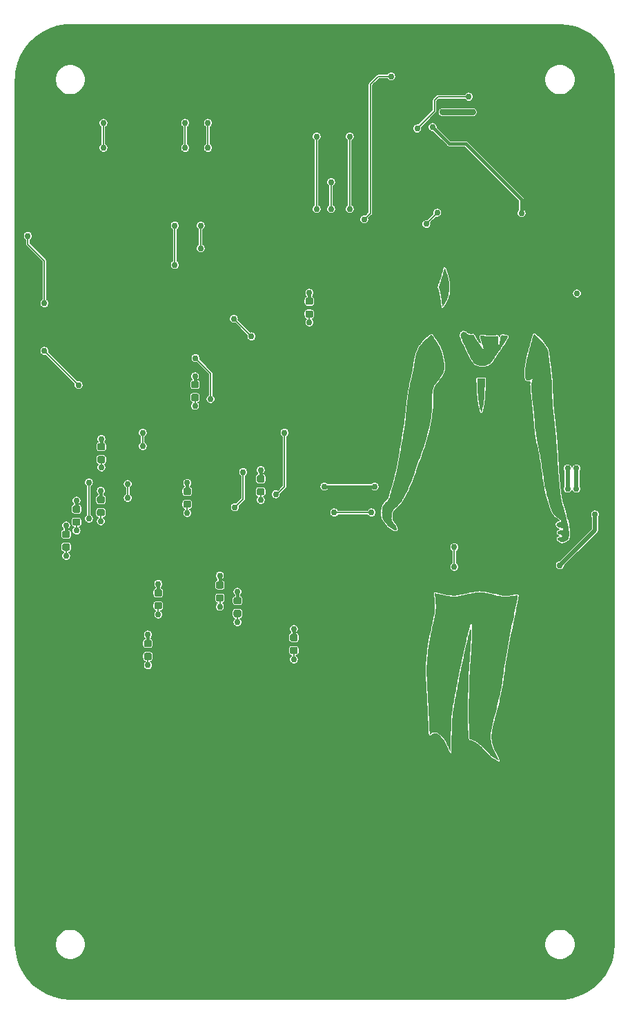
<source format=gbr>
G04 #@! TF.GenerationSoftware,KiCad,Pcbnew,5.1.5-52549c5~84~ubuntu18.04.1*
G04 #@! TF.CreationDate,2020-02-23T14:28:13-03:00*
G04 #@! TF.ProjectId,aquarius,61717561-7269-4757-932e-6b696361645f,0.0.0*
G04 #@! TF.SameCoordinates,Original*
G04 #@! TF.FileFunction,Copper,L1,Top*
G04 #@! TF.FilePolarity,Positive*
%FSLAX46Y46*%
G04 Gerber Fmt 4.6, Leading zero omitted, Abs format (unit mm)*
G04 Created by KiCad (PCBNEW 5.1.5-52549c5~84~ubuntu18.04.1) date 2020-02-23 14:28:13*
%MOMM*%
%LPD*%
G04 APERTURE LIST*
%ADD10C,0.100000*%
%ADD11C,0.762000*%
%ADD12C,0.203200*%
%ADD13C,0.508000*%
%ADD14C,0.762000*%
%ADD15C,0.381000*%
%ADD16C,0.127000*%
G04 APERTURE END LIST*
G04 #@! TA.AperFunction,SMDPad,CuDef*
D10*
G36*
X131087691Y-110295053D02*
G01*
X131108926Y-110298203D01*
X131129750Y-110303419D01*
X131149962Y-110310651D01*
X131169368Y-110319830D01*
X131187781Y-110330866D01*
X131205024Y-110343654D01*
X131220930Y-110358070D01*
X131235346Y-110373976D01*
X131248134Y-110391219D01*
X131259170Y-110409632D01*
X131268349Y-110429038D01*
X131275581Y-110449250D01*
X131280797Y-110470074D01*
X131283947Y-110491309D01*
X131285000Y-110512750D01*
X131285000Y-110950250D01*
X131283947Y-110971691D01*
X131280797Y-110992926D01*
X131275581Y-111013750D01*
X131268349Y-111033962D01*
X131259170Y-111053368D01*
X131248134Y-111071781D01*
X131235346Y-111089024D01*
X131220930Y-111104930D01*
X131205024Y-111119346D01*
X131187781Y-111132134D01*
X131169368Y-111143170D01*
X131149962Y-111152349D01*
X131129750Y-111159581D01*
X131108926Y-111164797D01*
X131087691Y-111167947D01*
X131066250Y-111169000D01*
X130553750Y-111169000D01*
X130532309Y-111167947D01*
X130511074Y-111164797D01*
X130490250Y-111159581D01*
X130470038Y-111152349D01*
X130450632Y-111143170D01*
X130432219Y-111132134D01*
X130414976Y-111119346D01*
X130399070Y-111104930D01*
X130384654Y-111089024D01*
X130371866Y-111071781D01*
X130360830Y-111053368D01*
X130351651Y-111033962D01*
X130344419Y-111013750D01*
X130339203Y-110992926D01*
X130336053Y-110971691D01*
X130335000Y-110950250D01*
X130335000Y-110512750D01*
X130336053Y-110491309D01*
X130339203Y-110470074D01*
X130344419Y-110449250D01*
X130351651Y-110429038D01*
X130360830Y-110409632D01*
X130371866Y-110391219D01*
X130384654Y-110373976D01*
X130399070Y-110358070D01*
X130414976Y-110343654D01*
X130432219Y-110330866D01*
X130450632Y-110319830D01*
X130470038Y-110310651D01*
X130490250Y-110303419D01*
X130511074Y-110298203D01*
X130532309Y-110295053D01*
X130553750Y-110294000D01*
X131066250Y-110294000D01*
X131087691Y-110295053D01*
G37*
G04 #@! TD.AperFunction*
G04 #@! TA.AperFunction,SMDPad,CuDef*
G36*
X131087691Y-108720053D02*
G01*
X131108926Y-108723203D01*
X131129750Y-108728419D01*
X131149962Y-108735651D01*
X131169368Y-108744830D01*
X131187781Y-108755866D01*
X131205024Y-108768654D01*
X131220930Y-108783070D01*
X131235346Y-108798976D01*
X131248134Y-108816219D01*
X131259170Y-108834632D01*
X131268349Y-108854038D01*
X131275581Y-108874250D01*
X131280797Y-108895074D01*
X131283947Y-108916309D01*
X131285000Y-108937750D01*
X131285000Y-109375250D01*
X131283947Y-109396691D01*
X131280797Y-109417926D01*
X131275581Y-109438750D01*
X131268349Y-109458962D01*
X131259170Y-109478368D01*
X131248134Y-109496781D01*
X131235346Y-109514024D01*
X131220930Y-109529930D01*
X131205024Y-109544346D01*
X131187781Y-109557134D01*
X131169368Y-109568170D01*
X131149962Y-109577349D01*
X131129750Y-109584581D01*
X131108926Y-109589797D01*
X131087691Y-109592947D01*
X131066250Y-109594000D01*
X130553750Y-109594000D01*
X130532309Y-109592947D01*
X130511074Y-109589797D01*
X130490250Y-109584581D01*
X130470038Y-109577349D01*
X130450632Y-109568170D01*
X130432219Y-109557134D01*
X130414976Y-109544346D01*
X130399070Y-109529930D01*
X130384654Y-109514024D01*
X130371866Y-109496781D01*
X130360830Y-109478368D01*
X130351651Y-109458962D01*
X130344419Y-109438750D01*
X130339203Y-109417926D01*
X130336053Y-109396691D01*
X130335000Y-109375250D01*
X130335000Y-108937750D01*
X130336053Y-108916309D01*
X130339203Y-108895074D01*
X130344419Y-108874250D01*
X130351651Y-108854038D01*
X130360830Y-108834632D01*
X130371866Y-108816219D01*
X130384654Y-108798976D01*
X130399070Y-108783070D01*
X130414976Y-108768654D01*
X130432219Y-108755866D01*
X130450632Y-108744830D01*
X130470038Y-108735651D01*
X130490250Y-108728419D01*
X130511074Y-108723203D01*
X130532309Y-108720053D01*
X130553750Y-108719000D01*
X131066250Y-108719000D01*
X131087691Y-108720053D01*
G37*
G04 #@! TD.AperFunction*
G04 #@! TA.AperFunction,SMDPad,CuDef*
G36*
X132357691Y-104084553D02*
G01*
X132378926Y-104087703D01*
X132399750Y-104092919D01*
X132419962Y-104100151D01*
X132439368Y-104109330D01*
X132457781Y-104120366D01*
X132475024Y-104133154D01*
X132490930Y-104147570D01*
X132505346Y-104163476D01*
X132518134Y-104180719D01*
X132529170Y-104199132D01*
X132538349Y-104218538D01*
X132545581Y-104238750D01*
X132550797Y-104259574D01*
X132553947Y-104280809D01*
X132555000Y-104302250D01*
X132555000Y-104739750D01*
X132553947Y-104761191D01*
X132550797Y-104782426D01*
X132545581Y-104803250D01*
X132538349Y-104823462D01*
X132529170Y-104842868D01*
X132518134Y-104861281D01*
X132505346Y-104878524D01*
X132490930Y-104894430D01*
X132475024Y-104908846D01*
X132457781Y-104921634D01*
X132439368Y-104932670D01*
X132419962Y-104941849D01*
X132399750Y-104949081D01*
X132378926Y-104954297D01*
X132357691Y-104957447D01*
X132336250Y-104958500D01*
X131823750Y-104958500D01*
X131802309Y-104957447D01*
X131781074Y-104954297D01*
X131760250Y-104949081D01*
X131740038Y-104941849D01*
X131720632Y-104932670D01*
X131702219Y-104921634D01*
X131684976Y-104908846D01*
X131669070Y-104894430D01*
X131654654Y-104878524D01*
X131641866Y-104861281D01*
X131630830Y-104842868D01*
X131621651Y-104823462D01*
X131614419Y-104803250D01*
X131609203Y-104782426D01*
X131606053Y-104761191D01*
X131605000Y-104739750D01*
X131605000Y-104302250D01*
X131606053Y-104280809D01*
X131609203Y-104259574D01*
X131614419Y-104238750D01*
X131621651Y-104218538D01*
X131630830Y-104199132D01*
X131641866Y-104180719D01*
X131654654Y-104163476D01*
X131669070Y-104147570D01*
X131684976Y-104133154D01*
X131702219Y-104120366D01*
X131720632Y-104109330D01*
X131740038Y-104100151D01*
X131760250Y-104092919D01*
X131781074Y-104087703D01*
X131802309Y-104084553D01*
X131823750Y-104083500D01*
X132336250Y-104083500D01*
X132357691Y-104084553D01*
G37*
G04 #@! TD.AperFunction*
G04 #@! TA.AperFunction,SMDPad,CuDef*
G36*
X132357691Y-102509553D02*
G01*
X132378926Y-102512703D01*
X132399750Y-102517919D01*
X132419962Y-102525151D01*
X132439368Y-102534330D01*
X132457781Y-102545366D01*
X132475024Y-102558154D01*
X132490930Y-102572570D01*
X132505346Y-102588476D01*
X132518134Y-102605719D01*
X132529170Y-102624132D01*
X132538349Y-102643538D01*
X132545581Y-102663750D01*
X132550797Y-102684574D01*
X132553947Y-102705809D01*
X132555000Y-102727250D01*
X132555000Y-103164750D01*
X132553947Y-103186191D01*
X132550797Y-103207426D01*
X132545581Y-103228250D01*
X132538349Y-103248462D01*
X132529170Y-103267868D01*
X132518134Y-103286281D01*
X132505346Y-103303524D01*
X132490930Y-103319430D01*
X132475024Y-103333846D01*
X132457781Y-103346634D01*
X132439368Y-103357670D01*
X132419962Y-103366849D01*
X132399750Y-103374081D01*
X132378926Y-103379297D01*
X132357691Y-103382447D01*
X132336250Y-103383500D01*
X131823750Y-103383500D01*
X131802309Y-103382447D01*
X131781074Y-103379297D01*
X131760250Y-103374081D01*
X131740038Y-103366849D01*
X131720632Y-103357670D01*
X131702219Y-103346634D01*
X131684976Y-103333846D01*
X131669070Y-103319430D01*
X131654654Y-103303524D01*
X131641866Y-103286281D01*
X131630830Y-103267868D01*
X131621651Y-103248462D01*
X131614419Y-103228250D01*
X131609203Y-103207426D01*
X131606053Y-103186191D01*
X131605000Y-103164750D01*
X131605000Y-102727250D01*
X131606053Y-102705809D01*
X131609203Y-102684574D01*
X131614419Y-102663750D01*
X131621651Y-102643538D01*
X131630830Y-102624132D01*
X131641866Y-102605719D01*
X131654654Y-102588476D01*
X131669070Y-102572570D01*
X131684976Y-102558154D01*
X131702219Y-102545366D01*
X131720632Y-102534330D01*
X131740038Y-102525151D01*
X131760250Y-102517919D01*
X131781074Y-102512703D01*
X131802309Y-102509553D01*
X131823750Y-102508500D01*
X132336250Y-102508500D01*
X132357691Y-102509553D01*
G37*
G04 #@! TD.AperFunction*
G04 #@! TA.AperFunction,SMDPad,CuDef*
G36*
X139914191Y-103132053D02*
G01*
X139935426Y-103135203D01*
X139956250Y-103140419D01*
X139976462Y-103147651D01*
X139995868Y-103156830D01*
X140014281Y-103167866D01*
X140031524Y-103180654D01*
X140047430Y-103195070D01*
X140061846Y-103210976D01*
X140074634Y-103228219D01*
X140085670Y-103246632D01*
X140094849Y-103266038D01*
X140102081Y-103286250D01*
X140107297Y-103307074D01*
X140110447Y-103328309D01*
X140111500Y-103349750D01*
X140111500Y-103787250D01*
X140110447Y-103808691D01*
X140107297Y-103829926D01*
X140102081Y-103850750D01*
X140094849Y-103870962D01*
X140085670Y-103890368D01*
X140074634Y-103908781D01*
X140061846Y-103926024D01*
X140047430Y-103941930D01*
X140031524Y-103956346D01*
X140014281Y-103969134D01*
X139995868Y-103980170D01*
X139976462Y-103989349D01*
X139956250Y-103996581D01*
X139935426Y-104001797D01*
X139914191Y-104004947D01*
X139892750Y-104006000D01*
X139380250Y-104006000D01*
X139358809Y-104004947D01*
X139337574Y-104001797D01*
X139316750Y-103996581D01*
X139296538Y-103989349D01*
X139277132Y-103980170D01*
X139258719Y-103969134D01*
X139241476Y-103956346D01*
X139225570Y-103941930D01*
X139211154Y-103926024D01*
X139198366Y-103908781D01*
X139187330Y-103890368D01*
X139178151Y-103870962D01*
X139170919Y-103850750D01*
X139165703Y-103829926D01*
X139162553Y-103808691D01*
X139161500Y-103787250D01*
X139161500Y-103349750D01*
X139162553Y-103328309D01*
X139165703Y-103307074D01*
X139170919Y-103286250D01*
X139178151Y-103266038D01*
X139187330Y-103246632D01*
X139198366Y-103228219D01*
X139211154Y-103210976D01*
X139225570Y-103195070D01*
X139241476Y-103180654D01*
X139258719Y-103167866D01*
X139277132Y-103156830D01*
X139296538Y-103147651D01*
X139316750Y-103140419D01*
X139337574Y-103135203D01*
X139358809Y-103132053D01*
X139380250Y-103131000D01*
X139892750Y-103131000D01*
X139914191Y-103132053D01*
G37*
G04 #@! TD.AperFunction*
G04 #@! TA.AperFunction,SMDPad,CuDef*
G36*
X139914191Y-101557053D02*
G01*
X139935426Y-101560203D01*
X139956250Y-101565419D01*
X139976462Y-101572651D01*
X139995868Y-101581830D01*
X140014281Y-101592866D01*
X140031524Y-101605654D01*
X140047430Y-101620070D01*
X140061846Y-101635976D01*
X140074634Y-101653219D01*
X140085670Y-101671632D01*
X140094849Y-101691038D01*
X140102081Y-101711250D01*
X140107297Y-101732074D01*
X140110447Y-101753309D01*
X140111500Y-101774750D01*
X140111500Y-102212250D01*
X140110447Y-102233691D01*
X140107297Y-102254926D01*
X140102081Y-102275750D01*
X140094849Y-102295962D01*
X140085670Y-102315368D01*
X140074634Y-102333781D01*
X140061846Y-102351024D01*
X140047430Y-102366930D01*
X140031524Y-102381346D01*
X140014281Y-102394134D01*
X139995868Y-102405170D01*
X139976462Y-102414349D01*
X139956250Y-102421581D01*
X139935426Y-102426797D01*
X139914191Y-102429947D01*
X139892750Y-102431000D01*
X139380250Y-102431000D01*
X139358809Y-102429947D01*
X139337574Y-102426797D01*
X139316750Y-102421581D01*
X139296538Y-102414349D01*
X139277132Y-102405170D01*
X139258719Y-102394134D01*
X139241476Y-102381346D01*
X139225570Y-102366930D01*
X139211154Y-102351024D01*
X139198366Y-102333781D01*
X139187330Y-102315368D01*
X139178151Y-102295962D01*
X139170919Y-102275750D01*
X139165703Y-102254926D01*
X139162553Y-102233691D01*
X139161500Y-102212250D01*
X139161500Y-101774750D01*
X139162553Y-101753309D01*
X139165703Y-101732074D01*
X139170919Y-101711250D01*
X139178151Y-101691038D01*
X139187330Y-101671632D01*
X139198366Y-101653219D01*
X139211154Y-101635976D01*
X139225570Y-101620070D01*
X139241476Y-101605654D01*
X139258719Y-101592866D01*
X139277132Y-101581830D01*
X139296538Y-101572651D01*
X139316750Y-101565419D01*
X139337574Y-101560203D01*
X139358809Y-101557053D01*
X139380250Y-101556000D01*
X139892750Y-101556000D01*
X139914191Y-101557053D01*
G37*
G04 #@! TD.AperFunction*
G04 #@! TA.AperFunction,SMDPad,CuDef*
G36*
X142073191Y-105037053D02*
G01*
X142094426Y-105040203D01*
X142115250Y-105045419D01*
X142135462Y-105052651D01*
X142154868Y-105061830D01*
X142173281Y-105072866D01*
X142190524Y-105085654D01*
X142206430Y-105100070D01*
X142220846Y-105115976D01*
X142233634Y-105133219D01*
X142244670Y-105151632D01*
X142253849Y-105171038D01*
X142261081Y-105191250D01*
X142266297Y-105212074D01*
X142269447Y-105233309D01*
X142270500Y-105254750D01*
X142270500Y-105692250D01*
X142269447Y-105713691D01*
X142266297Y-105734926D01*
X142261081Y-105755750D01*
X142253849Y-105775962D01*
X142244670Y-105795368D01*
X142233634Y-105813781D01*
X142220846Y-105831024D01*
X142206430Y-105846930D01*
X142190524Y-105861346D01*
X142173281Y-105874134D01*
X142154868Y-105885170D01*
X142135462Y-105894349D01*
X142115250Y-105901581D01*
X142094426Y-105906797D01*
X142073191Y-105909947D01*
X142051750Y-105911000D01*
X141539250Y-105911000D01*
X141517809Y-105909947D01*
X141496574Y-105906797D01*
X141475750Y-105901581D01*
X141455538Y-105894349D01*
X141436132Y-105885170D01*
X141417719Y-105874134D01*
X141400476Y-105861346D01*
X141384570Y-105846930D01*
X141370154Y-105831024D01*
X141357366Y-105813781D01*
X141346330Y-105795368D01*
X141337151Y-105775962D01*
X141329919Y-105755750D01*
X141324703Y-105734926D01*
X141321553Y-105713691D01*
X141320500Y-105692250D01*
X141320500Y-105254750D01*
X141321553Y-105233309D01*
X141324703Y-105212074D01*
X141329919Y-105191250D01*
X141337151Y-105171038D01*
X141346330Y-105151632D01*
X141357366Y-105133219D01*
X141370154Y-105115976D01*
X141384570Y-105100070D01*
X141400476Y-105085654D01*
X141417719Y-105072866D01*
X141436132Y-105061830D01*
X141455538Y-105052651D01*
X141475750Y-105045419D01*
X141496574Y-105040203D01*
X141517809Y-105037053D01*
X141539250Y-105036000D01*
X142051750Y-105036000D01*
X142073191Y-105037053D01*
G37*
G04 #@! TD.AperFunction*
G04 #@! TA.AperFunction,SMDPad,CuDef*
G36*
X142073191Y-103462053D02*
G01*
X142094426Y-103465203D01*
X142115250Y-103470419D01*
X142135462Y-103477651D01*
X142154868Y-103486830D01*
X142173281Y-103497866D01*
X142190524Y-103510654D01*
X142206430Y-103525070D01*
X142220846Y-103540976D01*
X142233634Y-103558219D01*
X142244670Y-103576632D01*
X142253849Y-103596038D01*
X142261081Y-103616250D01*
X142266297Y-103637074D01*
X142269447Y-103658309D01*
X142270500Y-103679750D01*
X142270500Y-104117250D01*
X142269447Y-104138691D01*
X142266297Y-104159926D01*
X142261081Y-104180750D01*
X142253849Y-104200962D01*
X142244670Y-104220368D01*
X142233634Y-104238781D01*
X142220846Y-104256024D01*
X142206430Y-104271930D01*
X142190524Y-104286346D01*
X142173281Y-104299134D01*
X142154868Y-104310170D01*
X142135462Y-104319349D01*
X142115250Y-104326581D01*
X142094426Y-104331797D01*
X142073191Y-104334947D01*
X142051750Y-104336000D01*
X141539250Y-104336000D01*
X141517809Y-104334947D01*
X141496574Y-104331797D01*
X141475750Y-104326581D01*
X141455538Y-104319349D01*
X141436132Y-104310170D01*
X141417719Y-104299134D01*
X141400476Y-104286346D01*
X141384570Y-104271930D01*
X141370154Y-104256024D01*
X141357366Y-104238781D01*
X141346330Y-104220368D01*
X141337151Y-104200962D01*
X141329919Y-104180750D01*
X141324703Y-104159926D01*
X141321553Y-104138691D01*
X141320500Y-104117250D01*
X141320500Y-103679750D01*
X141321553Y-103658309D01*
X141324703Y-103637074D01*
X141329919Y-103616250D01*
X141337151Y-103596038D01*
X141346330Y-103576632D01*
X141357366Y-103558219D01*
X141370154Y-103540976D01*
X141384570Y-103525070D01*
X141400476Y-103510654D01*
X141417719Y-103497866D01*
X141436132Y-103486830D01*
X141455538Y-103477651D01*
X141475750Y-103470419D01*
X141496574Y-103465203D01*
X141517809Y-103462053D01*
X141539250Y-103461000D01*
X142051750Y-103461000D01*
X142073191Y-103462053D01*
G37*
G04 #@! TD.AperFunction*
G04 #@! TA.AperFunction,SMDPad,CuDef*
G36*
X148994691Y-109571053D02*
G01*
X149015926Y-109574203D01*
X149036750Y-109579419D01*
X149056962Y-109586651D01*
X149076368Y-109595830D01*
X149094781Y-109606866D01*
X149112024Y-109619654D01*
X149127930Y-109634070D01*
X149142346Y-109649976D01*
X149155134Y-109667219D01*
X149166170Y-109685632D01*
X149175349Y-109705038D01*
X149182581Y-109725250D01*
X149187797Y-109746074D01*
X149190947Y-109767309D01*
X149192000Y-109788750D01*
X149192000Y-110226250D01*
X149190947Y-110247691D01*
X149187797Y-110268926D01*
X149182581Y-110289750D01*
X149175349Y-110309962D01*
X149166170Y-110329368D01*
X149155134Y-110347781D01*
X149142346Y-110365024D01*
X149127930Y-110380930D01*
X149112024Y-110395346D01*
X149094781Y-110408134D01*
X149076368Y-110419170D01*
X149056962Y-110428349D01*
X149036750Y-110435581D01*
X149015926Y-110440797D01*
X148994691Y-110443947D01*
X148973250Y-110445000D01*
X148460750Y-110445000D01*
X148439309Y-110443947D01*
X148418074Y-110440797D01*
X148397250Y-110435581D01*
X148377038Y-110428349D01*
X148357632Y-110419170D01*
X148339219Y-110408134D01*
X148321976Y-110395346D01*
X148306070Y-110380930D01*
X148291654Y-110365024D01*
X148278866Y-110347781D01*
X148267830Y-110329368D01*
X148258651Y-110309962D01*
X148251419Y-110289750D01*
X148246203Y-110268926D01*
X148243053Y-110247691D01*
X148242000Y-110226250D01*
X148242000Y-109788750D01*
X148243053Y-109767309D01*
X148246203Y-109746074D01*
X148251419Y-109725250D01*
X148258651Y-109705038D01*
X148267830Y-109685632D01*
X148278866Y-109667219D01*
X148291654Y-109649976D01*
X148306070Y-109634070D01*
X148321976Y-109619654D01*
X148339219Y-109606866D01*
X148357632Y-109595830D01*
X148377038Y-109586651D01*
X148397250Y-109579419D01*
X148418074Y-109574203D01*
X148439309Y-109571053D01*
X148460750Y-109570000D01*
X148973250Y-109570000D01*
X148994691Y-109571053D01*
G37*
G04 #@! TD.AperFunction*
G04 #@! TA.AperFunction,SMDPad,CuDef*
G36*
X148994691Y-107996053D02*
G01*
X149015926Y-107999203D01*
X149036750Y-108004419D01*
X149056962Y-108011651D01*
X149076368Y-108020830D01*
X149094781Y-108031866D01*
X149112024Y-108044654D01*
X149127930Y-108059070D01*
X149142346Y-108074976D01*
X149155134Y-108092219D01*
X149166170Y-108110632D01*
X149175349Y-108130038D01*
X149182581Y-108150250D01*
X149187797Y-108171074D01*
X149190947Y-108192309D01*
X149192000Y-108213750D01*
X149192000Y-108651250D01*
X149190947Y-108672691D01*
X149187797Y-108693926D01*
X149182581Y-108714750D01*
X149175349Y-108734962D01*
X149166170Y-108754368D01*
X149155134Y-108772781D01*
X149142346Y-108790024D01*
X149127930Y-108805930D01*
X149112024Y-108820346D01*
X149094781Y-108833134D01*
X149076368Y-108844170D01*
X149056962Y-108853349D01*
X149036750Y-108860581D01*
X149015926Y-108865797D01*
X148994691Y-108868947D01*
X148973250Y-108870000D01*
X148460750Y-108870000D01*
X148439309Y-108868947D01*
X148418074Y-108865797D01*
X148397250Y-108860581D01*
X148377038Y-108853349D01*
X148357632Y-108844170D01*
X148339219Y-108833134D01*
X148321976Y-108820346D01*
X148306070Y-108805930D01*
X148291654Y-108790024D01*
X148278866Y-108772781D01*
X148267830Y-108754368D01*
X148258651Y-108734962D01*
X148251419Y-108714750D01*
X148246203Y-108693926D01*
X148243053Y-108672691D01*
X148242000Y-108651250D01*
X148242000Y-108213750D01*
X148243053Y-108192309D01*
X148246203Y-108171074D01*
X148251419Y-108150250D01*
X148258651Y-108130038D01*
X148267830Y-108110632D01*
X148278866Y-108092219D01*
X148291654Y-108074976D01*
X148306070Y-108059070D01*
X148321976Y-108044654D01*
X148339219Y-108031866D01*
X148357632Y-108020830D01*
X148377038Y-108011651D01*
X148397250Y-108004419D01*
X148418074Y-107999203D01*
X148439309Y-107996053D01*
X148460750Y-107995000D01*
X148973250Y-107995000D01*
X148994691Y-107996053D01*
G37*
G04 #@! TD.AperFunction*
G04 #@! TA.AperFunction,SMDPad,CuDef*
G36*
X121054691Y-96896553D02*
G01*
X121075926Y-96899703D01*
X121096750Y-96904919D01*
X121116962Y-96912151D01*
X121136368Y-96921330D01*
X121154781Y-96932366D01*
X121172024Y-96945154D01*
X121187930Y-96959570D01*
X121202346Y-96975476D01*
X121215134Y-96992719D01*
X121226170Y-97011132D01*
X121235349Y-97030538D01*
X121242581Y-97050750D01*
X121247797Y-97071574D01*
X121250947Y-97092809D01*
X121252000Y-97114250D01*
X121252000Y-97551750D01*
X121250947Y-97573191D01*
X121247797Y-97594426D01*
X121242581Y-97615250D01*
X121235349Y-97635462D01*
X121226170Y-97654868D01*
X121215134Y-97673281D01*
X121202346Y-97690524D01*
X121187930Y-97706430D01*
X121172024Y-97720846D01*
X121154781Y-97733634D01*
X121136368Y-97744670D01*
X121116962Y-97753849D01*
X121096750Y-97761081D01*
X121075926Y-97766297D01*
X121054691Y-97769447D01*
X121033250Y-97770500D01*
X120520750Y-97770500D01*
X120499309Y-97769447D01*
X120478074Y-97766297D01*
X120457250Y-97761081D01*
X120437038Y-97753849D01*
X120417632Y-97744670D01*
X120399219Y-97733634D01*
X120381976Y-97720846D01*
X120366070Y-97706430D01*
X120351654Y-97690524D01*
X120338866Y-97673281D01*
X120327830Y-97654868D01*
X120318651Y-97635462D01*
X120311419Y-97615250D01*
X120306203Y-97594426D01*
X120303053Y-97573191D01*
X120302000Y-97551750D01*
X120302000Y-97114250D01*
X120303053Y-97092809D01*
X120306203Y-97071574D01*
X120311419Y-97050750D01*
X120318651Y-97030538D01*
X120327830Y-97011132D01*
X120338866Y-96992719D01*
X120351654Y-96975476D01*
X120366070Y-96959570D01*
X120381976Y-96945154D01*
X120399219Y-96932366D01*
X120417632Y-96921330D01*
X120437038Y-96912151D01*
X120457250Y-96904919D01*
X120478074Y-96899703D01*
X120499309Y-96896553D01*
X120520750Y-96895500D01*
X121033250Y-96895500D01*
X121054691Y-96896553D01*
G37*
G04 #@! TD.AperFunction*
G04 #@! TA.AperFunction,SMDPad,CuDef*
G36*
X121054691Y-95321553D02*
G01*
X121075926Y-95324703D01*
X121096750Y-95329919D01*
X121116962Y-95337151D01*
X121136368Y-95346330D01*
X121154781Y-95357366D01*
X121172024Y-95370154D01*
X121187930Y-95384570D01*
X121202346Y-95400476D01*
X121215134Y-95417719D01*
X121226170Y-95436132D01*
X121235349Y-95455538D01*
X121242581Y-95475750D01*
X121247797Y-95496574D01*
X121250947Y-95517809D01*
X121252000Y-95539250D01*
X121252000Y-95976750D01*
X121250947Y-95998191D01*
X121247797Y-96019426D01*
X121242581Y-96040250D01*
X121235349Y-96060462D01*
X121226170Y-96079868D01*
X121215134Y-96098281D01*
X121202346Y-96115524D01*
X121187930Y-96131430D01*
X121172024Y-96145846D01*
X121154781Y-96158634D01*
X121136368Y-96169670D01*
X121116962Y-96178849D01*
X121096750Y-96186081D01*
X121075926Y-96191297D01*
X121054691Y-96194447D01*
X121033250Y-96195500D01*
X120520750Y-96195500D01*
X120499309Y-96194447D01*
X120478074Y-96191297D01*
X120457250Y-96186081D01*
X120437038Y-96178849D01*
X120417632Y-96169670D01*
X120399219Y-96158634D01*
X120381976Y-96145846D01*
X120366070Y-96131430D01*
X120351654Y-96115524D01*
X120338866Y-96098281D01*
X120327830Y-96079868D01*
X120318651Y-96060462D01*
X120311419Y-96040250D01*
X120306203Y-96019426D01*
X120303053Y-95998191D01*
X120302000Y-95976750D01*
X120302000Y-95539250D01*
X120303053Y-95517809D01*
X120306203Y-95496574D01*
X120311419Y-95475750D01*
X120318651Y-95455538D01*
X120327830Y-95436132D01*
X120338866Y-95417719D01*
X120351654Y-95400476D01*
X120366070Y-95384570D01*
X120381976Y-95370154D01*
X120399219Y-95357366D01*
X120417632Y-95346330D01*
X120437038Y-95337151D01*
X120457250Y-95329919D01*
X120478074Y-95324703D01*
X120499309Y-95321553D01*
X120520750Y-95320500D01*
X121033250Y-95320500D01*
X121054691Y-95321553D01*
G37*
G04 #@! TD.AperFunction*
G04 #@! TA.AperFunction,SMDPad,CuDef*
G36*
X122324691Y-93823053D02*
G01*
X122345926Y-93826203D01*
X122366750Y-93831419D01*
X122386962Y-93838651D01*
X122406368Y-93847830D01*
X122424781Y-93858866D01*
X122442024Y-93871654D01*
X122457930Y-93886070D01*
X122472346Y-93901976D01*
X122485134Y-93919219D01*
X122496170Y-93937632D01*
X122505349Y-93957038D01*
X122512581Y-93977250D01*
X122517797Y-93998074D01*
X122520947Y-94019309D01*
X122522000Y-94040750D01*
X122522000Y-94478250D01*
X122520947Y-94499691D01*
X122517797Y-94520926D01*
X122512581Y-94541750D01*
X122505349Y-94561962D01*
X122496170Y-94581368D01*
X122485134Y-94599781D01*
X122472346Y-94617024D01*
X122457930Y-94632930D01*
X122442024Y-94647346D01*
X122424781Y-94660134D01*
X122406368Y-94671170D01*
X122386962Y-94680349D01*
X122366750Y-94687581D01*
X122345926Y-94692797D01*
X122324691Y-94695947D01*
X122303250Y-94697000D01*
X121790750Y-94697000D01*
X121769309Y-94695947D01*
X121748074Y-94692797D01*
X121727250Y-94687581D01*
X121707038Y-94680349D01*
X121687632Y-94671170D01*
X121669219Y-94660134D01*
X121651976Y-94647346D01*
X121636070Y-94632930D01*
X121621654Y-94617024D01*
X121608866Y-94599781D01*
X121597830Y-94581368D01*
X121588651Y-94561962D01*
X121581419Y-94541750D01*
X121576203Y-94520926D01*
X121573053Y-94499691D01*
X121572000Y-94478250D01*
X121572000Y-94040750D01*
X121573053Y-94019309D01*
X121576203Y-93998074D01*
X121581419Y-93977250D01*
X121588651Y-93957038D01*
X121597830Y-93937632D01*
X121608866Y-93919219D01*
X121621654Y-93901976D01*
X121636070Y-93886070D01*
X121651976Y-93871654D01*
X121669219Y-93858866D01*
X121687632Y-93847830D01*
X121707038Y-93838651D01*
X121727250Y-93831419D01*
X121748074Y-93826203D01*
X121769309Y-93823053D01*
X121790750Y-93822000D01*
X122303250Y-93822000D01*
X122324691Y-93823053D01*
G37*
G04 #@! TD.AperFunction*
G04 #@! TA.AperFunction,SMDPad,CuDef*
G36*
X122324691Y-92248053D02*
G01*
X122345926Y-92251203D01*
X122366750Y-92256419D01*
X122386962Y-92263651D01*
X122406368Y-92272830D01*
X122424781Y-92283866D01*
X122442024Y-92296654D01*
X122457930Y-92311070D01*
X122472346Y-92326976D01*
X122485134Y-92344219D01*
X122496170Y-92362632D01*
X122505349Y-92382038D01*
X122512581Y-92402250D01*
X122517797Y-92423074D01*
X122520947Y-92444309D01*
X122522000Y-92465750D01*
X122522000Y-92903250D01*
X122520947Y-92924691D01*
X122517797Y-92945926D01*
X122512581Y-92966750D01*
X122505349Y-92986962D01*
X122496170Y-93006368D01*
X122485134Y-93024781D01*
X122472346Y-93042024D01*
X122457930Y-93057930D01*
X122442024Y-93072346D01*
X122424781Y-93085134D01*
X122406368Y-93096170D01*
X122386962Y-93105349D01*
X122366750Y-93112581D01*
X122345926Y-93117797D01*
X122324691Y-93120947D01*
X122303250Y-93122000D01*
X121790750Y-93122000D01*
X121769309Y-93120947D01*
X121748074Y-93117797D01*
X121727250Y-93112581D01*
X121707038Y-93105349D01*
X121687632Y-93096170D01*
X121669219Y-93085134D01*
X121651976Y-93072346D01*
X121636070Y-93057930D01*
X121621654Y-93042024D01*
X121608866Y-93024781D01*
X121597830Y-93006368D01*
X121588651Y-92986962D01*
X121581419Y-92966750D01*
X121576203Y-92945926D01*
X121573053Y-92924691D01*
X121572000Y-92903250D01*
X121572000Y-92465750D01*
X121573053Y-92444309D01*
X121576203Y-92423074D01*
X121581419Y-92402250D01*
X121588651Y-92382038D01*
X121597830Y-92362632D01*
X121608866Y-92344219D01*
X121621654Y-92326976D01*
X121636070Y-92311070D01*
X121651976Y-92296654D01*
X121669219Y-92283866D01*
X121687632Y-92272830D01*
X121707038Y-92263651D01*
X121727250Y-92256419D01*
X121748074Y-92251203D01*
X121769309Y-92248053D01*
X121790750Y-92247000D01*
X122303250Y-92247000D01*
X122324691Y-92248053D01*
G37*
G04 #@! TD.AperFunction*
G04 #@! TA.AperFunction,SMDPad,CuDef*
G36*
X125309191Y-92654553D02*
G01*
X125330426Y-92657703D01*
X125351250Y-92662919D01*
X125371462Y-92670151D01*
X125390868Y-92679330D01*
X125409281Y-92690366D01*
X125426524Y-92703154D01*
X125442430Y-92717570D01*
X125456846Y-92733476D01*
X125469634Y-92750719D01*
X125480670Y-92769132D01*
X125489849Y-92788538D01*
X125497081Y-92808750D01*
X125502297Y-92829574D01*
X125505447Y-92850809D01*
X125506500Y-92872250D01*
X125506500Y-93309750D01*
X125505447Y-93331191D01*
X125502297Y-93352426D01*
X125497081Y-93373250D01*
X125489849Y-93393462D01*
X125480670Y-93412868D01*
X125469634Y-93431281D01*
X125456846Y-93448524D01*
X125442430Y-93464430D01*
X125426524Y-93478846D01*
X125409281Y-93491634D01*
X125390868Y-93502670D01*
X125371462Y-93511849D01*
X125351250Y-93519081D01*
X125330426Y-93524297D01*
X125309191Y-93527447D01*
X125287750Y-93528500D01*
X124775250Y-93528500D01*
X124753809Y-93527447D01*
X124732574Y-93524297D01*
X124711750Y-93519081D01*
X124691538Y-93511849D01*
X124672132Y-93502670D01*
X124653719Y-93491634D01*
X124636476Y-93478846D01*
X124620570Y-93464430D01*
X124606154Y-93448524D01*
X124593366Y-93431281D01*
X124582330Y-93412868D01*
X124573151Y-93393462D01*
X124565919Y-93373250D01*
X124560703Y-93352426D01*
X124557553Y-93331191D01*
X124556500Y-93309750D01*
X124556500Y-92872250D01*
X124557553Y-92850809D01*
X124560703Y-92829574D01*
X124565919Y-92808750D01*
X124573151Y-92788538D01*
X124582330Y-92769132D01*
X124593366Y-92750719D01*
X124606154Y-92733476D01*
X124620570Y-92717570D01*
X124636476Y-92703154D01*
X124653719Y-92690366D01*
X124672132Y-92679330D01*
X124691538Y-92670151D01*
X124711750Y-92662919D01*
X124732574Y-92657703D01*
X124753809Y-92654553D01*
X124775250Y-92653500D01*
X125287750Y-92653500D01*
X125309191Y-92654553D01*
G37*
G04 #@! TD.AperFunction*
G04 #@! TA.AperFunction,SMDPad,CuDef*
G36*
X125309191Y-91079553D02*
G01*
X125330426Y-91082703D01*
X125351250Y-91087919D01*
X125371462Y-91095151D01*
X125390868Y-91104330D01*
X125409281Y-91115366D01*
X125426524Y-91128154D01*
X125442430Y-91142570D01*
X125456846Y-91158476D01*
X125469634Y-91175719D01*
X125480670Y-91194132D01*
X125489849Y-91213538D01*
X125497081Y-91233750D01*
X125502297Y-91254574D01*
X125505447Y-91275809D01*
X125506500Y-91297250D01*
X125506500Y-91734750D01*
X125505447Y-91756191D01*
X125502297Y-91777426D01*
X125497081Y-91798250D01*
X125489849Y-91818462D01*
X125480670Y-91837868D01*
X125469634Y-91856281D01*
X125456846Y-91873524D01*
X125442430Y-91889430D01*
X125426524Y-91903846D01*
X125409281Y-91916634D01*
X125390868Y-91927670D01*
X125371462Y-91936849D01*
X125351250Y-91944081D01*
X125330426Y-91949297D01*
X125309191Y-91952447D01*
X125287750Y-91953500D01*
X124775250Y-91953500D01*
X124753809Y-91952447D01*
X124732574Y-91949297D01*
X124711750Y-91944081D01*
X124691538Y-91936849D01*
X124672132Y-91927670D01*
X124653719Y-91916634D01*
X124636476Y-91903846D01*
X124620570Y-91889430D01*
X124606154Y-91873524D01*
X124593366Y-91856281D01*
X124582330Y-91837868D01*
X124573151Y-91818462D01*
X124565919Y-91798250D01*
X124560703Y-91777426D01*
X124557553Y-91756191D01*
X124556500Y-91734750D01*
X124556500Y-91297250D01*
X124557553Y-91275809D01*
X124560703Y-91254574D01*
X124565919Y-91233750D01*
X124573151Y-91213538D01*
X124582330Y-91194132D01*
X124593366Y-91175719D01*
X124606154Y-91158476D01*
X124620570Y-91142570D01*
X124636476Y-91128154D01*
X124653719Y-91115366D01*
X124672132Y-91104330D01*
X124691538Y-91095151D01*
X124711750Y-91087919D01*
X124732574Y-91082703D01*
X124753809Y-91079553D01*
X124775250Y-91078500D01*
X125287750Y-91078500D01*
X125309191Y-91079553D01*
G37*
G04 #@! TD.AperFunction*
G04 #@! TA.AperFunction,SMDPad,CuDef*
G36*
X144930691Y-90102053D02*
G01*
X144951926Y-90105203D01*
X144972750Y-90110419D01*
X144992962Y-90117651D01*
X145012368Y-90126830D01*
X145030781Y-90137866D01*
X145048024Y-90150654D01*
X145063930Y-90165070D01*
X145078346Y-90180976D01*
X145091134Y-90198219D01*
X145102170Y-90216632D01*
X145111349Y-90236038D01*
X145118581Y-90256250D01*
X145123797Y-90277074D01*
X145126947Y-90298309D01*
X145128000Y-90319750D01*
X145128000Y-90757250D01*
X145126947Y-90778691D01*
X145123797Y-90799926D01*
X145118581Y-90820750D01*
X145111349Y-90840962D01*
X145102170Y-90860368D01*
X145091134Y-90878781D01*
X145078346Y-90896024D01*
X145063930Y-90911930D01*
X145048024Y-90926346D01*
X145030781Y-90939134D01*
X145012368Y-90950170D01*
X144992962Y-90959349D01*
X144972750Y-90966581D01*
X144951926Y-90971797D01*
X144930691Y-90974947D01*
X144909250Y-90976000D01*
X144396750Y-90976000D01*
X144375309Y-90974947D01*
X144354074Y-90971797D01*
X144333250Y-90966581D01*
X144313038Y-90959349D01*
X144293632Y-90950170D01*
X144275219Y-90939134D01*
X144257976Y-90926346D01*
X144242070Y-90911930D01*
X144227654Y-90896024D01*
X144214866Y-90878781D01*
X144203830Y-90860368D01*
X144194651Y-90840962D01*
X144187419Y-90820750D01*
X144182203Y-90799926D01*
X144179053Y-90778691D01*
X144178000Y-90757250D01*
X144178000Y-90319750D01*
X144179053Y-90298309D01*
X144182203Y-90277074D01*
X144187419Y-90256250D01*
X144194651Y-90236038D01*
X144203830Y-90216632D01*
X144214866Y-90198219D01*
X144227654Y-90180976D01*
X144242070Y-90165070D01*
X144257976Y-90150654D01*
X144275219Y-90137866D01*
X144293632Y-90126830D01*
X144313038Y-90117651D01*
X144333250Y-90110419D01*
X144354074Y-90105203D01*
X144375309Y-90102053D01*
X144396750Y-90101000D01*
X144909250Y-90101000D01*
X144930691Y-90102053D01*
G37*
G04 #@! TD.AperFunction*
G04 #@! TA.AperFunction,SMDPad,CuDef*
G36*
X144930691Y-88527053D02*
G01*
X144951926Y-88530203D01*
X144972750Y-88535419D01*
X144992962Y-88542651D01*
X145012368Y-88551830D01*
X145030781Y-88562866D01*
X145048024Y-88575654D01*
X145063930Y-88590070D01*
X145078346Y-88605976D01*
X145091134Y-88623219D01*
X145102170Y-88641632D01*
X145111349Y-88661038D01*
X145118581Y-88681250D01*
X145123797Y-88702074D01*
X145126947Y-88723309D01*
X145128000Y-88744750D01*
X145128000Y-89182250D01*
X145126947Y-89203691D01*
X145123797Y-89224926D01*
X145118581Y-89245750D01*
X145111349Y-89265962D01*
X145102170Y-89285368D01*
X145091134Y-89303781D01*
X145078346Y-89321024D01*
X145063930Y-89336930D01*
X145048024Y-89351346D01*
X145030781Y-89364134D01*
X145012368Y-89375170D01*
X144992962Y-89384349D01*
X144972750Y-89391581D01*
X144951926Y-89396797D01*
X144930691Y-89399947D01*
X144909250Y-89401000D01*
X144396750Y-89401000D01*
X144375309Y-89399947D01*
X144354074Y-89396797D01*
X144333250Y-89391581D01*
X144313038Y-89384349D01*
X144293632Y-89375170D01*
X144275219Y-89364134D01*
X144257976Y-89351346D01*
X144242070Y-89336930D01*
X144227654Y-89321024D01*
X144214866Y-89303781D01*
X144203830Y-89285368D01*
X144194651Y-89265962D01*
X144187419Y-89245750D01*
X144182203Y-89224926D01*
X144179053Y-89203691D01*
X144178000Y-89182250D01*
X144178000Y-88744750D01*
X144179053Y-88723309D01*
X144182203Y-88702074D01*
X144187419Y-88681250D01*
X144194651Y-88661038D01*
X144203830Y-88641632D01*
X144214866Y-88623219D01*
X144227654Y-88605976D01*
X144242070Y-88590070D01*
X144257976Y-88575654D01*
X144275219Y-88562866D01*
X144293632Y-88551830D01*
X144313038Y-88542651D01*
X144333250Y-88535419D01*
X144354074Y-88530203D01*
X144375309Y-88527053D01*
X144396750Y-88526000D01*
X144909250Y-88526000D01*
X144930691Y-88527053D01*
G37*
G04 #@! TD.AperFunction*
G04 #@! TA.AperFunction,SMDPad,CuDef*
G36*
X135913691Y-91638553D02*
G01*
X135934926Y-91641703D01*
X135955750Y-91646919D01*
X135975962Y-91654151D01*
X135995368Y-91663330D01*
X136013781Y-91674366D01*
X136031024Y-91687154D01*
X136046930Y-91701570D01*
X136061346Y-91717476D01*
X136074134Y-91734719D01*
X136085170Y-91753132D01*
X136094349Y-91772538D01*
X136101581Y-91792750D01*
X136106797Y-91813574D01*
X136109947Y-91834809D01*
X136111000Y-91856250D01*
X136111000Y-92293750D01*
X136109947Y-92315191D01*
X136106797Y-92336426D01*
X136101581Y-92357250D01*
X136094349Y-92377462D01*
X136085170Y-92396868D01*
X136074134Y-92415281D01*
X136061346Y-92432524D01*
X136046930Y-92448430D01*
X136031024Y-92462846D01*
X136013781Y-92475634D01*
X135995368Y-92486670D01*
X135975962Y-92495849D01*
X135955750Y-92503081D01*
X135934926Y-92508297D01*
X135913691Y-92511447D01*
X135892250Y-92512500D01*
X135379750Y-92512500D01*
X135358309Y-92511447D01*
X135337074Y-92508297D01*
X135316250Y-92503081D01*
X135296038Y-92495849D01*
X135276632Y-92486670D01*
X135258219Y-92475634D01*
X135240976Y-92462846D01*
X135225070Y-92448430D01*
X135210654Y-92432524D01*
X135197866Y-92415281D01*
X135186830Y-92396868D01*
X135177651Y-92377462D01*
X135170419Y-92357250D01*
X135165203Y-92336426D01*
X135162053Y-92315191D01*
X135161000Y-92293750D01*
X135161000Y-91856250D01*
X135162053Y-91834809D01*
X135165203Y-91813574D01*
X135170419Y-91792750D01*
X135177651Y-91772538D01*
X135186830Y-91753132D01*
X135197866Y-91734719D01*
X135210654Y-91717476D01*
X135225070Y-91701570D01*
X135240976Y-91687154D01*
X135258219Y-91674366D01*
X135276632Y-91663330D01*
X135296038Y-91654151D01*
X135316250Y-91646919D01*
X135337074Y-91641703D01*
X135358309Y-91638553D01*
X135379750Y-91637500D01*
X135892250Y-91637500D01*
X135913691Y-91638553D01*
G37*
G04 #@! TD.AperFunction*
G04 #@! TA.AperFunction,SMDPad,CuDef*
G36*
X135913691Y-90063553D02*
G01*
X135934926Y-90066703D01*
X135955750Y-90071919D01*
X135975962Y-90079151D01*
X135995368Y-90088330D01*
X136013781Y-90099366D01*
X136031024Y-90112154D01*
X136046930Y-90126570D01*
X136061346Y-90142476D01*
X136074134Y-90159719D01*
X136085170Y-90178132D01*
X136094349Y-90197538D01*
X136101581Y-90217750D01*
X136106797Y-90238574D01*
X136109947Y-90259809D01*
X136111000Y-90281250D01*
X136111000Y-90718750D01*
X136109947Y-90740191D01*
X136106797Y-90761426D01*
X136101581Y-90782250D01*
X136094349Y-90802462D01*
X136085170Y-90821868D01*
X136074134Y-90840281D01*
X136061346Y-90857524D01*
X136046930Y-90873430D01*
X136031024Y-90887846D01*
X136013781Y-90900634D01*
X135995368Y-90911670D01*
X135975962Y-90920849D01*
X135955750Y-90928081D01*
X135934926Y-90933297D01*
X135913691Y-90936447D01*
X135892250Y-90937500D01*
X135379750Y-90937500D01*
X135358309Y-90936447D01*
X135337074Y-90933297D01*
X135316250Y-90928081D01*
X135296038Y-90920849D01*
X135276632Y-90911670D01*
X135258219Y-90900634D01*
X135240976Y-90887846D01*
X135225070Y-90873430D01*
X135210654Y-90857524D01*
X135197866Y-90840281D01*
X135186830Y-90821868D01*
X135177651Y-90802462D01*
X135170419Y-90782250D01*
X135165203Y-90761426D01*
X135162053Y-90740191D01*
X135161000Y-90718750D01*
X135161000Y-90281250D01*
X135162053Y-90259809D01*
X135165203Y-90238574D01*
X135170419Y-90217750D01*
X135177651Y-90197538D01*
X135186830Y-90178132D01*
X135197866Y-90159719D01*
X135210654Y-90142476D01*
X135225070Y-90126570D01*
X135240976Y-90112154D01*
X135258219Y-90099366D01*
X135276632Y-90088330D01*
X135296038Y-90079151D01*
X135316250Y-90071919D01*
X135337074Y-90066703D01*
X135358309Y-90063553D01*
X135379750Y-90062500D01*
X135892250Y-90062500D01*
X135913691Y-90063553D01*
G37*
G04 #@! TD.AperFunction*
G04 #@! TA.AperFunction,SMDPad,CuDef*
G36*
X125372691Y-86165053D02*
G01*
X125393926Y-86168203D01*
X125414750Y-86173419D01*
X125434962Y-86180651D01*
X125454368Y-86189830D01*
X125472781Y-86200866D01*
X125490024Y-86213654D01*
X125505930Y-86228070D01*
X125520346Y-86243976D01*
X125533134Y-86261219D01*
X125544170Y-86279632D01*
X125553349Y-86299038D01*
X125560581Y-86319250D01*
X125565797Y-86340074D01*
X125568947Y-86361309D01*
X125570000Y-86382750D01*
X125570000Y-86820250D01*
X125568947Y-86841691D01*
X125565797Y-86862926D01*
X125560581Y-86883750D01*
X125553349Y-86903962D01*
X125544170Y-86923368D01*
X125533134Y-86941781D01*
X125520346Y-86959024D01*
X125505930Y-86974930D01*
X125490024Y-86989346D01*
X125472781Y-87002134D01*
X125454368Y-87013170D01*
X125434962Y-87022349D01*
X125414750Y-87029581D01*
X125393926Y-87034797D01*
X125372691Y-87037947D01*
X125351250Y-87039000D01*
X124838750Y-87039000D01*
X124817309Y-87037947D01*
X124796074Y-87034797D01*
X124775250Y-87029581D01*
X124755038Y-87022349D01*
X124735632Y-87013170D01*
X124717219Y-87002134D01*
X124699976Y-86989346D01*
X124684070Y-86974930D01*
X124669654Y-86959024D01*
X124656866Y-86941781D01*
X124645830Y-86923368D01*
X124636651Y-86903962D01*
X124629419Y-86883750D01*
X124624203Y-86862926D01*
X124621053Y-86841691D01*
X124620000Y-86820250D01*
X124620000Y-86382750D01*
X124621053Y-86361309D01*
X124624203Y-86340074D01*
X124629419Y-86319250D01*
X124636651Y-86299038D01*
X124645830Y-86279632D01*
X124656866Y-86261219D01*
X124669654Y-86243976D01*
X124684070Y-86228070D01*
X124699976Y-86213654D01*
X124717219Y-86200866D01*
X124735632Y-86189830D01*
X124755038Y-86180651D01*
X124775250Y-86173419D01*
X124796074Y-86168203D01*
X124817309Y-86165053D01*
X124838750Y-86164000D01*
X125351250Y-86164000D01*
X125372691Y-86165053D01*
G37*
G04 #@! TD.AperFunction*
G04 #@! TA.AperFunction,SMDPad,CuDef*
G36*
X125372691Y-84590053D02*
G01*
X125393926Y-84593203D01*
X125414750Y-84598419D01*
X125434962Y-84605651D01*
X125454368Y-84614830D01*
X125472781Y-84625866D01*
X125490024Y-84638654D01*
X125505930Y-84653070D01*
X125520346Y-84668976D01*
X125533134Y-84686219D01*
X125544170Y-84704632D01*
X125553349Y-84724038D01*
X125560581Y-84744250D01*
X125565797Y-84765074D01*
X125568947Y-84786309D01*
X125570000Y-84807750D01*
X125570000Y-85245250D01*
X125568947Y-85266691D01*
X125565797Y-85287926D01*
X125560581Y-85308750D01*
X125553349Y-85328962D01*
X125544170Y-85348368D01*
X125533134Y-85366781D01*
X125520346Y-85384024D01*
X125505930Y-85399930D01*
X125490024Y-85414346D01*
X125472781Y-85427134D01*
X125454368Y-85438170D01*
X125434962Y-85447349D01*
X125414750Y-85454581D01*
X125393926Y-85459797D01*
X125372691Y-85462947D01*
X125351250Y-85464000D01*
X124838750Y-85464000D01*
X124817309Y-85462947D01*
X124796074Y-85459797D01*
X124775250Y-85454581D01*
X124755038Y-85447349D01*
X124735632Y-85438170D01*
X124717219Y-85427134D01*
X124699976Y-85414346D01*
X124684070Y-85399930D01*
X124669654Y-85384024D01*
X124656866Y-85366781D01*
X124645830Y-85348368D01*
X124636651Y-85328962D01*
X124629419Y-85308750D01*
X124624203Y-85287926D01*
X124621053Y-85266691D01*
X124620000Y-85245250D01*
X124620000Y-84807750D01*
X124621053Y-84786309D01*
X124624203Y-84765074D01*
X124629419Y-84744250D01*
X124636651Y-84724038D01*
X124645830Y-84704632D01*
X124656866Y-84686219D01*
X124669654Y-84668976D01*
X124684070Y-84653070D01*
X124699976Y-84638654D01*
X124717219Y-84625866D01*
X124735632Y-84614830D01*
X124755038Y-84605651D01*
X124775250Y-84598419D01*
X124796074Y-84593203D01*
X124817309Y-84590053D01*
X124838750Y-84589000D01*
X125351250Y-84589000D01*
X125372691Y-84590053D01*
G37*
G04 #@! TD.AperFunction*
G04 #@! TA.AperFunction,SMDPad,CuDef*
G36*
X136866191Y-78545053D02*
G01*
X136887426Y-78548203D01*
X136908250Y-78553419D01*
X136928462Y-78560651D01*
X136947868Y-78569830D01*
X136966281Y-78580866D01*
X136983524Y-78593654D01*
X136999430Y-78608070D01*
X137013846Y-78623976D01*
X137026634Y-78641219D01*
X137037670Y-78659632D01*
X137046849Y-78679038D01*
X137054081Y-78699250D01*
X137059297Y-78720074D01*
X137062447Y-78741309D01*
X137063500Y-78762750D01*
X137063500Y-79200250D01*
X137062447Y-79221691D01*
X137059297Y-79242926D01*
X137054081Y-79263750D01*
X137046849Y-79283962D01*
X137037670Y-79303368D01*
X137026634Y-79321781D01*
X137013846Y-79339024D01*
X136999430Y-79354930D01*
X136983524Y-79369346D01*
X136966281Y-79382134D01*
X136947868Y-79393170D01*
X136928462Y-79402349D01*
X136908250Y-79409581D01*
X136887426Y-79414797D01*
X136866191Y-79417947D01*
X136844750Y-79419000D01*
X136332250Y-79419000D01*
X136310809Y-79417947D01*
X136289574Y-79414797D01*
X136268750Y-79409581D01*
X136248538Y-79402349D01*
X136229132Y-79393170D01*
X136210719Y-79382134D01*
X136193476Y-79369346D01*
X136177570Y-79354930D01*
X136163154Y-79339024D01*
X136150366Y-79321781D01*
X136139330Y-79303368D01*
X136130151Y-79283962D01*
X136122919Y-79263750D01*
X136117703Y-79242926D01*
X136114553Y-79221691D01*
X136113500Y-79200250D01*
X136113500Y-78762750D01*
X136114553Y-78741309D01*
X136117703Y-78720074D01*
X136122919Y-78699250D01*
X136130151Y-78679038D01*
X136139330Y-78659632D01*
X136150366Y-78641219D01*
X136163154Y-78623976D01*
X136177570Y-78608070D01*
X136193476Y-78593654D01*
X136210719Y-78580866D01*
X136229132Y-78569830D01*
X136248538Y-78560651D01*
X136268750Y-78553419D01*
X136289574Y-78548203D01*
X136310809Y-78545053D01*
X136332250Y-78544000D01*
X136844750Y-78544000D01*
X136866191Y-78545053D01*
G37*
G04 #@! TD.AperFunction*
G04 #@! TA.AperFunction,SMDPad,CuDef*
G36*
X136866191Y-76970053D02*
G01*
X136887426Y-76973203D01*
X136908250Y-76978419D01*
X136928462Y-76985651D01*
X136947868Y-76994830D01*
X136966281Y-77005866D01*
X136983524Y-77018654D01*
X136999430Y-77033070D01*
X137013846Y-77048976D01*
X137026634Y-77066219D01*
X137037670Y-77084632D01*
X137046849Y-77104038D01*
X137054081Y-77124250D01*
X137059297Y-77145074D01*
X137062447Y-77166309D01*
X137063500Y-77187750D01*
X137063500Y-77625250D01*
X137062447Y-77646691D01*
X137059297Y-77667926D01*
X137054081Y-77688750D01*
X137046849Y-77708962D01*
X137037670Y-77728368D01*
X137026634Y-77746781D01*
X137013846Y-77764024D01*
X136999430Y-77779930D01*
X136983524Y-77794346D01*
X136966281Y-77807134D01*
X136947868Y-77818170D01*
X136928462Y-77827349D01*
X136908250Y-77834581D01*
X136887426Y-77839797D01*
X136866191Y-77842947D01*
X136844750Y-77844000D01*
X136332250Y-77844000D01*
X136310809Y-77842947D01*
X136289574Y-77839797D01*
X136268750Y-77834581D01*
X136248538Y-77827349D01*
X136229132Y-77818170D01*
X136210719Y-77807134D01*
X136193476Y-77794346D01*
X136177570Y-77779930D01*
X136163154Y-77764024D01*
X136150366Y-77746781D01*
X136139330Y-77728368D01*
X136130151Y-77708962D01*
X136122919Y-77688750D01*
X136117703Y-77667926D01*
X136114553Y-77646691D01*
X136113500Y-77625250D01*
X136113500Y-77187750D01*
X136114553Y-77166309D01*
X136117703Y-77145074D01*
X136122919Y-77124250D01*
X136130151Y-77104038D01*
X136139330Y-77084632D01*
X136150366Y-77066219D01*
X136163154Y-77048976D01*
X136177570Y-77033070D01*
X136193476Y-77018654D01*
X136210719Y-77005866D01*
X136229132Y-76994830D01*
X136248538Y-76985651D01*
X136268750Y-76978419D01*
X136289574Y-76973203D01*
X136310809Y-76970053D01*
X136332250Y-76969000D01*
X136844750Y-76969000D01*
X136866191Y-76970053D01*
G37*
G04 #@! TD.AperFunction*
G04 #@! TA.AperFunction,SMDPad,CuDef*
G36*
X150899691Y-68321553D02*
G01*
X150920926Y-68324703D01*
X150941750Y-68329919D01*
X150961962Y-68337151D01*
X150981368Y-68346330D01*
X150999781Y-68357366D01*
X151017024Y-68370154D01*
X151032930Y-68384570D01*
X151047346Y-68400476D01*
X151060134Y-68417719D01*
X151071170Y-68436132D01*
X151080349Y-68455538D01*
X151087581Y-68475750D01*
X151092797Y-68496574D01*
X151095947Y-68517809D01*
X151097000Y-68539250D01*
X151097000Y-68976750D01*
X151095947Y-68998191D01*
X151092797Y-69019426D01*
X151087581Y-69040250D01*
X151080349Y-69060462D01*
X151071170Y-69079868D01*
X151060134Y-69098281D01*
X151047346Y-69115524D01*
X151032930Y-69131430D01*
X151017024Y-69145846D01*
X150999781Y-69158634D01*
X150981368Y-69169670D01*
X150961962Y-69178849D01*
X150941750Y-69186081D01*
X150920926Y-69191297D01*
X150899691Y-69194447D01*
X150878250Y-69195500D01*
X150365750Y-69195500D01*
X150344309Y-69194447D01*
X150323074Y-69191297D01*
X150302250Y-69186081D01*
X150282038Y-69178849D01*
X150262632Y-69169670D01*
X150244219Y-69158634D01*
X150226976Y-69145846D01*
X150211070Y-69131430D01*
X150196654Y-69115524D01*
X150183866Y-69098281D01*
X150172830Y-69079868D01*
X150163651Y-69060462D01*
X150156419Y-69040250D01*
X150151203Y-69019426D01*
X150148053Y-68998191D01*
X150147000Y-68976750D01*
X150147000Y-68539250D01*
X150148053Y-68517809D01*
X150151203Y-68496574D01*
X150156419Y-68475750D01*
X150163651Y-68455538D01*
X150172830Y-68436132D01*
X150183866Y-68417719D01*
X150196654Y-68400476D01*
X150211070Y-68384570D01*
X150226976Y-68370154D01*
X150244219Y-68357366D01*
X150262632Y-68346330D01*
X150282038Y-68337151D01*
X150302250Y-68329919D01*
X150323074Y-68324703D01*
X150344309Y-68321553D01*
X150365750Y-68320500D01*
X150878250Y-68320500D01*
X150899691Y-68321553D01*
G37*
G04 #@! TD.AperFunction*
G04 #@! TA.AperFunction,SMDPad,CuDef*
G36*
X150899691Y-66746553D02*
G01*
X150920926Y-66749703D01*
X150941750Y-66754919D01*
X150961962Y-66762151D01*
X150981368Y-66771330D01*
X150999781Y-66782366D01*
X151017024Y-66795154D01*
X151032930Y-66809570D01*
X151047346Y-66825476D01*
X151060134Y-66842719D01*
X151071170Y-66861132D01*
X151080349Y-66880538D01*
X151087581Y-66900750D01*
X151092797Y-66921574D01*
X151095947Y-66942809D01*
X151097000Y-66964250D01*
X151097000Y-67401750D01*
X151095947Y-67423191D01*
X151092797Y-67444426D01*
X151087581Y-67465250D01*
X151080349Y-67485462D01*
X151071170Y-67504868D01*
X151060134Y-67523281D01*
X151047346Y-67540524D01*
X151032930Y-67556430D01*
X151017024Y-67570846D01*
X150999781Y-67583634D01*
X150981368Y-67594670D01*
X150961962Y-67603849D01*
X150941750Y-67611081D01*
X150920926Y-67616297D01*
X150899691Y-67619447D01*
X150878250Y-67620500D01*
X150365750Y-67620500D01*
X150344309Y-67619447D01*
X150323074Y-67616297D01*
X150302250Y-67611081D01*
X150282038Y-67603849D01*
X150262632Y-67594670D01*
X150244219Y-67583634D01*
X150226976Y-67570846D01*
X150211070Y-67556430D01*
X150196654Y-67540524D01*
X150183866Y-67523281D01*
X150172830Y-67504868D01*
X150163651Y-67485462D01*
X150156419Y-67465250D01*
X150151203Y-67444426D01*
X150148053Y-67423191D01*
X150147000Y-67401750D01*
X150147000Y-66964250D01*
X150148053Y-66942809D01*
X150151203Y-66921574D01*
X150156419Y-66900750D01*
X150163651Y-66880538D01*
X150172830Y-66861132D01*
X150183866Y-66842719D01*
X150196654Y-66825476D01*
X150211070Y-66809570D01*
X150226976Y-66795154D01*
X150244219Y-66782366D01*
X150262632Y-66771330D01*
X150282038Y-66762151D01*
X150302250Y-66754919D01*
X150323074Y-66749703D01*
X150344309Y-66746553D01*
X150365750Y-66745500D01*
X150878250Y-66745500D01*
X150899691Y-66746553D01*
G37*
G04 #@! TD.AperFunction*
G04 #@! TA.AperFunction,SMDPad,CuDef*
G36*
X171596638Y-102868038D02*
G01*
X171698305Y-102871433D01*
X171698470Y-102871441D01*
X171788882Y-102877458D01*
X171789025Y-102877470D01*
X171884328Y-102886569D01*
X171884467Y-102886584D01*
X171987551Y-102899339D01*
X171987676Y-102899356D01*
X172101430Y-102916345D01*
X172101535Y-102916362D01*
X172228849Y-102938161D01*
X172228934Y-102938176D01*
X172372698Y-102965361D01*
X172372765Y-102965374D01*
X172535868Y-102998521D01*
X172535919Y-102998532D01*
X172721252Y-103038217D01*
X172721290Y-103038225D01*
X172931740Y-103085025D01*
X172931769Y-103085032D01*
X173170228Y-103139523D01*
X173170249Y-103139527D01*
X173439607Y-103202286D01*
X173439621Y-103202290D01*
X173742765Y-103273892D01*
X173742773Y-103273894D01*
X173877819Y-103306016D01*
X174064612Y-103349848D01*
X174220356Y-103384148D01*
X174351850Y-103409377D01*
X174465983Y-103426007D01*
X174569500Y-103434499D01*
X174669340Y-103435327D01*
X174772341Y-103428941D01*
X174885371Y-103415785D01*
X175015360Y-103396285D01*
X175077489Y-103386171D01*
X175077517Y-103386166D01*
X175330870Y-103346394D01*
X175330949Y-103346383D01*
X175572532Y-103312429D01*
X175572622Y-103312417D01*
X175794218Y-103285349D01*
X175794332Y-103285336D01*
X175987729Y-103266222D01*
X175987820Y-103266214D01*
X176020622Y-103263575D01*
X176020639Y-103263574D01*
X176191600Y-103250410D01*
X176192580Y-103250431D01*
X176193537Y-103250642D01*
X176194434Y-103251037D01*
X176195238Y-103251598D01*
X176195916Y-103252306D01*
X176196443Y-103253133D01*
X176196799Y-103254046D01*
X176196984Y-103255395D01*
X176196984Y-103306404D01*
X176196973Y-103306741D01*
X176192863Y-103367616D01*
X176192831Y-103367930D01*
X176180437Y-103462370D01*
X176180416Y-103462517D01*
X176159640Y-103591019D01*
X176159625Y-103591104D01*
X176130371Y-103754164D01*
X176130361Y-103754219D01*
X176092532Y-103952335D01*
X176092525Y-103952373D01*
X176046025Y-104186041D01*
X176046019Y-104186069D01*
X175990749Y-104455787D01*
X175990745Y-104455808D01*
X175926610Y-104762071D01*
X175926606Y-104762087D01*
X175853509Y-105105393D01*
X175853507Y-105105406D01*
X175779182Y-105450131D01*
X175779181Y-105450131D01*
X175697008Y-105835618D01*
X175611667Y-106247874D01*
X175523792Y-106683309D01*
X175434020Y-107138319D01*
X175342990Y-107609294D01*
X175251336Y-108092625D01*
X175159699Y-108584705D01*
X175068716Y-109081927D01*
X174979023Y-109580683D01*
X174891258Y-110077364D01*
X174891257Y-110077364D01*
X174806057Y-110568365D01*
X174724061Y-111050075D01*
X174645905Y-111518889D01*
X174572226Y-111971199D01*
X174503662Y-112403395D01*
X174440852Y-112811871D01*
X174384431Y-113193017D01*
X174335039Y-113543224D01*
X174293311Y-113858883D01*
X174292935Y-113861848D01*
X174292932Y-113861875D01*
X174269611Y-114038254D01*
X174269603Y-114038315D01*
X174244449Y-114212247D01*
X174244438Y-114212314D01*
X174216756Y-114387006D01*
X174216745Y-114387075D01*
X174185845Y-114565734D01*
X174185833Y-114565803D01*
X174151022Y-114751633D01*
X174151009Y-114751697D01*
X174111594Y-114947905D01*
X174111582Y-114947962D01*
X174066871Y-115157755D01*
X174066860Y-115157805D01*
X174016160Y-115384387D01*
X174016151Y-115384428D01*
X173958771Y-115631007D01*
X173958763Y-115631041D01*
X173894010Y-115900822D01*
X173894003Y-115900849D01*
X173821184Y-116197039D01*
X173821179Y-116197059D01*
X173739603Y-116522863D01*
X173739599Y-116522879D01*
X173648572Y-116881503D01*
X173648570Y-116881512D01*
X173598895Y-117075701D01*
X173506984Y-117434882D01*
X173424418Y-117759120D01*
X173350527Y-118051250D01*
X173284641Y-118314107D01*
X173226093Y-118550503D01*
X173226094Y-118550503D01*
X173174203Y-118763328D01*
X173128317Y-118955333D01*
X173128318Y-118955333D01*
X173087747Y-119129450D01*
X173051846Y-119288392D01*
X173019914Y-119435136D01*
X172991306Y-119572401D01*
X172965344Y-119703060D01*
X172941366Y-119829910D01*
X172920489Y-119945627D01*
X172898879Y-120077521D01*
X172884153Y-120194543D01*
X172875137Y-120310900D01*
X172870647Y-120440900D01*
X172869535Y-120562020D01*
X172877497Y-120821357D01*
X172903225Y-121077781D01*
X172947935Y-121335148D01*
X173012843Y-121597236D01*
X173099169Y-121867811D01*
X173208149Y-122150687D01*
X173340985Y-122449574D01*
X173498895Y-122768238D01*
X173683149Y-123110538D01*
X173702765Y-123145666D01*
X173702775Y-123145684D01*
X173760549Y-123250133D01*
X173760577Y-123250183D01*
X173810685Y-123343260D01*
X173810719Y-123343325D01*
X173850354Y-123419609D01*
X173850411Y-123419723D01*
X173876768Y-123473795D01*
X173876935Y-123474175D01*
X173887208Y-123500614D01*
X173887471Y-123501558D01*
X173887544Y-123502598D01*
X173887498Y-123503928D01*
X173887368Y-123504899D01*
X173887051Y-123505827D01*
X173886560Y-123506675D01*
X173885912Y-123507411D01*
X173885133Y-123508006D01*
X173884254Y-123508438D01*
X173883306Y-123508690D01*
X173881919Y-123508721D01*
X173863517Y-123506564D01*
X173862290Y-123506259D01*
X173816270Y-123488404D01*
X173815997Y-123488289D01*
X173749096Y-123457652D01*
X173748943Y-123457579D01*
X173667903Y-123417076D01*
X173667832Y-123417040D01*
X173659448Y-123412683D01*
X173659364Y-123412638D01*
X173507066Y-123329736D01*
X173506880Y-123329630D01*
X173364221Y-123243895D01*
X173364011Y-123243761D01*
X173226979Y-123151808D01*
X173226765Y-123151656D01*
X173091353Y-123050098D01*
X173091157Y-123049943D01*
X172953355Y-122935398D01*
X172953190Y-122935255D01*
X172808989Y-122804336D01*
X172808860Y-122804215D01*
X172654250Y-122653537D01*
X172654155Y-122653442D01*
X172485128Y-122479621D01*
X172485062Y-122479551D01*
X172297609Y-122279201D01*
X172297577Y-122279167D01*
X172231182Y-122206862D01*
X172100093Y-122064424D01*
X171988971Y-121946088D01*
X171892182Y-121846490D01*
X171804066Y-121760237D01*
X171719000Y-121681969D01*
X171631206Y-121606186D01*
X171535064Y-121527537D01*
X171434535Y-121448143D01*
X171191672Y-121274422D01*
X170943300Y-121127222D01*
X170695486Y-121009707D01*
X170454305Y-120925071D01*
X170422660Y-120916360D01*
X170375747Y-120904355D01*
X170375495Y-120904283D01*
X170339738Y-120893104D01*
X170338706Y-120892648D01*
X170312329Y-120877220D01*
X170311535Y-120876645D01*
X170310872Y-120875930D01*
X170292052Y-120851168D01*
X170291538Y-120850333D01*
X170291290Y-120849726D01*
X170278205Y-120810543D01*
X170278008Y-120809731D01*
X170268833Y-120751041D01*
X170268791Y-120750693D01*
X170261703Y-120667409D01*
X170261694Y-120667287D01*
X170254869Y-120554322D01*
X170254868Y-120554302D01*
X170248155Y-120435359D01*
X170248153Y-120435330D01*
X170229286Y-120062535D01*
X170229284Y-120062476D01*
X170213474Y-119655164D01*
X170213472Y-119655115D01*
X170200760Y-119217728D01*
X170200759Y-119217686D01*
X170191184Y-118754667D01*
X170191183Y-118754630D01*
X170184783Y-118270422D01*
X170184783Y-118270388D01*
X170181597Y-117769433D01*
X170181597Y-117769400D01*
X170181664Y-117256141D01*
X170181664Y-117256110D01*
X170185024Y-116734989D01*
X170185024Y-116734957D01*
X170191715Y-116210418D01*
X170191716Y-116210386D01*
X170201777Y-115686871D01*
X170201777Y-115686850D01*
X170205215Y-115540575D01*
X170205216Y-115540567D01*
X170211933Y-115271714D01*
X170211933Y-115271709D01*
X170218999Y-114999437D01*
X170218999Y-114999433D01*
X170226314Y-114726886D01*
X170226314Y-114726882D01*
X170233783Y-114457209D01*
X170233783Y-114457204D01*
X170241306Y-114193548D01*
X170241306Y-114193544D01*
X170248786Y-113939051D01*
X170248786Y-113939047D01*
X170256126Y-113696865D01*
X170256126Y-113696859D01*
X170263228Y-113470131D01*
X170263229Y-113470126D01*
X170269995Y-113262000D01*
X170269995Y-113261992D01*
X170276327Y-113075613D01*
X170276327Y-113075604D01*
X170282128Y-112914118D01*
X170282129Y-112914103D01*
X170287301Y-112780654D01*
X170287302Y-112780631D01*
X170291747Y-112678368D01*
X170291749Y-112678319D01*
X170295370Y-112610385D01*
X170295376Y-112610286D01*
X170296860Y-112590020D01*
X170296865Y-112589966D01*
X170305436Y-112488014D01*
X170305435Y-112488014D01*
X170316195Y-112351194D01*
X170328859Y-112183704D01*
X170343143Y-111989681D01*
X170343144Y-111989681D01*
X170358763Y-111773284D01*
X170375435Y-111538675D01*
X170375434Y-111538675D01*
X170392872Y-111290000D01*
X170410794Y-111031428D01*
X170428914Y-110767116D01*
X170428913Y-110767116D01*
X170446948Y-110501210D01*
X170464613Y-110237877D01*
X170481623Y-109981272D01*
X170497696Y-109735557D01*
X170497695Y-109735557D01*
X170512545Y-109504872D01*
X170525889Y-109293392D01*
X170537440Y-109105269D01*
X170537441Y-109105269D01*
X170546917Y-108944660D01*
X170550688Y-108877795D01*
X170560245Y-108686430D01*
X170568923Y-108476532D01*
X170576628Y-108253641D01*
X170583259Y-108023312D01*
X170588723Y-107791103D01*
X170592921Y-107562597D01*
X170592920Y-107562597D01*
X170595756Y-107343270D01*
X170597133Y-107138759D01*
X170596955Y-106954650D01*
X170595124Y-106796342D01*
X170591546Y-106669567D01*
X170589788Y-106632266D01*
X170583422Y-106524333D01*
X170577529Y-106450813D01*
X170571393Y-106407460D01*
X170565643Y-106392512D01*
X170562180Y-106392932D01*
X170558992Y-106396650D01*
X170545659Y-106424644D01*
X170522558Y-106484059D01*
X170492203Y-106568122D01*
X170456896Y-106670459D01*
X170418990Y-106784537D01*
X170415547Y-106795109D01*
X170361397Y-106964332D01*
X170308594Y-107135192D01*
X170256509Y-107310248D01*
X170204519Y-107492040D01*
X170152013Y-107683062D01*
X170098328Y-107885993D01*
X170042881Y-108103232D01*
X169985035Y-108337364D01*
X169924168Y-108590928D01*
X169859662Y-108866440D01*
X169859663Y-108866440D01*
X169790881Y-109166504D01*
X169717214Y-109493590D01*
X169638036Y-109850259D01*
X169552724Y-110239047D01*
X169460655Y-110662491D01*
X169417444Y-110862288D01*
X169417444Y-110862289D01*
X169379835Y-111035986D01*
X169379834Y-111035991D01*
X169342796Y-111206222D01*
X169342795Y-111206227D01*
X169307606Y-111367171D01*
X169307604Y-111367177D01*
X169275545Y-111513013D01*
X169275544Y-111513020D01*
X169247893Y-111637928D01*
X169247890Y-111637939D01*
X169225928Y-111736098D01*
X169225923Y-111736120D01*
X169211283Y-111800191D01*
X169187857Y-111904468D01*
X169157997Y-112043887D01*
X169122377Y-112214996D01*
X169081644Y-112414477D01*
X169036453Y-112638968D01*
X168987459Y-112885111D01*
X168935317Y-113149547D01*
X168880680Y-113428922D01*
X168824205Y-113719869D01*
X168824206Y-113719869D01*
X168766544Y-114019054D01*
X168708352Y-114323098D01*
X168650284Y-114628652D01*
X168592995Y-114932353D01*
X168592996Y-114932353D01*
X168537138Y-115230865D01*
X168483367Y-115520809D01*
X168441157Y-115750560D01*
X168386502Y-116052796D01*
X168334751Y-116345600D01*
X168286471Y-116625456D01*
X168242237Y-116888836D01*
X168202619Y-117132216D01*
X168168190Y-117352069D01*
X168139521Y-117544865D01*
X168117192Y-117707025D01*
X168101760Y-117835125D01*
X168099542Y-117856447D01*
X168072903Y-118153294D01*
X168048785Y-118488044D01*
X168027215Y-118859888D01*
X168008247Y-119267636D01*
X167991917Y-119710344D01*
X167978267Y-120186996D01*
X167967338Y-120696579D01*
X167959172Y-121238062D01*
X167959173Y-121238062D01*
X167958002Y-121338620D01*
X167945436Y-122466795D01*
X167945329Y-122467769D01*
X167945034Y-122468704D01*
X167944562Y-122469563D01*
X167943932Y-122470314D01*
X167943167Y-122470927D01*
X167942298Y-122471379D01*
X167941357Y-122471653D01*
X167940380Y-122471739D01*
X167939406Y-122471632D01*
X167938471Y-122471337D01*
X167937612Y-122470865D01*
X167936861Y-122470235D01*
X167936248Y-122469470D01*
X167935795Y-122468599D01*
X167804725Y-122141558D01*
X167681685Y-121845510D01*
X167562573Y-121582598D01*
X167444313Y-121347307D01*
X167323846Y-121134157D01*
X167198157Y-120937759D01*
X167064144Y-120752588D01*
X166940757Y-120599184D01*
X166785698Y-120433109D01*
X166623813Y-120293966D01*
X166458581Y-120183552D01*
X166293522Y-120103690D01*
X166132205Y-120056200D01*
X165977990Y-120042820D01*
X165903134Y-120049735D01*
X165805543Y-120073374D01*
X165713070Y-120114781D01*
X165615408Y-120179407D01*
X165537792Y-120242030D01*
X165481383Y-120288846D01*
X165481259Y-120288945D01*
X165436365Y-120323858D01*
X165436061Y-120324077D01*
X165410725Y-120340893D01*
X165409859Y-120341352D01*
X165409390Y-120341518D01*
X165407186Y-120342176D01*
X165406224Y-120342363D01*
X165405244Y-120342359D01*
X165404284Y-120342163D01*
X165403380Y-120341784D01*
X165402567Y-120341236D01*
X165401877Y-120340540D01*
X165401336Y-120339723D01*
X165400948Y-120338759D01*
X165395698Y-120320385D01*
X165395541Y-120319598D01*
X165389572Y-120269095D01*
X165389553Y-120268908D01*
X165383479Y-120193196D01*
X165383472Y-120193091D01*
X165377909Y-120099097D01*
X165377906Y-120099038D01*
X165376020Y-120059198D01*
X165376019Y-120059191D01*
X165371871Y-119968607D01*
X165371872Y-119968607D01*
X165365848Y-119842018D01*
X165358102Y-119682419D01*
X165348785Y-119492823D01*
X165338052Y-119276240D01*
X165326057Y-119035681D01*
X165312952Y-118774153D01*
X165298891Y-118494668D01*
X165284027Y-118200235D01*
X165268515Y-117893865D01*
X165252507Y-117578564D01*
X165236157Y-117257344D01*
X165219618Y-116933214D01*
X165219619Y-116933214D01*
X165203044Y-116609185D01*
X165186588Y-116288264D01*
X165170403Y-115973464D01*
X165154643Y-115667790D01*
X165139462Y-115374254D01*
X165125012Y-115095866D01*
X165111448Y-114835636D01*
X165098922Y-114596573D01*
X165087588Y-114381684D01*
X165077600Y-114193983D01*
X165069111Y-114036478D01*
X165066981Y-113997426D01*
X165066981Y-113997418D01*
X165048756Y-113652720D01*
X165048755Y-113652695D01*
X165033884Y-113341772D01*
X165033882Y-113341735D01*
X165022446Y-113059421D01*
X165022444Y-113059372D01*
X165014521Y-112800502D01*
X165014520Y-112800439D01*
X165010192Y-112559849D01*
X165010191Y-112559773D01*
X165009538Y-112332297D01*
X165009538Y-112332212D01*
X165012639Y-112112685D01*
X165012642Y-112112596D01*
X165019579Y-111895853D01*
X165019582Y-111895766D01*
X165030433Y-111676642D01*
X165030438Y-111676562D01*
X165045284Y-111449892D01*
X165045289Y-111449825D01*
X165064211Y-111210444D01*
X165064215Y-111210391D01*
X165087293Y-110953134D01*
X165087297Y-110953096D01*
X165114610Y-110672798D01*
X165114611Y-110672782D01*
X165119296Y-110626268D01*
X165119297Y-110626262D01*
X165145252Y-110371677D01*
X165145253Y-110371663D01*
X165169292Y-110142150D01*
X165169295Y-110142127D01*
X165192146Y-109933412D01*
X165192150Y-109933377D01*
X165214540Y-109741186D01*
X165214545Y-109741140D01*
X165237201Y-109561199D01*
X165237209Y-109561143D01*
X165260858Y-109389176D01*
X165260867Y-109389112D01*
X165286236Y-109220844D01*
X165286247Y-109220776D01*
X165314064Y-109051934D01*
X165314075Y-109051869D01*
X165345067Y-108878178D01*
X165345078Y-108878119D01*
X165379971Y-108695304D01*
X165379980Y-108695254D01*
X165419503Y-108499040D01*
X165419512Y-108499000D01*
X165464391Y-108285114D01*
X165464397Y-108285085D01*
X165515360Y-108049250D01*
X165515364Y-108049230D01*
X165573137Y-107787174D01*
X165573140Y-107787161D01*
X165638451Y-107494608D01*
X165638453Y-107494601D01*
X165694413Y-107245519D01*
X165765935Y-106927169D01*
X165765934Y-106927169D01*
X165829206Y-106643857D01*
X165884731Y-106392561D01*
X165933016Y-106170239D01*
X165974567Y-105973851D01*
X165974568Y-105973851D01*
X166009882Y-105800414D01*
X166039495Y-105646738D01*
X166063876Y-105509990D01*
X166083557Y-105386989D01*
X166099041Y-105274723D01*
X166110826Y-105170235D01*
X166119438Y-105070298D01*
X166125370Y-104972013D01*
X166129130Y-104872339D01*
X166131229Y-104768116D01*
X166132170Y-104656346D01*
X166132308Y-104618674D01*
X166132246Y-104463755D01*
X166130725Y-104330655D01*
X166127203Y-104210315D01*
X166121141Y-104093567D01*
X166111988Y-103971111D01*
X166099215Y-103833985D01*
X166082258Y-103672779D01*
X166069454Y-103557182D01*
X166069454Y-103557180D01*
X166053455Y-103411998D01*
X166053453Y-103411978D01*
X166039413Y-103279799D01*
X166039411Y-103279776D01*
X166027803Y-103165465D01*
X166027799Y-103165433D01*
X166019100Y-103073853D01*
X166019095Y-103073794D01*
X166013779Y-103009811D01*
X166013767Y-103009628D01*
X166012309Y-102978106D01*
X166012371Y-102977060D01*
X166012770Y-102974646D01*
X166013024Y-102973699D01*
X166013457Y-102972820D01*
X166014054Y-102972042D01*
X166014791Y-102971396D01*
X166015640Y-102970906D01*
X166016568Y-102970591D01*
X166017540Y-102970464D01*
X166018323Y-102970500D01*
X166038580Y-102973032D01*
X166039016Y-102973106D01*
X166091450Y-102984440D01*
X166091551Y-102984463D01*
X166170597Y-103003263D01*
X166170648Y-103003275D01*
X166270746Y-103028201D01*
X166270783Y-103028210D01*
X166386369Y-103057926D01*
X166386392Y-103057932D01*
X166435305Y-103070752D01*
X166816404Y-103166683D01*
X167165051Y-103244947D01*
X167483494Y-103305903D01*
X167774047Y-103349918D01*
X168038871Y-103377344D01*
X168280353Y-103388558D01*
X168435114Y-103387008D01*
X168505083Y-103384319D01*
X168568848Y-103381077D01*
X168630083Y-103376626D01*
X168692787Y-103370290D01*
X168760818Y-103361405D01*
X168838157Y-103349286D01*
X168928520Y-103333292D01*
X169036042Y-103312709D01*
X169164405Y-103286905D01*
X169317541Y-103255201D01*
X169499381Y-103216920D01*
X169713758Y-103171406D01*
X169823493Y-103148042D01*
X169823503Y-103148040D01*
X170114404Y-103086711D01*
X170114431Y-103086705D01*
X170370835Y-103034147D01*
X170370875Y-103034139D01*
X170596242Y-102989841D01*
X170596297Y-102989830D01*
X170794089Y-102953281D01*
X170794166Y-102953268D01*
X170967843Y-102923958D01*
X170967945Y-102923942D01*
X171120968Y-102901359D01*
X171121100Y-102901341D01*
X171256930Y-102884975D01*
X171257093Y-102884958D01*
X171379191Y-102874298D01*
X171379382Y-102874285D01*
X171491209Y-102868821D01*
X171491416Y-102868815D01*
X171596434Y-102868035D01*
X171596638Y-102868038D01*
G37*
G04 #@! TD.AperFunction*
G04 #@! TA.AperFunction,SMDPad,CuDef*
G36*
X178178754Y-71190672D02*
G01*
X178179704Y-71190915D01*
X178180202Y-71191128D01*
X178206144Y-71203894D01*
X178206848Y-71204315D01*
X178256751Y-71240060D01*
X178256941Y-71240203D01*
X178326337Y-71295093D01*
X178326432Y-71295171D01*
X178410854Y-71365374D01*
X178410917Y-71365427D01*
X178505896Y-71447112D01*
X178505947Y-71447157D01*
X178607016Y-71536490D01*
X178607064Y-71536533D01*
X178709756Y-71629683D01*
X178709808Y-71629730D01*
X178809653Y-71722863D01*
X178809708Y-71722915D01*
X178886602Y-71796855D01*
X178886715Y-71796967D01*
X179123856Y-72039986D01*
X179124045Y-72040191D01*
X179327898Y-72273895D01*
X179328111Y-72274156D01*
X179501989Y-72502918D01*
X179502210Y-72503233D01*
X179649427Y-72731430D01*
X179649636Y-72731786D01*
X179773502Y-72963793D01*
X179773601Y-72963989D01*
X179779427Y-72976158D01*
X179779494Y-72976305D01*
X179852164Y-73141633D01*
X179852314Y-73142016D01*
X179905208Y-73295497D01*
X179905346Y-73295972D01*
X179942491Y-73452522D01*
X179942574Y-73452955D01*
X179967998Y-73627488D01*
X179968025Y-73627711D01*
X179975479Y-73702160D01*
X179975480Y-73702168D01*
X179984500Y-73793716D01*
X179997490Y-73914307D01*
X180013341Y-74054206D01*
X180030944Y-74203709D01*
X180049184Y-74353034D01*
X180054986Y-74399295D01*
X180054987Y-74399295D01*
X180070631Y-74523111D01*
X180090237Y-74678294D01*
X180112872Y-74857439D01*
X180137600Y-75053142D01*
X180163485Y-75258002D01*
X180189592Y-75464615D01*
X180214985Y-75665578D01*
X180219158Y-75698602D01*
X180219158Y-75698603D01*
X180251931Y-75958432D01*
X180251931Y-75958438D01*
X180280148Y-76184240D01*
X180280150Y-76184253D01*
X180304200Y-76380764D01*
X180304203Y-76380785D01*
X180324479Y-76552739D01*
X180324482Y-76552773D01*
X180341375Y-76704908D01*
X180341380Y-76704956D01*
X180355279Y-76842005D01*
X180355285Y-76842065D01*
X180366583Y-76968766D01*
X180366589Y-76968836D01*
X180375676Y-77089923D01*
X180375681Y-77089995D01*
X180382948Y-77210204D01*
X180382951Y-77210271D01*
X180388789Y-77334337D01*
X180388792Y-77334391D01*
X180393592Y-77467050D01*
X180393593Y-77467089D01*
X180397747Y-77613077D01*
X180397748Y-77613100D01*
X180401645Y-77777152D01*
X180401645Y-77777163D01*
X180405503Y-77955808D01*
X180414279Y-78339771D01*
X180423645Y-78687692D01*
X180433773Y-79002709D01*
X180444828Y-79287879D01*
X180456981Y-79546279D01*
X180470400Y-79781028D01*
X180485245Y-79995080D01*
X180501698Y-80191713D01*
X180519906Y-80373743D01*
X180540065Y-80544539D01*
X180551665Y-80632034D01*
X180551664Y-80632034D01*
X180569511Y-80763139D01*
X180569514Y-80763159D01*
X180585928Y-80887498D01*
X180585931Y-80887523D01*
X180601430Y-81009771D01*
X180601434Y-81009799D01*
X180616539Y-81134647D01*
X180616542Y-81134676D01*
X180631770Y-81266816D01*
X180631773Y-81266841D01*
X180647645Y-81410962D01*
X180647647Y-81410982D01*
X180664683Y-81571777D01*
X180664685Y-81571793D01*
X180683404Y-81753953D01*
X180683405Y-81753964D01*
X180704326Y-81962180D01*
X180704327Y-81962188D01*
X180727970Y-82201152D01*
X180727970Y-82201156D01*
X180747514Y-82400434D01*
X180767075Y-82599497D01*
X180786913Y-82799661D01*
X180786912Y-82799661D01*
X180806411Y-82994804D01*
X180824951Y-83178829D01*
X180841919Y-83345626D01*
X180841920Y-83345626D01*
X180856696Y-83489082D01*
X180868667Y-83603105D01*
X180868666Y-83603105D01*
X180873807Y-83650848D01*
X180873812Y-83650890D01*
X180884005Y-83753814D01*
X180884010Y-83753872D01*
X180896104Y-83892488D01*
X180896107Y-83892522D01*
X180909877Y-84063504D01*
X180909879Y-84063526D01*
X180925100Y-84263547D01*
X180925101Y-84263563D01*
X180941547Y-84489296D01*
X180941548Y-84489308D01*
X180958994Y-84737427D01*
X180958994Y-84737438D01*
X180977214Y-85004615D01*
X180977215Y-85004624D01*
X180995985Y-85287534D01*
X180995986Y-85287542D01*
X181015080Y-85582858D01*
X181015080Y-85582866D01*
X181034273Y-85887261D01*
X181034274Y-85887269D01*
X181053341Y-86197415D01*
X181053341Y-86197423D01*
X181072056Y-86509996D01*
X181072057Y-86510005D01*
X181090194Y-86821676D01*
X181090194Y-86821682D01*
X181098778Y-86972625D01*
X181133258Y-87552845D01*
X181169591Y-88104435D01*
X181207670Y-88626317D01*
X181247389Y-89117415D01*
X181288642Y-89576651D01*
X181331323Y-90002947D01*
X181375334Y-90395294D01*
X181420541Y-90752400D01*
X181466871Y-91073451D01*
X181514197Y-91357203D01*
X181547967Y-91533613D01*
X181575357Y-91664619D01*
X181602017Y-91783350D01*
X181630078Y-91897672D01*
X181661703Y-92015601D01*
X181699067Y-92145197D01*
X181744362Y-92294563D01*
X181799700Y-92471542D01*
X181809940Y-92503933D01*
X181809951Y-92503968D01*
X181958125Y-92984833D01*
X181958150Y-92984915D01*
X182087704Y-93432611D01*
X182087731Y-93432709D01*
X182198885Y-93848298D01*
X182198915Y-93848415D01*
X182291891Y-94232962D01*
X182291923Y-94233102D01*
X182366942Y-94587670D01*
X182366974Y-94587839D01*
X182424255Y-94913494D01*
X182424287Y-94913698D01*
X182464052Y-95211504D01*
X182464079Y-95211753D01*
X182486550Y-95482772D01*
X182486566Y-95483075D01*
X182491961Y-95728374D01*
X182491961Y-95728596D01*
X182490705Y-95784880D01*
X182490699Y-95785026D01*
X182481442Y-95964241D01*
X182481414Y-95964573D01*
X182464035Y-96110831D01*
X182463931Y-96111413D01*
X182435219Y-96230526D01*
X182434931Y-96231377D01*
X182391675Y-96329153D01*
X182391118Y-96330109D01*
X182330109Y-96412360D01*
X182329406Y-96413125D01*
X182247433Y-96485661D01*
X182246835Y-96486116D01*
X182140688Y-96554747D01*
X182140333Y-96554956D01*
X182033322Y-96612234D01*
X182033180Y-96612307D01*
X181935446Y-96660693D01*
X181935277Y-96660773D01*
X181862029Y-96693680D01*
X181861643Y-96693834D01*
X181803062Y-96714499D01*
X181802459Y-96714670D01*
X181748727Y-96726330D01*
X181748166Y-96726419D01*
X181689464Y-96732308D01*
X181689239Y-96732325D01*
X181664606Y-96733676D01*
X181664571Y-96733678D01*
X181523879Y-96740410D01*
X181522900Y-96740361D01*
X181521950Y-96740122D01*
X181520804Y-96739534D01*
X181374265Y-96638636D01*
X181374140Y-96638547D01*
X181241139Y-96540824D01*
X181240788Y-96540541D01*
X181143669Y-96454664D01*
X181143120Y-96454095D01*
X181081021Y-96378614D01*
X181080272Y-96377373D01*
X181052331Y-96310837D01*
X181052042Y-96309900D01*
X181051961Y-96308450D01*
X181057314Y-96249411D01*
X181057498Y-96248448D01*
X181057866Y-96247539D01*
X181058223Y-96246959D01*
X181096009Y-96193965D01*
X181096773Y-96193117D01*
X181107672Y-96183508D01*
X181108468Y-96182935D01*
X181108992Y-96182671D01*
X181140346Y-96169094D01*
X181141023Y-96168857D01*
X181200748Y-96152642D01*
X181201036Y-96152573D01*
X181278780Y-96136332D01*
X181278952Y-96136299D01*
X181321160Y-96129018D01*
X181444057Y-96105202D01*
X181531453Y-96078045D01*
X181587291Y-96045902D01*
X181616352Y-96007062D01*
X181622563Y-95982209D01*
X181611497Y-95924233D01*
X181568176Y-95868708D01*
X181497720Y-95820200D01*
X181406042Y-95783753D01*
X181345780Y-95770091D01*
X181345766Y-95770088D01*
X181227965Y-95743047D01*
X181227046Y-95742740D01*
X181143884Y-95705625D01*
X181143033Y-95705140D01*
X181142458Y-95704664D01*
X181090128Y-95654383D01*
X181089491Y-95653638D01*
X181088919Y-95652556D01*
X181063611Y-95586018D01*
X181063299Y-95584632D01*
X181059501Y-95536364D01*
X181059521Y-95535384D01*
X181059606Y-95534882D01*
X181077364Y-95455382D01*
X181077671Y-95454451D01*
X181078383Y-95453296D01*
X181130652Y-95389756D01*
X181131346Y-95389063D01*
X181132108Y-95388548D01*
X181217380Y-95341773D01*
X181218572Y-95341306D01*
X181335340Y-95312102D01*
X181336185Y-95311967D01*
X181482942Y-95301138D01*
X181483289Y-95301124D01*
X181494691Y-95301076D01*
X181605659Y-95292415D01*
X181691452Y-95268243D01*
X181748952Y-95231448D01*
X181775679Y-95185166D01*
X181769928Y-95130548D01*
X181755950Y-95104090D01*
X181713192Y-95057491D01*
X181649548Y-95021001D01*
X181558336Y-94991934D01*
X181446397Y-94969903D01*
X181446323Y-94969888D01*
X181312910Y-94941504D01*
X181312190Y-94941293D01*
X181207486Y-94901911D01*
X181206546Y-94901439D01*
X181120696Y-94846356D01*
X181119937Y-94845759D01*
X181053938Y-94782541D01*
X181053367Y-94781889D01*
X180980797Y-94683038D01*
X180980151Y-94681849D01*
X180944520Y-94587742D01*
X180944264Y-94586796D01*
X180944197Y-94585882D01*
X180945778Y-94498185D01*
X180945891Y-94497211D01*
X180946288Y-94496072D01*
X180985356Y-94416454D01*
X180985953Y-94415518D01*
X180992765Y-94407070D01*
X180993213Y-94406584D01*
X181032184Y-94369554D01*
X181033040Y-94368901D01*
X181086657Y-94336460D01*
X181087338Y-94336116D01*
X181162641Y-94305043D01*
X181163039Y-94304898D01*
X181267065Y-94271970D01*
X181267220Y-94271924D01*
X181317812Y-94257687D01*
X181412831Y-94221325D01*
X181474598Y-94175057D01*
X181501807Y-94121440D01*
X181500101Y-94082439D01*
X181473003Y-94030026D01*
X181415125Y-93962208D01*
X181330419Y-93883182D01*
X181222998Y-93796894D01*
X181100659Y-93709661D01*
X180939759Y-93596219D01*
X180939517Y-93596038D01*
X180807683Y-93490602D01*
X180807345Y-93490306D01*
X180697865Y-93385309D01*
X180697492Y-93384909D01*
X180603629Y-93272769D01*
X180603309Y-93272343D01*
X180518325Y-93145476D01*
X180518108Y-93145120D01*
X180435268Y-92995944D01*
X180435169Y-92995758D01*
X180394605Y-92914855D01*
X180394545Y-92914730D01*
X180340079Y-92798120D01*
X180340006Y-92797958D01*
X180287047Y-92673198D01*
X180286985Y-92673044D01*
X180233920Y-92535490D01*
X180233871Y-92535356D01*
X180179086Y-92380362D01*
X180179049Y-92380255D01*
X180120930Y-92203174D01*
X180120904Y-92203093D01*
X180057838Y-91999279D01*
X180057821Y-91999220D01*
X179988194Y-91764028D01*
X179988185Y-91763997D01*
X179955286Y-91650178D01*
X179955277Y-91650147D01*
X179849463Y-91274775D01*
X179849447Y-91274717D01*
X179756769Y-90930132D01*
X179756750Y-90930059D01*
X179675964Y-90610712D01*
X179675943Y-90610625D01*
X179605806Y-90310967D01*
X179605783Y-90310868D01*
X179545050Y-90025352D01*
X179545029Y-90025245D01*
X179492457Y-89748321D01*
X179492437Y-89748210D01*
X179446783Y-89474330D01*
X179446767Y-89474226D01*
X179408534Y-89210793D01*
X179408528Y-89210755D01*
X179348265Y-88771944D01*
X179287487Y-88342140D01*
X179226564Y-87923537D01*
X179165869Y-87518350D01*
X179105775Y-87128791D01*
X179046656Y-86757077D01*
X178988884Y-86405422D01*
X178932834Y-86076040D01*
X178878885Y-85771184D01*
X178878884Y-85771184D01*
X178827389Y-85492955D01*
X178827390Y-85492955D01*
X178778755Y-85243747D01*
X178733331Y-85025641D01*
X178691482Y-84840824D01*
X178653628Y-84691695D01*
X178637178Y-84634063D01*
X178637155Y-84633979D01*
X178588971Y-84453271D01*
X178588916Y-84453046D01*
X178541780Y-84236406D01*
X178541747Y-84236240D01*
X178495610Y-83983300D01*
X178495589Y-83983174D01*
X178450404Y-83693563D01*
X178450389Y-83693464D01*
X178406106Y-83366814D01*
X178406096Y-83366734D01*
X178362668Y-83002676D01*
X178362661Y-83002611D01*
X178320039Y-82600775D01*
X178320033Y-82600722D01*
X178278168Y-82160741D01*
X178278164Y-82160695D01*
X178237009Y-81682198D01*
X178237007Y-81682169D01*
X178216370Y-81424397D01*
X178216370Y-81424394D01*
X178201049Y-81231390D01*
X178186501Y-81055295D01*
X178172119Y-80890183D01*
X178157283Y-80730027D01*
X178141392Y-80568963D01*
X178123830Y-80401016D01*
X178103987Y-80220241D01*
X178081251Y-80020691D01*
X178055014Y-79796424D01*
X178024662Y-79541495D01*
X178012478Y-79439961D01*
X178012477Y-79439956D01*
X177978093Y-79151191D01*
X177978091Y-79151177D01*
X177948594Y-78897086D01*
X177948592Y-78897065D01*
X177923596Y-78673601D01*
X177923593Y-78673572D01*
X177902713Y-78476689D01*
X177902709Y-78476651D01*
X177885560Y-78302301D01*
X177885555Y-78302253D01*
X177871752Y-78146392D01*
X177871748Y-78146333D01*
X177860906Y-78004913D01*
X177860901Y-78004846D01*
X177852634Y-77873821D01*
X177852630Y-77873749D01*
X177846555Y-77749072D01*
X177846552Y-77749013D01*
X177843386Y-77663029D01*
X177843386Y-77663006D01*
X177831750Y-77301544D01*
X177831814Y-77300566D01*
X177831946Y-77299987D01*
X177913574Y-77019181D01*
X177913576Y-77019174D01*
X177943032Y-76918431D01*
X177943037Y-76918415D01*
X177969295Y-76829707D01*
X177969301Y-76829685D01*
X177990143Y-76760423D01*
X177990157Y-76760377D01*
X178003364Y-76717971D01*
X178003408Y-76717837D01*
X178005231Y-76712516D01*
X178000895Y-76708171D01*
X177963323Y-76720045D01*
X177899311Y-76750108D01*
X177899242Y-76750139D01*
X177732132Y-76825562D01*
X177731572Y-76825776D01*
X177587289Y-76871060D01*
X177586398Y-76871252D01*
X177462831Y-76886343D01*
X177461510Y-76886329D01*
X177356545Y-76871169D01*
X177355594Y-76870934D01*
X177354975Y-76870667D01*
X177266500Y-76825204D01*
X177265676Y-76824673D01*
X177265209Y-76824252D01*
X177191111Y-76748427D01*
X177190605Y-76747819D01*
X177177804Y-76729719D01*
X177177585Y-76729382D01*
X177144339Y-76673317D01*
X177144009Y-76672653D01*
X177119528Y-76612544D01*
X177119298Y-76611829D01*
X177101969Y-76539899D01*
X177101871Y-76539367D01*
X177090080Y-76447837D01*
X177090050Y-76447528D01*
X177082182Y-76328621D01*
X177082175Y-76328496D01*
X177079206Y-76256280D01*
X177079202Y-76256081D01*
X177078992Y-76091779D01*
X177078998Y-76091536D01*
X177088297Y-75895680D01*
X177088307Y-75895511D01*
X177106322Y-75674241D01*
X177106335Y-75674111D01*
X177132269Y-75433568D01*
X177132282Y-75433458D01*
X177165341Y-75179782D01*
X177165355Y-75179681D01*
X177204743Y-74919011D01*
X177204759Y-74918912D01*
X177249681Y-74657389D01*
X177249700Y-74657284D01*
X177299361Y-74401048D01*
X177299385Y-74400934D01*
X177348801Y-74174164D01*
X177348823Y-74174065D01*
X177372594Y-74074792D01*
X177372607Y-74074742D01*
X177403873Y-73949810D01*
X177403880Y-73949780D01*
X177441699Y-73802597D01*
X177441705Y-73802576D01*
X177485133Y-73636549D01*
X177485137Y-73636533D01*
X177533233Y-73455069D01*
X177533236Y-73455056D01*
X177585058Y-73261560D01*
X177585061Y-73261550D01*
X177639664Y-73059430D01*
X177639667Y-73059421D01*
X177696111Y-72852083D01*
X177696113Y-72852074D01*
X177753455Y-72642926D01*
X177753457Y-72642917D01*
X177810754Y-72435365D01*
X177810757Y-72435357D01*
X177867067Y-72232807D01*
X177867069Y-72232797D01*
X177921449Y-72038657D01*
X177921452Y-72038647D01*
X177972960Y-71856322D01*
X177972964Y-71856309D01*
X178020657Y-71689208D01*
X178020662Y-71689191D01*
X178063598Y-71540719D01*
X178063605Y-71540695D01*
X178100842Y-71414259D01*
X178100853Y-71414222D01*
X178131447Y-71313230D01*
X178131468Y-71313161D01*
X178154478Y-71241018D01*
X178154542Y-71240831D01*
X178169025Y-71200944D01*
X178169450Y-71200056D01*
X178173719Y-71193020D01*
X178174307Y-71192236D01*
X178175037Y-71191582D01*
X178175881Y-71191083D01*
X178176805Y-71190757D01*
X178177776Y-71190619D01*
X178178754Y-71190672D01*
G37*
G04 #@! TD.AperFunction*
G04 #@! TA.AperFunction,SMDPad,CuDef*
G36*
X165620481Y-71278270D02*
G01*
X165621411Y-71278580D01*
X165622425Y-71279184D01*
X165642827Y-71294894D01*
X165643548Y-71295574D01*
X165682140Y-71339925D01*
X165682309Y-71340130D01*
X165736053Y-71408953D01*
X165736133Y-71409059D01*
X165801993Y-71498186D01*
X165802045Y-71498257D01*
X165876985Y-71603521D01*
X165877026Y-71603579D01*
X165958008Y-71720809D01*
X165958045Y-71720863D01*
X166042032Y-71845893D01*
X166042062Y-71845940D01*
X166100415Y-71934944D01*
X166100501Y-71935079D01*
X166359548Y-72359146D01*
X166359695Y-72359404D01*
X166581513Y-72776379D01*
X166581659Y-72776676D01*
X166766971Y-73188778D01*
X166767108Y-73189114D01*
X166916637Y-73598559D01*
X166916755Y-73598926D01*
X167031222Y-74007931D01*
X167031315Y-74008322D01*
X167111445Y-74419106D01*
X167111506Y-74419506D01*
X167158021Y-74834285D01*
X167158049Y-74834665D01*
X167171775Y-75221609D01*
X167171777Y-75221858D01*
X167169310Y-75392497D01*
X167169302Y-75392732D01*
X167160590Y-75534360D01*
X167160552Y-75534738D01*
X167143628Y-75657182D01*
X167143537Y-75657662D01*
X167116434Y-75770754D01*
X167116298Y-75771222D01*
X167077048Y-75884791D01*
X167076914Y-75885136D01*
X167023550Y-76009012D01*
X167023487Y-76009153D01*
X167007196Y-76043971D01*
X167007125Y-76044117D01*
X166946760Y-76162934D01*
X166946632Y-76163169D01*
X166875131Y-76286980D01*
X166875007Y-76287184D01*
X166789355Y-76420432D01*
X166789247Y-76420592D01*
X166686429Y-76567716D01*
X166686344Y-76567835D01*
X166563344Y-76733276D01*
X166563280Y-76733360D01*
X166417082Y-76921559D01*
X166417051Y-76921598D01*
X166377155Y-76971931D01*
X166239978Y-77146165D01*
X166126175Y-77295302D01*
X166033083Y-77423853D01*
X165958241Y-77536060D01*
X165899075Y-77636301D01*
X165853023Y-77728948D01*
X165817512Y-77818390D01*
X165789976Y-77909049D01*
X165767857Y-78005395D01*
X165764639Y-78021700D01*
X165746016Y-78123787D01*
X165730539Y-78223696D01*
X165717949Y-78326199D01*
X165708010Y-78435930D01*
X165700491Y-78557453D01*
X165695152Y-78695478D01*
X165691757Y-78854746D01*
X165690076Y-79039694D01*
X165689870Y-79255039D01*
X165690714Y-79471915D01*
X165691720Y-79682023D01*
X165691720Y-79682036D01*
X165692122Y-79858212D01*
X165692122Y-79858236D01*
X165691753Y-80005622D01*
X165691753Y-80005662D01*
X165690445Y-80129400D01*
X165690444Y-80129462D01*
X165688029Y-80234694D01*
X165688026Y-80234780D01*
X165684338Y-80326649D01*
X165684333Y-80326754D01*
X165679203Y-80410400D01*
X165679195Y-80410511D01*
X165672457Y-80491079D01*
X165672448Y-80491175D01*
X165663932Y-80573805D01*
X165663924Y-80573870D01*
X165653465Y-80663704D01*
X165653463Y-80663728D01*
X165651277Y-80681748D01*
X165651270Y-80681802D01*
X165599731Y-81071004D01*
X165599716Y-81071108D01*
X165538991Y-81466087D01*
X165538974Y-81466188D01*
X165468101Y-81871845D01*
X165468084Y-81871939D01*
X165386100Y-82293173D01*
X165386082Y-82293259D01*
X165292026Y-82734973D01*
X165292010Y-82735049D01*
X165184921Y-83202141D01*
X165184905Y-83202207D01*
X165063819Y-83699579D01*
X165063811Y-83699612D01*
X165041281Y-83789454D01*
X165041276Y-83789474D01*
X165011154Y-83907584D01*
X165011144Y-83907620D01*
X164981112Y-84021758D01*
X164981100Y-84021804D01*
X164950242Y-84134726D01*
X164950228Y-84134778D01*
X164917631Y-84249237D01*
X164917615Y-84249290D01*
X164882366Y-84368041D01*
X164882351Y-84368092D01*
X164843534Y-84493889D01*
X164843519Y-84493936D01*
X164800221Y-84629533D01*
X164800208Y-84629573D01*
X164751514Y-84777724D01*
X164751503Y-84777758D01*
X164696501Y-84941219D01*
X164696492Y-84941245D01*
X164634266Y-85122769D01*
X164634259Y-85122790D01*
X164563896Y-85325131D01*
X164563890Y-85325147D01*
X164484476Y-85551060D01*
X164484472Y-85551072D01*
X164395092Y-85803312D01*
X164395089Y-85803321D01*
X164294830Y-86084641D01*
X164294828Y-86084647D01*
X164182775Y-86397801D01*
X164182773Y-86397804D01*
X164088152Y-86661602D01*
X164088153Y-86661602D01*
X164000592Y-86905873D01*
X163911941Y-87153833D01*
X163823847Y-87400836D01*
X163823848Y-87400836D01*
X163737958Y-87642244D01*
X163655922Y-87873393D01*
X163655923Y-87873393D01*
X163579386Y-88089651D01*
X163579385Y-88089651D01*
X163510001Y-88286350D01*
X163510002Y-88286350D01*
X163449412Y-88458866D01*
X163399269Y-88602529D01*
X163371150Y-88683781D01*
X163371146Y-88683792D01*
X163283344Y-88935602D01*
X163283326Y-88935653D01*
X163203357Y-89157356D01*
X163203332Y-89157426D01*
X163128166Y-89356451D01*
X163128131Y-89356538D01*
X163054736Y-89540315D01*
X163054696Y-89540414D01*
X162980040Y-89716371D01*
X162979997Y-89716469D01*
X162901049Y-89892035D01*
X162901010Y-89892120D01*
X162814739Y-90074725D01*
X162814711Y-90074782D01*
X162746760Y-90213976D01*
X162746738Y-90214021D01*
X162681762Y-90343815D01*
X162681743Y-90343854D01*
X162607517Y-90488982D01*
X162607502Y-90489011D01*
X162526672Y-90644561D01*
X162526659Y-90644584D01*
X162441876Y-90805645D01*
X162441865Y-90805666D01*
X162355774Y-90967326D01*
X162355763Y-90967347D01*
X162271016Y-91124696D01*
X162271004Y-91124718D01*
X162190247Y-91272843D01*
X162190232Y-91272870D01*
X162116114Y-91406861D01*
X162116094Y-91406897D01*
X162051263Y-91521842D01*
X162051231Y-91521899D01*
X161998337Y-91612887D01*
X161998270Y-91612999D01*
X161959960Y-91675118D01*
X161959865Y-91675266D01*
X161953996Y-91684073D01*
X161953846Y-91684285D01*
X161866617Y-91801491D01*
X161866434Y-91801723D01*
X161755612Y-91933605D01*
X161755468Y-91933769D01*
X161628857Y-92071730D01*
X161628720Y-92071873D01*
X161494119Y-92207320D01*
X161493986Y-92207449D01*
X161394980Y-92299967D01*
X161394953Y-92299992D01*
X161236857Y-92445544D01*
X161107114Y-92573331D01*
X161002620Y-92688986D01*
X160920253Y-92798139D01*
X160856857Y-92906453D01*
X160809262Y-93019653D01*
X160774340Y-93143500D01*
X160749016Y-93283716D01*
X160730218Y-93446009D01*
X160723296Y-93525012D01*
X160712828Y-93672572D01*
X160709356Y-93789030D01*
X160714160Y-93881849D01*
X160728483Y-93958734D01*
X160753612Y-94027512D01*
X160790984Y-94096056D01*
X160831721Y-94157395D01*
X160959009Y-94340376D01*
X160959027Y-94340403D01*
X161065163Y-94495156D01*
X161065196Y-94495204D01*
X161152030Y-94625011D01*
X161152082Y-94625091D01*
X161221478Y-94733259D01*
X161221559Y-94733389D01*
X161275388Y-94823227D01*
X161275505Y-94823434D01*
X161315631Y-94898251D01*
X161315787Y-94898568D01*
X161344079Y-94961671D01*
X161344258Y-94962129D01*
X161362584Y-95016828D01*
X161362740Y-95017407D01*
X161372965Y-95067009D01*
X161373051Y-95067602D01*
X161377045Y-95115416D01*
X161377061Y-95115719D01*
X161377273Y-95125126D01*
X161377267Y-95125509D01*
X161373682Y-95191742D01*
X161373533Y-95192711D01*
X161373352Y-95193275D01*
X161357887Y-95233266D01*
X161357446Y-95234142D01*
X161356722Y-95235036D01*
X161339196Y-95252195D01*
X161338432Y-95252809D01*
X161337441Y-95253308D01*
X161275402Y-95276387D01*
X161274455Y-95276637D01*
X161273659Y-95276701D01*
X161186877Y-95276704D01*
X161185826Y-95276592D01*
X161080741Y-95253995D01*
X161080139Y-95253826D01*
X161010510Y-95229429D01*
X161010023Y-95229229D01*
X160915614Y-95184532D01*
X160915276Y-95184356D01*
X160800951Y-95119134D01*
X160800745Y-95119009D01*
X160675333Y-95039209D01*
X160675170Y-95039101D01*
X160547500Y-94950670D01*
X160547341Y-94950555D01*
X160426242Y-94859440D01*
X160426052Y-94859290D01*
X160320354Y-94771438D01*
X160320190Y-94771295D01*
X160291621Y-94745365D01*
X160291417Y-94745170D01*
X160219891Y-94672490D01*
X160219711Y-94672297D01*
X160134992Y-94576606D01*
X160134886Y-94576482D01*
X160042571Y-94465076D01*
X160042492Y-94464979D01*
X159948174Y-94345156D01*
X159948103Y-94345063D01*
X159857380Y-94224118D01*
X159857304Y-94224014D01*
X159775769Y-94109245D01*
X159775670Y-94109100D01*
X159708921Y-94007802D01*
X159708763Y-94007546D01*
X159662393Y-93927016D01*
X159662252Y-93926753D01*
X159659226Y-93920686D01*
X159659144Y-93920515D01*
X159616281Y-93825767D01*
X159616123Y-93825374D01*
X159583849Y-93734160D01*
X159583704Y-93733670D01*
X159560355Y-93637397D01*
X159560267Y-93636943D01*
X159544179Y-93527019D01*
X159544142Y-93526691D01*
X159533651Y-93394523D01*
X159533639Y-93394331D01*
X159527339Y-93240212D01*
X159527336Y-93240107D01*
X159524379Y-93091031D01*
X159524378Y-93090881D01*
X159525611Y-92969865D01*
X159525619Y-92969632D01*
X159531532Y-92865832D01*
X159531556Y-92865551D01*
X159542642Y-92768125D01*
X159542669Y-92767925D01*
X159551244Y-92712560D01*
X159551266Y-92712426D01*
X159577230Y-92570370D01*
X159577283Y-92570121D01*
X159605730Y-92449575D01*
X159605843Y-92449171D01*
X159640391Y-92343343D01*
X159640588Y-92342835D01*
X159684857Y-92244934D01*
X159685117Y-92244436D01*
X159742726Y-92147670D01*
X159742980Y-92147285D01*
X159817550Y-92044863D01*
X159817741Y-92044616D01*
X159912890Y-91929748D01*
X159913006Y-91929614D01*
X160032355Y-91795506D01*
X160032393Y-91795464D01*
X160050455Y-91775626D01*
X160133027Y-91683604D01*
X160211083Y-91593862D01*
X160278714Y-91513399D01*
X160330055Y-91449170D01*
X160355018Y-91414810D01*
X160376139Y-91378108D01*
X160399966Y-91327189D01*
X160427027Y-91260198D01*
X160457847Y-91175313D01*
X160492946Y-91070759D01*
X160532916Y-90944560D01*
X160578254Y-90795040D01*
X160629530Y-90620284D01*
X160687298Y-90418449D01*
X160752108Y-90187685D01*
X160824513Y-89926146D01*
X160824514Y-89926146D01*
X160905065Y-89631983D01*
X160994315Y-89303348D01*
X161075217Y-89003741D01*
X161119146Y-88840777D01*
X161119147Y-88840777D01*
X161159553Y-88690643D01*
X161196857Y-88551184D01*
X161231479Y-88420242D01*
X161263837Y-88295686D01*
X161263836Y-88295686D01*
X161294371Y-88175271D01*
X161294372Y-88175271D01*
X161323475Y-88056962D01*
X161351607Y-87938450D01*
X161379160Y-87817692D01*
X161406568Y-87692486D01*
X161434253Y-87560671D01*
X161462629Y-87420118D01*
X161492140Y-87268566D01*
X161523184Y-87103980D01*
X161556203Y-86924094D01*
X161556204Y-86924094D01*
X161591605Y-86726821D01*
X161629816Y-86509977D01*
X161671260Y-86271403D01*
X161716356Y-86008940D01*
X161765529Y-85720430D01*
X161819200Y-85403712D01*
X161877791Y-85056629D01*
X161877790Y-85056629D01*
X161941723Y-84677016D01*
X162011420Y-84262718D01*
X162070084Y-83913933D01*
X162121081Y-83610820D01*
X162166135Y-83342774D01*
X162205740Y-83106320D01*
X162240383Y-82897988D01*
X162270563Y-82714275D01*
X162296764Y-82551755D01*
X162296763Y-82551755D01*
X162319487Y-82406877D01*
X162339217Y-82276229D01*
X162356449Y-82156312D01*
X162371673Y-82043646D01*
X162385383Y-81934754D01*
X162398067Y-81826191D01*
X162410231Y-81714359D01*
X162422354Y-81595895D01*
X162434932Y-81467294D01*
X162434931Y-81467294D01*
X162448457Y-81325038D01*
X162463422Y-81165691D01*
X162472261Y-81071447D01*
X162472262Y-81071437D01*
X162515729Y-80619086D01*
X162515732Y-80619059D01*
X162558079Y-80201663D01*
X162558082Y-80201630D01*
X162599933Y-79815107D01*
X162599938Y-79815066D01*
X162641913Y-79455335D01*
X162641919Y-79455285D01*
X162684642Y-79118262D01*
X162684649Y-79118205D01*
X162728742Y-78799809D01*
X162728752Y-78799745D01*
X162774838Y-78495893D01*
X162774848Y-78495824D01*
X162823548Y-78202433D01*
X162823561Y-78202362D01*
X162875499Y-77915351D01*
X162875512Y-77915279D01*
X162931309Y-77630564D01*
X162931323Y-77630497D01*
X162991603Y-77343998D01*
X162991617Y-77343936D01*
X163057001Y-77051568D01*
X163057013Y-77051514D01*
X163128123Y-76749197D01*
X163128129Y-76749171D01*
X163136682Y-76713667D01*
X163191413Y-76484186D01*
X163238961Y-76277850D01*
X163281037Y-76085991D01*
X163319282Y-75900258D01*
X163355372Y-75712149D01*
X163391018Y-75512970D01*
X163427862Y-75294396D01*
X163467587Y-75047875D01*
X163467586Y-75047875D01*
X163479067Y-74975135D01*
X163479068Y-74975128D01*
X163518698Y-74726363D01*
X163518703Y-74726337D01*
X163554047Y-74511878D01*
X163554053Y-74511839D01*
X163585957Y-74327252D01*
X163585967Y-74327198D01*
X163615277Y-74168051D01*
X163615291Y-74167979D01*
X163642852Y-74029839D01*
X163642871Y-74029746D01*
X163669531Y-73908180D01*
X163669557Y-73908070D01*
X163696160Y-73798645D01*
X163696189Y-73798529D01*
X163721949Y-73702609D01*
X163722024Y-73702358D01*
X163817550Y-73409038D01*
X163817700Y-73408635D01*
X163936690Y-73127910D01*
X163936882Y-73127508D01*
X164081361Y-72856620D01*
X164081585Y-72856242D01*
X164253580Y-72592435D01*
X164253819Y-72592099D01*
X164455355Y-72332618D01*
X164455595Y-72332332D01*
X164688698Y-72074418D01*
X164688923Y-72074185D01*
X164955617Y-71815084D01*
X164955819Y-71814898D01*
X165258131Y-71551852D01*
X165258251Y-71551751D01*
X165368353Y-71461858D01*
X165368413Y-71461810D01*
X165449425Y-71397715D01*
X165449494Y-71397661D01*
X165520619Y-71343404D01*
X165520719Y-71343329D01*
X165576084Y-71303236D01*
X165576321Y-71303075D01*
X165610054Y-71281472D01*
X165610962Y-71281014D01*
X165617586Y-71278477D01*
X165618531Y-71278218D01*
X165619509Y-71278148D01*
X165620481Y-71278270D01*
G37*
G04 #@! TD.AperFunction*
G04 #@! TA.AperFunction,SMDPad,CuDef*
G36*
X172148302Y-76629241D02*
G01*
X172149240Y-76629526D01*
X172150105Y-76629988D01*
X172150863Y-76630609D01*
X172151484Y-76631367D01*
X172151946Y-76632232D01*
X172152231Y-76633170D01*
X172152327Y-76634147D01*
X172152141Y-77156800D01*
X172152141Y-77156849D01*
X172147937Y-77565649D01*
X172147935Y-77565746D01*
X172135888Y-77971965D01*
X172135884Y-77972061D01*
X172116397Y-78371060D01*
X172116391Y-78371158D01*
X172089870Y-78758297D01*
X172089862Y-78758400D01*
X172056712Y-79129038D01*
X172056701Y-79129153D01*
X172017327Y-79478651D01*
X172017310Y-79478782D01*
X171972117Y-79802499D01*
X171972092Y-79802658D01*
X171921487Y-80095954D01*
X171921453Y-80096134D01*
X171877069Y-80306933D01*
X171877033Y-80307089D01*
X171848108Y-80425582D01*
X171848079Y-80425695D01*
X171817999Y-80537477D01*
X171817965Y-80537598D01*
X171788640Y-80636618D01*
X171788591Y-80636775D01*
X171761932Y-80716983D01*
X171761831Y-80717259D01*
X171739749Y-80772606D01*
X171739320Y-80773443D01*
X171723724Y-80797878D01*
X171723118Y-80798649D01*
X171722373Y-80799286D01*
X171721519Y-80799766D01*
X171721033Y-80799950D01*
X171719005Y-80800599D01*
X171718047Y-80800805D01*
X171717067Y-80800820D01*
X171716102Y-80800643D01*
X171715191Y-80800282D01*
X171714368Y-80799750D01*
X171713527Y-80798898D01*
X171700057Y-80781498D01*
X171699429Y-80780438D01*
X171679148Y-80733987D01*
X171679013Y-80733645D01*
X171655492Y-80666761D01*
X171655435Y-80666589D01*
X171645945Y-80636132D01*
X171645906Y-80636000D01*
X171584686Y-80418559D01*
X171584640Y-80418382D01*
X171530426Y-80194771D01*
X171530387Y-80194598D01*
X171481777Y-79957635D01*
X171481748Y-79957480D01*
X171437340Y-79699981D01*
X171437319Y-79699853D01*
X171395714Y-79414635D01*
X171395703Y-79414554D01*
X171372279Y-79233401D01*
X171372269Y-79233320D01*
X171339880Y-78946022D01*
X171339871Y-78945931D01*
X171310198Y-78631048D01*
X171310192Y-78630974D01*
X171283877Y-78298734D01*
X171283872Y-78298667D01*
X171261557Y-77959294D01*
X171261553Y-77959228D01*
X171243879Y-77622950D01*
X171243876Y-77622880D01*
X171231484Y-77299923D01*
X171231481Y-77299839D01*
X171225014Y-77000427D01*
X171225013Y-77000351D01*
X171224205Y-76873523D01*
X171224205Y-76873495D01*
X171224020Y-76634149D01*
X171224115Y-76633173D01*
X171224399Y-76632235D01*
X171224861Y-76631370D01*
X171225482Y-76630612D01*
X171226239Y-76629990D01*
X171227103Y-76629527D01*
X171228041Y-76629242D01*
X171229020Y-76629145D01*
X172147327Y-76629145D01*
X172148302Y-76629241D01*
G37*
G04 #@! TD.AperFunction*
G04 #@! TA.AperFunction,SMDPad,CuDef*
G36*
X169579885Y-70922374D02*
G01*
X169581141Y-70922552D01*
X169661203Y-70944588D01*
X169662125Y-70944943D01*
X169752848Y-70990630D01*
X169753380Y-70990941D01*
X169860981Y-71062972D01*
X169861187Y-71063118D01*
X169901159Y-71092902D01*
X170054995Y-71198574D01*
X170197428Y-71270793D01*
X170335257Y-71311228D01*
X170475368Y-71321482D01*
X170624736Y-71303003D01*
X170731019Y-71275918D01*
X170731988Y-71275770D01*
X170733193Y-71275852D01*
X170751596Y-71279370D01*
X170752536Y-71279647D01*
X170753404Y-71280103D01*
X170754214Y-71280767D01*
X170777544Y-71304380D01*
X170778177Y-71305166D01*
X170809521Y-71353310D01*
X170809711Y-71353627D01*
X170852154Y-71430737D01*
X170852213Y-71430847D01*
X170880011Y-71484484D01*
X171026564Y-71750574D01*
X171198752Y-72028293D01*
X171389767Y-72307831D01*
X171592701Y-72579218D01*
X171800719Y-72832588D01*
X171865047Y-72905793D01*
X171930427Y-72978460D01*
X171985964Y-73039335D01*
X172026779Y-73083138D01*
X172038233Y-73094719D01*
X172037879Y-73092950D01*
X172024470Y-73044460D01*
X172002830Y-72970726D01*
X171974832Y-72878181D01*
X171951681Y-72803149D01*
X171951679Y-72803143D01*
X171899556Y-72633472D01*
X171899548Y-72633443D01*
X171847623Y-72460665D01*
X171847615Y-72460639D01*
X171797034Y-72288897D01*
X171797026Y-72288871D01*
X171748934Y-72122305D01*
X171748927Y-72122278D01*
X171704471Y-71965028D01*
X171704462Y-71964998D01*
X171664788Y-71821206D01*
X171664778Y-71821168D01*
X171631031Y-71694974D01*
X171631016Y-71694919D01*
X171604342Y-71590463D01*
X171604319Y-71590369D01*
X171585864Y-71511793D01*
X171585817Y-71511570D01*
X171576727Y-71463013D01*
X171576642Y-71462046D01*
X171576776Y-71447690D01*
X171576881Y-71446716D01*
X171577175Y-71445781D01*
X171577645Y-71444920D01*
X171578274Y-71444169D01*
X171579037Y-71443554D01*
X171579921Y-71443094D01*
X171610783Y-71430768D01*
X171611730Y-71430494D01*
X171671792Y-71419399D01*
X171672131Y-71419348D01*
X171751519Y-71410253D01*
X171751733Y-71410234D01*
X171840574Y-71403910D01*
X171840772Y-71403899D01*
X171929190Y-71401114D01*
X171929445Y-71401113D01*
X172007568Y-71402637D01*
X172007922Y-71402656D01*
X172048919Y-71406379D01*
X172049335Y-71406435D01*
X172130097Y-71420676D01*
X172130391Y-71420737D01*
X172209984Y-71439755D01*
X172210292Y-71439839D01*
X172248069Y-71451457D01*
X172341602Y-71475542D01*
X172465953Y-71494335D01*
X172613470Y-71507721D01*
X172776115Y-71515548D01*
X172946096Y-71517691D01*
X173115437Y-71514024D01*
X173276254Y-71504428D01*
X173420670Y-71488788D01*
X173521694Y-71471299D01*
X173616998Y-71450959D01*
X173617203Y-71450920D01*
X173681040Y-71440052D01*
X173681998Y-71439982D01*
X173721112Y-71440910D01*
X173722084Y-71441030D01*
X173723015Y-71441336D01*
X173723881Y-71441828D01*
X173745118Y-71456857D01*
X173745859Y-71457499D01*
X173746460Y-71458273D01*
X173746986Y-71459394D01*
X173757189Y-71490829D01*
X173757397Y-71491778D01*
X173763410Y-71541925D01*
X173763419Y-71542000D01*
X173764838Y-71555578D01*
X173764854Y-71555774D01*
X173767944Y-71603296D01*
X173767952Y-71603434D01*
X173770964Y-71684486D01*
X173770965Y-71684543D01*
X173773789Y-71793579D01*
X173773790Y-71793612D01*
X173776315Y-71925085D01*
X173776315Y-71925110D01*
X173778429Y-72073475D01*
X173778430Y-72073496D01*
X173780021Y-72233206D01*
X173780021Y-72233224D01*
X173780758Y-72347371D01*
X173782085Y-72539166D01*
X173784010Y-72693674D01*
X173786601Y-72812753D01*
X173789918Y-72898035D01*
X173794012Y-72951210D01*
X173796806Y-72964387D01*
X173812126Y-72919237D01*
X173836046Y-72835362D01*
X173864903Y-72725377D01*
X173897258Y-72595375D01*
X173931623Y-72451637D01*
X173966565Y-72300240D01*
X174000634Y-72147315D01*
X174032373Y-71999045D01*
X174060364Y-71861412D01*
X174076603Y-71776564D01*
X174151396Y-71372768D01*
X174151668Y-71371827D01*
X174152118Y-71370956D01*
X174152730Y-71370190D01*
X174153480Y-71369559D01*
X174154338Y-71369085D01*
X174155331Y-71368776D01*
X174212168Y-71357409D01*
X174212712Y-71357331D01*
X174338047Y-71346332D01*
X174338853Y-71346327D01*
X174487049Y-71357296D01*
X174487620Y-71357371D01*
X174626870Y-71384030D01*
X174627089Y-71384077D01*
X174712505Y-71404437D01*
X174793896Y-71423297D01*
X174855436Y-71436999D01*
X174862059Y-71438401D01*
X174862380Y-71438480D01*
X174913438Y-71452863D01*
X174914351Y-71453220D01*
X174915439Y-71453970D01*
X174939482Y-71475749D01*
X174940140Y-71476475D01*
X174940644Y-71477316D01*
X174941006Y-71478370D01*
X174949932Y-71518516D01*
X174950026Y-71519105D01*
X174950153Y-71520380D01*
X174950178Y-71520842D01*
X174950357Y-71547361D01*
X174950289Y-71548217D01*
X174945071Y-71579539D01*
X174944913Y-71580202D01*
X174932976Y-71618572D01*
X174932813Y-71619020D01*
X174912834Y-71666681D01*
X174912703Y-71666969D01*
X174883357Y-71726165D01*
X174883261Y-71726349D01*
X174843227Y-71799324D01*
X174843159Y-71799443D01*
X174791112Y-71888440D01*
X174791065Y-71888518D01*
X174725684Y-71995782D01*
X174725652Y-71995834D01*
X174645612Y-72123608D01*
X174645590Y-72123643D01*
X174549569Y-72274171D01*
X174549555Y-72274194D01*
X174436229Y-72449720D01*
X174436219Y-72449735D01*
X174304266Y-72652502D01*
X174304259Y-72652512D01*
X174152356Y-72884765D01*
X174152354Y-72884769D01*
X174096469Y-72970024D01*
X174096464Y-72970032D01*
X173937106Y-73212187D01*
X173937097Y-73212200D01*
X173780575Y-73448413D01*
X173780566Y-73448426D01*
X173629175Y-73675311D01*
X173629166Y-73675325D01*
X173485200Y-73889496D01*
X173485189Y-73889512D01*
X173350944Y-74087582D01*
X173350931Y-74087601D01*
X173228701Y-74266184D01*
X173228684Y-74266208D01*
X173120764Y-74421918D01*
X173120741Y-74421952D01*
X173029425Y-74551402D01*
X173029387Y-74551455D01*
X172959578Y-74647739D01*
X172959444Y-74647916D01*
X172871563Y-74758457D01*
X172871229Y-74758836D01*
X172790321Y-74841801D01*
X172789809Y-74842258D01*
X172707899Y-74905915D01*
X172707209Y-74906365D01*
X172549175Y-74991801D01*
X172548472Y-74992114D01*
X172364110Y-75057645D01*
X172363503Y-75057819D01*
X172160859Y-75102125D01*
X172160300Y-75102214D01*
X171947418Y-75123980D01*
X171946860Y-75124006D01*
X171731786Y-75121911D01*
X171731215Y-75121872D01*
X171538866Y-75097839D01*
X171538250Y-75097723D01*
X171305326Y-75038287D01*
X171304623Y-75038051D01*
X171099490Y-74951738D01*
X171098739Y-74951343D01*
X170921749Y-74838357D01*
X170921016Y-74837788D01*
X170772518Y-74698336D01*
X170772013Y-74697784D01*
X170701108Y-74607747D01*
X170700860Y-74607403D01*
X170625145Y-74492373D01*
X170625033Y-74492196D01*
X170536303Y-74344281D01*
X170536235Y-74344164D01*
X170436187Y-74166681D01*
X170436140Y-74166596D01*
X170326471Y-73962860D01*
X170326436Y-73962792D01*
X170208844Y-73736120D01*
X170208815Y-73736064D01*
X170084998Y-73489773D01*
X170084973Y-73489723D01*
X169956628Y-73227128D01*
X169956605Y-73227081D01*
X169825429Y-72951500D01*
X169825408Y-72951455D01*
X169693100Y-72666202D01*
X169693081Y-72666161D01*
X169585049Y-72427623D01*
X169585039Y-72427600D01*
X169492121Y-72219634D01*
X169492115Y-72219619D01*
X169414199Y-72043766D01*
X169414187Y-72043741D01*
X169349972Y-71896601D01*
X169349954Y-71896558D01*
X169298135Y-71774732D01*
X169298106Y-71774662D01*
X169257383Y-71674751D01*
X169257339Y-71674640D01*
X169226407Y-71593244D01*
X169226345Y-71593072D01*
X169203902Y-71526790D01*
X169203823Y-71526532D01*
X169188567Y-71471967D01*
X169188482Y-71471614D01*
X169179109Y-71425365D01*
X169179042Y-71424948D01*
X169174251Y-71383616D01*
X169174223Y-71383260D01*
X169172807Y-71351165D01*
X169172827Y-71350443D01*
X169186015Y-71219642D01*
X169186314Y-71218375D01*
X169228704Y-71106337D01*
X169229414Y-71105062D01*
X169297795Y-71015967D01*
X169298465Y-71015251D01*
X169298950Y-71014876D01*
X169390110Y-70952901D01*
X169390971Y-70952432D01*
X169391586Y-70952217D01*
X169502313Y-70921541D01*
X169503079Y-70921392D01*
X169503629Y-70921329D01*
X169504269Y-70921298D01*
X169579885Y-70922374D01*
G37*
G04 #@! TD.AperFunction*
G04 #@! TA.AperFunction,SMDPad,CuDef*
G36*
X167194765Y-63084830D02*
G01*
X167195692Y-63085151D01*
X167196537Y-63085647D01*
X167197376Y-63086417D01*
X167212161Y-63103469D01*
X167212740Y-63104291D01*
X167239118Y-63151133D01*
X167239235Y-63151354D01*
X167274228Y-63221518D01*
X167274284Y-63221635D01*
X167314915Y-63308654D01*
X167314954Y-63308738D01*
X167358246Y-63406143D01*
X167358280Y-63406222D01*
X167401255Y-63507544D01*
X167401292Y-63507632D01*
X167440973Y-63606404D01*
X167441007Y-63606491D01*
X167460077Y-63656654D01*
X167460153Y-63656870D01*
X167594162Y-64064731D01*
X167594273Y-64065122D01*
X167691811Y-64470498D01*
X167691893Y-64470916D01*
X167754277Y-64881154D01*
X167754323Y-64881569D01*
X167782867Y-65304020D01*
X167782878Y-65304290D01*
X167785123Y-65472734D01*
X167785122Y-65472915D01*
X167778774Y-65750550D01*
X167778760Y-65750824D01*
X167759203Y-66001914D01*
X167759165Y-66002249D01*
X167724752Y-66237574D01*
X167724687Y-66237930D01*
X167673776Y-66468273D01*
X167673693Y-66468597D01*
X167604637Y-66704736D01*
X167604587Y-66704897D01*
X167590721Y-66747002D01*
X167590640Y-66747229D01*
X167499994Y-66983561D01*
X167499839Y-66983923D01*
X167388058Y-67218239D01*
X167387884Y-67218571D01*
X167260516Y-67440959D01*
X167260302Y-67441300D01*
X167122897Y-67641845D01*
X167122646Y-67642180D01*
X167018043Y-67770379D01*
X167017906Y-67770540D01*
X166932792Y-67866296D01*
X166932072Y-67866961D01*
X166931236Y-67867473D01*
X166930317Y-67867812D01*
X166929349Y-67867965D01*
X166928369Y-67867927D01*
X166927416Y-67867698D01*
X166926526Y-67867287D01*
X166925733Y-67866711D01*
X166925068Y-67865991D01*
X166924556Y-67865155D01*
X166924217Y-67864236D01*
X166924072Y-67863384D01*
X166900026Y-67571147D01*
X166879080Y-67356791D01*
X166850523Y-67124828D01*
X166815611Y-66882188D01*
X166775600Y-66635754D01*
X166731695Y-66392076D01*
X166685182Y-66158194D01*
X166637287Y-65940812D01*
X166589260Y-65746754D01*
X166542353Y-65582834D01*
X166528459Y-65539873D01*
X166472033Y-65371173D01*
X166471815Y-65370217D01*
X166471787Y-65369238D01*
X166471951Y-65368271D01*
X166472254Y-65367452D01*
X166556116Y-65189859D01*
X166606968Y-65072481D01*
X166664350Y-64923457D01*
X166726345Y-64749175D01*
X166790949Y-64556259D01*
X166856267Y-64351027D01*
X166920274Y-64140197D01*
X166981083Y-63930038D01*
X167036694Y-63727206D01*
X167085156Y-63538197D01*
X167124539Y-63369424D01*
X167152879Y-63227438D01*
X167160563Y-63180431D01*
X167160596Y-63180253D01*
X167171361Y-63126699D01*
X167171560Y-63125987D01*
X167183453Y-63093025D01*
X167183874Y-63092140D01*
X167184762Y-63091050D01*
X167190204Y-63086020D01*
X167190986Y-63085429D01*
X167191868Y-63085001D01*
X167192816Y-63084754D01*
X167193795Y-63084696D01*
X167194765Y-63084830D01*
G37*
G04 #@! TD.AperFunction*
D11*
X151384000Y-125984000D03*
X156464000Y-128016000D03*
X161544000Y-125984000D03*
X166624000Y-128016000D03*
X171704000Y-125984000D03*
X146304000Y-128016000D03*
X141224000Y-125984000D03*
X136144000Y-128016000D03*
X131064000Y-125984000D03*
X125984000Y-128016000D03*
X176784000Y-128016000D03*
X176987200Y-36487100D03*
X179298600Y-38646100D03*
X123063000Y-112268000D03*
X186944000Y-94996000D03*
X153670000Y-95123000D03*
X160655000Y-97282000D03*
X163830000Y-99695000D03*
X167195500Y-54610000D03*
X120650000Y-50165000D03*
X119380000Y-70231000D03*
X120777000Y-79502000D03*
X117221000Y-91567000D03*
X132080000Y-87630000D03*
X123063000Y-115062000D03*
X117602000Y-102108000D03*
X119253000Y-102108000D03*
X117602000Y-108204000D03*
X119253000Y-108204000D03*
X174879000Y-99822000D03*
X178562000Y-98552000D03*
X120650000Y-45339000D03*
X146050000Y-77470000D03*
X150622000Y-63373000D03*
X155321000Y-45339000D03*
X149733000Y-45339000D03*
X141478000Y-45339000D03*
X172212000Y-43942000D03*
X167513000Y-40640000D03*
X166116000Y-48133000D03*
X171831000Y-47498000D03*
X122682000Y-84836000D03*
X127127000Y-77470000D03*
X132588000Y-77470000D03*
X140462000Y-77470000D03*
X149606000Y-90805000D03*
X154305000Y-67310000D03*
X132969000Y-62738000D03*
X127889000Y-62738000D03*
X122809000Y-62738000D03*
X126619000Y-52578000D03*
X121666000Y-52578000D03*
X131699000Y-52578000D03*
X130683000Y-45339000D03*
X178155600Y-37604700D03*
X169735500Y-45275500D03*
X166116000Y-44831000D03*
X170434000Y-54610000D03*
X123063000Y-118110000D03*
X177546000Y-44767500D03*
X185483500Y-40576500D03*
X185610500Y-48196500D03*
X181737000Y-51752500D03*
X178689000Y-53848000D03*
X183578500Y-56007000D03*
X159385000Y-68580000D03*
X163195000Y-68580000D03*
X154940000Y-91440000D03*
X158750000Y-91440000D03*
X168529000Y-94615000D03*
X173799500Y-58356500D03*
X149288500Y-86677500D03*
X183134000Y-80327500D03*
X181229000Y-73723500D03*
X182689500Y-73723500D03*
X187325000Y-71628000D03*
X187325000Y-69088000D03*
X182308500Y-91630500D03*
X183134000Y-81534000D03*
X183134000Y-82740500D03*
X187325000Y-83185000D03*
X185229500Y-84645500D03*
X178435000Y-58420000D03*
X181356000Y-62166500D03*
X181419500Y-66230500D03*
X154940000Y-87947500D03*
X166878000Y-86423500D03*
X175196500Y-84391500D03*
X165671500Y-54610000D03*
X162941000Y-58229500D03*
X160655000Y-58229500D03*
X163855400Y-45999400D03*
X170180000Y-42113200D03*
X182308500Y-87693500D03*
X182308500Y-90170000D03*
X170662600Y-43992800D03*
X166954200Y-43992800D03*
X183451500Y-66230500D03*
X150622000Y-69786500D03*
X125095000Y-84074000D03*
X150622000Y-66167000D03*
X136588500Y-76390500D03*
X144653000Y-87884000D03*
X135636000Y-89471500D03*
X125031500Y-90424000D03*
X122047000Y-91630500D03*
X120777000Y-94678500D03*
X148717000Y-107378500D03*
X139636500Y-100838000D03*
X141795500Y-102806500D03*
X132080000Y-101854000D03*
X130810000Y-108077000D03*
X158623000Y-89916000D03*
X152463500Y-89916000D03*
X136588500Y-80010000D03*
X125095000Y-87566500D03*
X135636000Y-93154500D03*
X144653000Y-91567000D03*
X125031500Y-94170500D03*
X122047000Y-95313500D03*
X120777000Y-98425000D03*
X130810000Y-111823500D03*
X132080000Y-105600500D03*
X139636500Y-104648000D03*
X141795500Y-106553000D03*
X148717000Y-111125000D03*
X164973000Y-57721500D03*
X166306500Y-56324500D03*
X185674000Y-93345000D03*
X181356000Y-99568000D03*
X168402000Y-99758500D03*
X168402000Y-97345500D03*
X183388000Y-87693500D03*
X183388000Y-90170000D03*
X155575000Y-46990000D03*
X155575000Y-55880000D03*
X138496000Y-79169000D03*
X136652000Y-74168000D03*
X151511000Y-55880000D03*
X151511000Y-46990000D03*
X130175000Y-84963000D03*
X130175000Y-83312000D03*
X142494000Y-88138000D03*
X141478000Y-92456000D03*
X153289000Y-52578000D03*
X153289000Y-55880000D03*
X141351000Y-69342000D03*
X143510000Y-71501000D03*
X147574000Y-83312000D03*
X146497000Y-90853000D03*
X128333500Y-91313000D03*
X128333500Y-89598500D03*
X123571000Y-89408000D03*
X123571000Y-93853000D03*
X116078000Y-59182000D03*
X118110000Y-67437000D03*
X118110000Y-73279000D03*
X122301000Y-77470000D03*
X134112000Y-57912000D03*
X134112000Y-62738000D03*
X137287000Y-57912000D03*
X137287000Y-60706000D03*
X138176000Y-45339000D03*
X138176000Y-48387000D03*
X135382000Y-45339000D03*
X135382000Y-48387000D03*
X125349000Y-45339000D03*
X125349000Y-48387000D03*
X176657000Y-56388000D03*
X165735000Y-45847000D03*
X158242000Y-93091000D03*
X153670000Y-93091000D03*
X160655000Y-39624000D03*
X157353000Y-57150000D03*
D12*
X166395400Y-42113200D02*
X170180000Y-42113200D01*
X165989000Y-42519600D02*
X166395400Y-42113200D01*
X163855400Y-45999400D02*
X165989000Y-43865800D01*
X165989000Y-43865800D02*
X165989000Y-42519600D01*
D13*
X182308500Y-87693500D02*
X182308500Y-90170000D01*
D14*
X170662600Y-43992800D02*
X166954200Y-43992800D01*
D12*
X150622000Y-68758000D02*
X150622000Y-69659500D01*
X150622000Y-69659500D02*
X150622000Y-69786500D01*
D15*
X150622000Y-67183000D02*
X150622000Y-66167000D01*
X136588500Y-77406500D02*
X136588500Y-76390500D01*
X125095000Y-85026500D02*
X125095000Y-84074000D01*
X144653000Y-87884000D02*
X144653000Y-88963500D01*
X135636000Y-90500000D02*
X135636000Y-89471500D01*
X125031500Y-90424000D02*
X125031500Y-91516000D01*
X122047000Y-91630500D02*
X122047000Y-92684500D01*
X120777000Y-94678500D02*
X120777000Y-95758000D01*
X148717000Y-107378500D02*
X148717000Y-108432500D01*
X139636500Y-100838000D02*
X139636500Y-101993500D01*
X141795500Y-102806500D02*
X141795500Y-103898500D01*
X132080000Y-101854000D02*
X132080000Y-102946000D01*
X130810000Y-108077000D02*
X130810000Y-109156500D01*
X158623000Y-89916000D02*
X152463500Y-89916000D01*
D12*
X136588500Y-78981500D02*
X136588500Y-80010000D01*
X125095000Y-86601500D02*
X125095000Y-87566500D01*
X135636000Y-92075000D02*
X135636000Y-93154500D01*
X144653000Y-90538500D02*
X144653000Y-91567000D01*
X125031500Y-93091000D02*
X125031500Y-94170500D01*
X122047000Y-94259500D02*
X122047000Y-95313500D01*
X120777000Y-97333000D02*
X120777000Y-98425000D01*
X130810000Y-110731500D02*
X130810000Y-111823500D01*
X132080000Y-104521000D02*
X132080000Y-105600500D01*
X139636500Y-103568500D02*
X139636500Y-104648000D01*
X141795500Y-105473500D02*
X141795500Y-106553000D01*
X148717000Y-110007500D02*
X148717000Y-111125000D01*
X164973000Y-57721500D02*
X164973000Y-57658000D01*
X164973000Y-57658000D02*
X166306500Y-56324500D01*
D13*
X185674000Y-93345000D02*
X185674000Y-95250000D01*
X185674000Y-95250000D02*
X181356000Y-99568000D01*
D12*
X168402000Y-99758500D02*
X168402000Y-97345500D01*
D13*
X183388000Y-87693500D02*
X183388000Y-90170000D01*
D12*
X155575000Y-46990000D02*
X155575000Y-55880000D01*
X138496000Y-79169000D02*
X138496000Y-76012000D01*
X138496000Y-76012000D02*
X136652000Y-74168000D01*
X151511000Y-55880000D02*
X151511000Y-55341185D01*
X151511000Y-55341185D02*
X151511000Y-46990000D01*
X130175000Y-84963000D02*
X130175000Y-83312000D01*
X142494000Y-88138000D02*
X142494000Y-91440000D01*
X142494000Y-91440000D02*
X141478000Y-92456000D01*
X153289000Y-52578000D02*
X153289000Y-55880000D01*
X141351000Y-69342000D02*
X143510000Y-71501000D01*
X146637000Y-90853000D02*
X146497000Y-90853000D01*
X147574000Y-83312000D02*
X147574000Y-89916000D01*
X147574000Y-89916000D02*
X146637000Y-90853000D01*
X128333500Y-91313000D02*
X128333500Y-89598500D01*
X123571000Y-89408000D02*
X123571000Y-93853000D01*
X116078000Y-59182000D02*
X116078000Y-60198000D01*
X116078000Y-60198000D02*
X118110000Y-62230000D01*
X118110000Y-62230000D02*
X118110000Y-67437000D01*
X118110000Y-73279000D02*
X122301000Y-77470000D01*
X134112000Y-57912000D02*
X134112000Y-62738000D01*
X137287000Y-57912000D02*
X137287000Y-58450815D01*
X137287000Y-58450815D02*
X137287000Y-60706000D01*
X138176000Y-45339000D02*
X138176000Y-48387000D01*
X135382000Y-45339000D02*
X135382000Y-45877815D01*
X135382000Y-45877815D02*
X135382000Y-48387000D01*
X125349000Y-45339000D02*
X125349000Y-45877815D01*
X125349000Y-45877815D02*
X125349000Y-48387000D01*
D15*
X176657000Y-56388000D02*
X176657000Y-54737000D01*
X176657000Y-54737000D02*
X169799000Y-47879000D01*
X167767000Y-47879000D02*
X165735000Y-45847000D01*
X169799000Y-47879000D02*
X167767000Y-47879000D01*
D12*
X158242000Y-93091000D02*
X153670000Y-93091000D01*
X160655000Y-39624000D02*
X159067500Y-39624000D01*
X159067500Y-39624000D02*
X158115000Y-40576500D01*
X158115000Y-40576500D02*
X158115000Y-56388000D01*
X158115000Y-56388000D02*
X157353000Y-57150000D01*
D16*
G36*
X182295318Y-33360197D02*
G01*
X183268762Y-33580465D01*
X184198958Y-33942198D01*
X185065474Y-34437453D01*
X185849270Y-35055348D01*
X186533121Y-35782301D01*
X187102011Y-36602355D01*
X187543442Y-37497487D01*
X187847712Y-38448028D01*
X188008799Y-39437133D01*
X188034500Y-40025786D01*
X188034501Y-146010134D01*
X187959803Y-147015318D01*
X187739535Y-147988762D01*
X187377800Y-148918961D01*
X186882547Y-149785473D01*
X186264649Y-150569272D01*
X185537698Y-151253121D01*
X184717650Y-151822008D01*
X183822512Y-152263442D01*
X182871972Y-152567712D01*
X181882860Y-152728799D01*
X181294214Y-152754500D01*
X121309853Y-152754500D01*
X120304682Y-152679803D01*
X119331238Y-152459535D01*
X118401039Y-152097800D01*
X117534527Y-151602547D01*
X116750728Y-150984649D01*
X116066879Y-150257698D01*
X115497992Y-149437650D01*
X115056558Y-148542512D01*
X114752288Y-147591972D01*
X114591201Y-146602860D01*
X114565500Y-146014214D01*
X114565500Y-145865189D01*
X119408579Y-145865189D01*
X119408579Y-146234811D01*
X119480689Y-146597332D01*
X119622137Y-146938819D01*
X119827489Y-147246149D01*
X120088851Y-147507511D01*
X120396181Y-147712863D01*
X120737668Y-147854311D01*
X121100189Y-147926421D01*
X121469811Y-147926421D01*
X121832332Y-147854311D01*
X122173819Y-147712863D01*
X122481149Y-147507511D01*
X122742511Y-147246149D01*
X122947863Y-146938819D01*
X123089311Y-146597332D01*
X123161421Y-146234811D01*
X123161421Y-145865189D01*
X179479579Y-145865189D01*
X179479579Y-146234811D01*
X179551689Y-146597332D01*
X179693137Y-146938819D01*
X179898489Y-147246149D01*
X180159851Y-147507511D01*
X180467181Y-147712863D01*
X180808668Y-147854311D01*
X181171189Y-147926421D01*
X181540811Y-147926421D01*
X181903332Y-147854311D01*
X182244819Y-147712863D01*
X182552149Y-147507511D01*
X182813511Y-147246149D01*
X183018863Y-146938819D01*
X183160311Y-146597332D01*
X183232421Y-146234811D01*
X183232421Y-145865189D01*
X183160311Y-145502668D01*
X183018863Y-145161181D01*
X182813511Y-144853851D01*
X182552149Y-144592489D01*
X182244819Y-144387137D01*
X181903332Y-144245689D01*
X181540811Y-144173579D01*
X181171189Y-144173579D01*
X180808668Y-144245689D01*
X180467181Y-144387137D01*
X180159851Y-144592489D01*
X179898489Y-144853851D01*
X179693137Y-145161181D01*
X179551689Y-145502668D01*
X179479579Y-145865189D01*
X123161421Y-145865189D01*
X123089311Y-145502668D01*
X122947863Y-145161181D01*
X122742511Y-144853851D01*
X122481149Y-144592489D01*
X122173819Y-144387137D01*
X121832332Y-144245689D01*
X121469811Y-144173579D01*
X121100189Y-144173579D01*
X120737668Y-144245689D01*
X120396181Y-144387137D01*
X120088851Y-144592489D01*
X119827489Y-144853851D01*
X119622137Y-145161181D01*
X119480689Y-145502668D01*
X119408579Y-145865189D01*
X114565500Y-145865189D01*
X114565500Y-110512750D01*
X130143579Y-110512750D01*
X130143579Y-110950250D01*
X130151460Y-111030270D01*
X130174801Y-111107216D01*
X130212705Y-111178129D01*
X130263715Y-111240285D01*
X130325871Y-111291295D01*
X130396784Y-111329199D01*
X130473730Y-111352540D01*
X130484571Y-111353608D01*
X130445690Y-111379587D01*
X130366087Y-111459190D01*
X130303543Y-111552793D01*
X130260463Y-111656800D01*
X130238500Y-111767212D01*
X130238500Y-111879788D01*
X130260463Y-111990200D01*
X130303543Y-112094207D01*
X130366087Y-112187810D01*
X130445690Y-112267413D01*
X130539293Y-112329957D01*
X130643300Y-112373037D01*
X130753712Y-112395000D01*
X130866288Y-112395000D01*
X130976700Y-112373037D01*
X131075262Y-112332212D01*
X164818116Y-112332212D01*
X164818116Y-112332297D01*
X164818117Y-112332846D01*
X164818770Y-112560322D01*
X164818786Y-112562291D01*
X164818787Y-112562367D01*
X164818801Y-112563292D01*
X164823129Y-112803882D01*
X164823131Y-112803882D01*
X164823189Y-112806358D01*
X164831112Y-113065228D01*
X164831181Y-113067169D01*
X164842617Y-113349483D01*
X164842685Y-113350917D01*
X164842681Y-113350917D01*
X164857552Y-113661840D01*
X164857555Y-113661840D01*
X164857601Y-113662827D01*
X164875826Y-114007525D01*
X164875834Y-114007525D01*
X164875843Y-114007851D01*
X164877966Y-114046780D01*
X164886448Y-114204155D01*
X164896436Y-114391856D01*
X164896437Y-114391856D01*
X164907763Y-114606589D01*
X164907762Y-114606589D01*
X164920288Y-114845652D01*
X164920289Y-114845652D01*
X164933848Y-115105789D01*
X164933847Y-115105789D01*
X164948295Y-115384141D01*
X164963476Y-115677677D01*
X164963477Y-115677677D01*
X164979234Y-115983293D01*
X164979233Y-115983293D01*
X164995417Y-116298067D01*
X165011872Y-116618964D01*
X165028445Y-116942961D01*
X165028445Y-116942969D01*
X165044983Y-117267075D01*
X165044982Y-117267075D01*
X165061331Y-117588270D01*
X165077338Y-117903545D01*
X165092849Y-118209886D01*
X165092848Y-118209886D01*
X165107712Y-118504319D01*
X165107713Y-118504319D01*
X165121770Y-118783733D01*
X165134873Y-119045214D01*
X165146865Y-119285714D01*
X165157594Y-119502218D01*
X165166905Y-119691699D01*
X165174642Y-119851117D01*
X165180649Y-119977356D01*
X165180649Y-119977363D01*
X165184797Y-120067947D01*
X165184825Y-120068249D01*
X165184812Y-120068250D01*
X165186698Y-120108090D01*
X165186731Y-120108759D01*
X165186734Y-120108818D01*
X165186821Y-120110406D01*
X165192384Y-120204400D01*
X165192474Y-120205824D01*
X165192481Y-120205929D01*
X165192670Y-120208504D01*
X165198744Y-120284216D01*
X165199111Y-120288258D01*
X165199130Y-120288445D01*
X165199473Y-120291563D01*
X165205442Y-120342066D01*
X165207818Y-120357047D01*
X165207975Y-120357834D01*
X165211642Y-120372975D01*
X165216892Y-120391349D01*
X165223370Y-120410232D01*
X165223758Y-120411196D01*
X165241733Y-120445408D01*
X165242274Y-120446225D01*
X165265937Y-120475309D01*
X165266627Y-120476005D01*
X165295576Y-120499966D01*
X165296389Y-120500514D01*
X165329368Y-120518319D01*
X165330272Y-120518698D01*
X165365992Y-120529716D01*
X165366952Y-120529912D01*
X165404463Y-120533779D01*
X165405443Y-120533783D01*
X165442750Y-120530268D01*
X165443712Y-120530081D01*
X165461946Y-120525598D01*
X165464150Y-120524940D01*
X165473260Y-120521970D01*
X165473729Y-120521804D01*
X165499504Y-120510486D01*
X165500370Y-120510027D01*
X165516581Y-120500382D01*
X165541917Y-120483566D01*
X165547950Y-120479393D01*
X165548254Y-120479174D01*
X165553877Y-120474965D01*
X165598771Y-120440052D01*
X165600692Y-120438538D01*
X165600816Y-120438439D01*
X165603633Y-120436146D01*
X165659004Y-120390192D01*
X165728581Y-120334054D01*
X165805620Y-120283075D01*
X165867710Y-120255273D01*
X165934640Y-120239061D01*
X165978520Y-120235008D01*
X166096551Y-120245248D01*
X166224344Y-120282869D01*
X166363259Y-120350082D01*
X166507826Y-120446686D01*
X166652949Y-120571423D01*
X166796023Y-120724661D01*
X166911933Y-120868769D01*
X167039882Y-121045561D01*
X167159778Y-121232907D01*
X167275370Y-121437432D01*
X167389808Y-121665118D01*
X167506073Y-121921747D01*
X167627511Y-122213940D01*
X167758112Y-122539810D01*
X167765969Y-122556924D01*
X167766422Y-122557795D01*
X167786868Y-122589169D01*
X167787481Y-122589934D01*
X167813836Y-122616889D01*
X167814587Y-122617519D01*
X167845430Y-122638629D01*
X167846289Y-122639101D01*
X167880875Y-122653888D01*
X167881810Y-122654183D01*
X167918503Y-122661909D01*
X167919477Y-122662016D01*
X167957165Y-122662424D01*
X167958142Y-122662338D01*
X167994873Y-122655442D01*
X167995814Y-122655168D01*
X168030630Y-122641202D01*
X168031499Y-122640750D01*
X168062866Y-122620307D01*
X168063631Y-122619694D01*
X168090586Y-122593339D01*
X168091216Y-122592588D01*
X168112326Y-122561745D01*
X168112798Y-122560886D01*
X168127585Y-122526300D01*
X168127880Y-122525365D01*
X168135606Y-122488672D01*
X168135713Y-122487698D01*
X168136846Y-122468927D01*
X168149411Y-121340849D01*
X168150582Y-121240291D01*
X168150582Y-121240290D01*
X168158728Y-120700113D01*
X168169629Y-120191852D01*
X168183240Y-119716567D01*
X168199506Y-119275579D01*
X168218377Y-118869918D01*
X168239810Y-118500442D01*
X168263708Y-118168740D01*
X168290075Y-117874925D01*
X168291997Y-117856447D01*
X168307044Y-117731544D01*
X168329019Y-117571958D01*
X168357421Y-117380957D01*
X168391650Y-117162383D01*
X168431092Y-116920085D01*
X168475191Y-116657504D01*
X168523320Y-116378527D01*
X168574912Y-116086621D01*
X168629484Y-115784844D01*
X168671580Y-115555714D01*
X168725351Y-115265770D01*
X168781152Y-114967561D01*
X168781152Y-114967560D01*
X168838389Y-114664135D01*
X168896361Y-114359082D01*
X168954507Y-114055280D01*
X169012169Y-113756095D01*
X169012169Y-113756090D01*
X169068595Y-113465398D01*
X169123123Y-113186579D01*
X169175265Y-112922143D01*
X169224192Y-112676337D01*
X169269196Y-112452774D01*
X169309886Y-112253505D01*
X169345274Y-112083510D01*
X169374832Y-111945499D01*
X169398001Y-111842366D01*
X169412535Y-111778760D01*
X169412585Y-111778543D01*
X169412590Y-111778521D01*
X169412731Y-111777893D01*
X169434693Y-111679734D01*
X169434684Y-111679732D01*
X169434790Y-111679302D01*
X169462441Y-111554394D01*
X169462493Y-111554110D01*
X169462503Y-111554112D01*
X169494562Y-111408276D01*
X169494551Y-111408274D01*
X169494610Y-111408058D01*
X169529799Y-111247114D01*
X169529840Y-111246919D01*
X169529842Y-111246919D01*
X169566880Y-111076688D01*
X169566921Y-111076494D01*
X169566922Y-111076494D01*
X169604531Y-110902797D01*
X169604536Y-110902751D01*
X169604540Y-110902752D01*
X169647706Y-110703161D01*
X169647707Y-110703161D01*
X169739698Y-110280075D01*
X169825010Y-109891287D01*
X169904052Y-109535230D01*
X169977527Y-109209000D01*
X170046178Y-108909507D01*
X170110456Y-108634966D01*
X170171019Y-108382670D01*
X170228527Y-108149906D01*
X170283598Y-107934139D01*
X170336846Y-107732863D01*
X170388814Y-107543797D01*
X170402336Y-107496513D01*
X170401519Y-107559731D01*
X170397341Y-107787156D01*
X170391903Y-108018246D01*
X170385301Y-108247585D01*
X170377638Y-108469255D01*
X170369019Y-108677714D01*
X170359530Y-108867716D01*
X170355827Y-108933386D01*
X170346378Y-109093538D01*
X170334847Y-109281338D01*
X170321518Y-109492575D01*
X170306668Y-109723260D01*
X170306669Y-109723268D01*
X170290620Y-109968611D01*
X170273620Y-110225065D01*
X170255955Y-110488398D01*
X170237930Y-110754163D01*
X170219830Y-111018192D01*
X170201919Y-111276610D01*
X170184481Y-111525285D01*
X170184482Y-111525295D01*
X170167838Y-111759503D01*
X170152239Y-111975620D01*
X170152238Y-111975627D01*
X170137982Y-112169272D01*
X170125362Y-112336186D01*
X170114623Y-112472744D01*
X170106116Y-112573930D01*
X170106124Y-112573931D01*
X170105949Y-112576040D01*
X170104465Y-112596306D01*
X170104305Y-112598706D01*
X170104299Y-112598805D01*
X170104219Y-112600196D01*
X170100598Y-112668130D01*
X170100507Y-112670055D01*
X170100506Y-112670055D01*
X170096061Y-112772316D01*
X170096060Y-112772339D01*
X170096023Y-112773241D01*
X170090851Y-112906690D01*
X170090858Y-112906690D01*
X170090829Y-112907246D01*
X170085028Y-113068732D01*
X170085021Y-113069113D01*
X170085015Y-113069113D01*
X170078683Y-113255492D01*
X170078678Y-113255780D01*
X170078674Y-113255780D01*
X170071908Y-113463906D01*
X170071927Y-113463907D01*
X170071900Y-113464138D01*
X170064798Y-113690866D01*
X170064795Y-113691066D01*
X170064792Y-113691066D01*
X170057452Y-113933248D01*
X170057449Y-113933427D01*
X170057447Y-113933427D01*
X170049967Y-114187920D01*
X170049965Y-114188088D01*
X170049962Y-114188088D01*
X170042439Y-114451744D01*
X170042437Y-114451909D01*
X170042434Y-114451909D01*
X170034965Y-114721582D01*
X170034963Y-114721750D01*
X170034961Y-114721750D01*
X170027646Y-114994297D01*
X170027644Y-114994471D01*
X170027641Y-114994471D01*
X170020575Y-115266743D01*
X170020573Y-115266933D01*
X170020571Y-115266933D01*
X170013854Y-115535786D01*
X170013868Y-115535786D01*
X170013846Y-115536077D01*
X170010408Y-115682352D01*
X170010398Y-115683193D01*
X170010390Y-115683193D01*
X170000329Y-116206708D01*
X170000337Y-116206708D01*
X170000309Y-116207976D01*
X169993618Y-116732515D01*
X169993610Y-116733755D01*
X169993606Y-116733755D01*
X169990246Y-117254876D01*
X169990242Y-117256110D01*
X169990242Y-117256116D01*
X169990175Y-117769375D01*
X169990175Y-117769433D01*
X169990179Y-117770650D01*
X169993365Y-118271605D01*
X169993369Y-118271605D01*
X169993378Y-118272952D01*
X169999778Y-118757160D01*
X169999807Y-118758625D01*
X169999803Y-118758625D01*
X170009378Y-119221644D01*
X170009391Y-119222242D01*
X170009392Y-119222284D01*
X170009419Y-119223289D01*
X170022131Y-119660676D01*
X170022197Y-119662589D01*
X170022196Y-119662589D01*
X170038006Y-120069901D01*
X170038011Y-120069901D01*
X170038109Y-120072210D01*
X170056976Y-120445005D01*
X170057044Y-120446145D01*
X170057037Y-120446145D01*
X170063750Y-120565088D01*
X170063752Y-120565088D01*
X170063795Y-120565866D01*
X170070620Y-120678831D01*
X170070791Y-120681370D01*
X170070800Y-120681492D01*
X170070971Y-120683642D01*
X170078059Y-120766926D01*
X170078748Y-120773629D01*
X170078790Y-120773977D01*
X170079708Y-120780607D01*
X170088883Y-120839297D01*
X170091982Y-120854863D01*
X170092179Y-120855675D01*
X170096640Y-120871176D01*
X170109725Y-120910359D01*
X170114087Y-120922125D01*
X170114335Y-120922732D01*
X170128525Y-120950679D01*
X170129039Y-120951514D01*
X170139652Y-120966998D01*
X170158472Y-120991760D01*
X170170508Y-121006085D01*
X170171171Y-121006800D01*
X170199260Y-121031683D01*
X170200054Y-121032258D01*
X170215683Y-121042453D01*
X170242060Y-121057881D01*
X170261340Y-121067739D01*
X170262372Y-121068195D01*
X170282619Y-121075805D01*
X170318376Y-121086984D01*
X170322907Y-121088340D01*
X170323159Y-121088412D01*
X170328291Y-121089801D01*
X170373521Y-121101375D01*
X170397143Y-121107878D01*
X170622583Y-121186990D01*
X170853296Y-121296395D01*
X171087003Y-121434904D01*
X171319462Y-121601183D01*
X171415134Y-121676742D01*
X171508059Y-121752758D01*
X171591618Y-121824886D01*
X171672274Y-121899096D01*
X171756566Y-121981606D01*
X171850551Y-122078319D01*
X171959889Y-122194755D01*
X172090187Y-122336333D01*
X172156582Y-122408638D01*
X172157831Y-122409981D01*
X172157829Y-122409983D01*
X172345282Y-122610333D01*
X172345785Y-122610869D01*
X172345851Y-122610939D01*
X172347893Y-122613071D01*
X172516920Y-122786892D01*
X172518799Y-122788798D01*
X172518894Y-122788893D01*
X172520649Y-122790625D01*
X172675259Y-122941303D01*
X172677903Y-122943831D01*
X172678032Y-122943952D01*
X172680318Y-122946061D01*
X172824519Y-123076980D01*
X172827822Y-123079911D01*
X172827987Y-123080054D01*
X172830993Y-123082605D01*
X172968795Y-123197150D01*
X172972419Y-123200089D01*
X172972615Y-123200244D01*
X172976501Y-123203236D01*
X173111913Y-123304794D01*
X173115918Y-123307718D01*
X173116132Y-123307870D01*
X173120317Y-123310760D01*
X173257349Y-123402713D01*
X173261042Y-123405130D01*
X173261252Y-123405264D01*
X173265617Y-123407967D01*
X173408276Y-123493702D01*
X173412101Y-123495941D01*
X173412287Y-123496047D01*
X173415548Y-123497863D01*
X173567846Y-123580765D01*
X173568970Y-123581373D01*
X173569054Y-123581418D01*
X173571178Y-123582538D01*
X173579562Y-123586895D01*
X173581265Y-123587769D01*
X173581336Y-123587805D01*
X173582325Y-123588303D01*
X173663365Y-123628806D01*
X173666513Y-123630344D01*
X173666666Y-123630417D01*
X173669395Y-123631693D01*
X173736296Y-123662330D01*
X173741685Y-123664698D01*
X173741958Y-123664813D01*
X173747030Y-123666865D01*
X173793050Y-123684720D01*
X173816113Y-123692028D01*
X173817340Y-123692333D01*
X173841232Y-123696684D01*
X173859634Y-123698841D01*
X173886196Y-123700095D01*
X173887583Y-123700064D01*
X173932483Y-123693687D01*
X173933431Y-123693435D01*
X173968686Y-123680233D01*
X173969565Y-123679801D01*
X174001325Y-123660130D01*
X174002104Y-123659535D01*
X174029584Y-123633905D01*
X174030232Y-123633169D01*
X174052217Y-123602592D01*
X174052708Y-123601744D01*
X174068196Y-123567705D01*
X174068513Y-123566777D01*
X174077097Y-123530300D01*
X174077227Y-123529329D01*
X174078806Y-123510545D01*
X174078852Y-123509215D01*
X174078496Y-123489195D01*
X174078423Y-123488155D01*
X174071870Y-123450184D01*
X174071607Y-123449240D01*
X174065634Y-123431286D01*
X174055361Y-123404847D01*
X174052180Y-123397159D01*
X174052013Y-123396779D01*
X174048837Y-123389921D01*
X174022480Y-123335849D01*
X174021624Y-123334116D01*
X174021567Y-123334002D01*
X174020217Y-123331353D01*
X173980582Y-123255069D01*
X173980338Y-123254601D01*
X173980304Y-123254536D01*
X173979234Y-123252521D01*
X173929126Y-123159444D01*
X173928049Y-123157483D01*
X173928054Y-123157481D01*
X173870280Y-123053032D01*
X173870108Y-123052721D01*
X173870098Y-123052703D01*
X173869895Y-123052338D01*
X173850987Y-123018479D01*
X173668980Y-122680353D01*
X173514281Y-122368169D01*
X173385032Y-122077351D01*
X173279821Y-121804260D01*
X173197134Y-121545090D01*
X173135370Y-121295698D01*
X173093004Y-121051820D01*
X173068625Y-120808848D01*
X173060984Y-120559959D01*
X173062039Y-120445083D01*
X173066304Y-120321603D01*
X173074649Y-120213894D01*
X173088358Y-120104954D01*
X173109138Y-119978131D01*
X173129617Y-119864617D01*
X173153276Y-119739454D01*
X173178879Y-119610605D01*
X173207124Y-119475082D01*
X173238741Y-119329785D01*
X173274314Y-119172292D01*
X173314672Y-118999089D01*
X173360271Y-118808287D01*
X173412068Y-118595847D01*
X173470379Y-118360408D01*
X173536105Y-118098190D01*
X173609996Y-117806060D01*
X173692431Y-117482336D01*
X173784342Y-117123155D01*
X173784345Y-117123141D01*
X173834020Y-116928952D01*
X173834105Y-116928596D01*
X173834111Y-116928597D01*
X173925138Y-116569973D01*
X173925293Y-116569357D01*
X174006869Y-116243553D01*
X174006886Y-116243486D01*
X174006891Y-116243466D01*
X174007071Y-116242740D01*
X174079890Y-115946550D01*
X174079883Y-115946548D01*
X174080145Y-115945498D01*
X174144898Y-115675717D01*
X174145096Y-115674884D01*
X174145104Y-115674850D01*
X174145212Y-115674393D01*
X174202592Y-115427814D01*
X174202960Y-115426185D01*
X174202963Y-115426186D01*
X174253663Y-115199604D01*
X174253811Y-115198934D01*
X174253822Y-115198884D01*
X174254089Y-115197655D01*
X174298800Y-114987862D01*
X174298898Y-114987397D01*
X174298910Y-114987340D01*
X174299267Y-114985605D01*
X174338682Y-114789397D01*
X174338679Y-114789396D01*
X174339171Y-114786878D01*
X174373982Y-114601048D01*
X174374424Y-114598601D01*
X174374436Y-114598532D01*
X174374467Y-114598357D01*
X174405367Y-114419698D01*
X174405780Y-114417211D01*
X174405791Y-114417142D01*
X174405819Y-114416965D01*
X174433501Y-114242273D01*
X174433494Y-114242272D01*
X174433900Y-114239645D01*
X174459054Y-114065713D01*
X174459381Y-114063346D01*
X174482702Y-113886967D01*
X174482828Y-113885929D01*
X174482836Y-113885930D01*
X174483148Y-113883471D01*
X174524701Y-113569134D01*
X174573873Y-113220485D01*
X174630156Y-112840276D01*
X174692772Y-112433057D01*
X174761220Y-112001593D01*
X174834793Y-111549935D01*
X174912800Y-111082015D01*
X174994714Y-110600784D01*
X175079761Y-110110670D01*
X175167476Y-109614268D01*
X175257057Y-109116136D01*
X175347946Y-108619429D01*
X175439523Y-108127670D01*
X175530934Y-107645620D01*
X175621895Y-107175002D01*
X175711538Y-106720644D01*
X175799191Y-106286312D01*
X175884344Y-105874964D01*
X175966304Y-105490476D01*
X176040629Y-105145751D01*
X176040721Y-105145254D01*
X176040734Y-105145257D01*
X176113831Y-104801951D01*
X176113820Y-104801949D01*
X176113968Y-104801306D01*
X176178103Y-104495043D01*
X176178269Y-104494213D01*
X176178274Y-104494214D01*
X176233544Y-104224496D01*
X176233540Y-104224495D01*
X176233766Y-104223401D01*
X176280266Y-103989733D01*
X176280553Y-103988236D01*
X176280557Y-103988237D01*
X176318386Y-103790121D01*
X176318695Y-103788462D01*
X176318785Y-103787967D01*
X176348039Y-103624907D01*
X176348134Y-103624370D01*
X176348149Y-103624285D01*
X176348608Y-103621571D01*
X176369384Y-103493069D01*
X176369914Y-103489588D01*
X176369935Y-103489441D01*
X176370232Y-103487278D01*
X176382626Y-103392838D01*
X176383267Y-103387337D01*
X176383299Y-103387023D01*
X176383850Y-103380511D01*
X176387960Y-103319636D01*
X176388293Y-103312986D01*
X176388304Y-103312649D01*
X176388406Y-103306404D01*
X176388406Y-103255395D01*
X176386631Y-103229387D01*
X176386446Y-103228038D01*
X176375143Y-103184506D01*
X176374787Y-103183593D01*
X176357874Y-103150262D01*
X176357347Y-103149435D01*
X176334169Y-103119911D01*
X176333491Y-103119203D01*
X176304775Y-103094614D01*
X176303971Y-103094053D01*
X176271579Y-103075849D01*
X176270682Y-103075454D01*
X176234752Y-103063710D01*
X176233795Y-103063499D01*
X176196681Y-103059053D01*
X176195701Y-103059032D01*
X176176904Y-103059553D01*
X176005943Y-103072717D01*
X176005943Y-103072723D01*
X176005271Y-103072770D01*
X175972469Y-103075409D01*
X175971056Y-103075527D01*
X175970965Y-103075535D01*
X175968902Y-103075728D01*
X175775505Y-103094842D01*
X175772644Y-103095147D01*
X175772530Y-103095160D01*
X175771008Y-103095339D01*
X175549412Y-103122407D01*
X175547323Y-103122674D01*
X175547233Y-103122686D01*
X175545890Y-103122870D01*
X175304307Y-103156824D01*
X175304307Y-103156825D01*
X175301184Y-103157288D01*
X175047831Y-103197060D01*
X175046733Y-103197244D01*
X175046732Y-103197236D01*
X174985786Y-103207157D01*
X174860083Y-103226014D01*
X174755344Y-103238205D01*
X174664201Y-103243856D01*
X174578135Y-103243142D01*
X174487634Y-103235718D01*
X174383694Y-103220573D01*
X174258985Y-103196646D01*
X174107065Y-103163188D01*
X173921745Y-103119702D01*
X173787069Y-103087668D01*
X173787069Y-103087669D01*
X173786768Y-103087596D01*
X173483624Y-103015994D01*
X173483621Y-103016007D01*
X173483044Y-103015857D01*
X173213686Y-102953098D01*
X173212868Y-102952925D01*
X173212871Y-102952911D01*
X172974412Y-102898420D01*
X172974410Y-102898427D01*
X172973293Y-102898168D01*
X172762843Y-102851368D01*
X172761331Y-102851040D01*
X172761332Y-102851038D01*
X172575999Y-102811353D01*
X172575999Y-102811354D01*
X172573991Y-102810934D01*
X172410888Y-102777787D01*
X172409227Y-102777457D01*
X172409160Y-102777444D01*
X172408265Y-102777272D01*
X172264501Y-102750087D01*
X172262200Y-102749667D01*
X172262115Y-102749652D01*
X172261155Y-102749485D01*
X172133841Y-102727686D01*
X172132129Y-102727401D01*
X172132024Y-102727384D01*
X172129705Y-102727023D01*
X172015951Y-102710034D01*
X172013472Y-102709680D01*
X172013347Y-102709663D01*
X172011057Y-102709366D01*
X171907973Y-102696611D01*
X171905005Y-102696267D01*
X171904866Y-102696252D01*
X171902521Y-102696014D01*
X171807218Y-102686915D01*
X171805032Y-102686718D01*
X171804889Y-102686706D01*
X171801593Y-102686459D01*
X171711181Y-102680442D01*
X171707740Y-102680244D01*
X171707575Y-102680236D01*
X171704694Y-102680118D01*
X171603027Y-102676723D01*
X171599453Y-102676637D01*
X171599249Y-102676634D01*
X171595012Y-102676618D01*
X171489994Y-102677398D01*
X171485870Y-102677473D01*
X171485663Y-102677479D01*
X171481867Y-102677627D01*
X171370040Y-102683091D01*
X171366383Y-102683305D01*
X171366192Y-102683318D01*
X171362542Y-102683601D01*
X171240444Y-102694261D01*
X171237236Y-102694569D01*
X171237073Y-102694586D01*
X171234031Y-102694928D01*
X171098201Y-102711294D01*
X171095236Y-102711674D01*
X171095104Y-102711692D01*
X171093021Y-102711988D01*
X170939998Y-102734571D01*
X170938281Y-102734832D01*
X170938179Y-102734848D01*
X170935989Y-102735205D01*
X170762312Y-102764515D01*
X170762299Y-102764517D01*
X170762222Y-102764530D01*
X170759306Y-102765046D01*
X170561514Y-102801595D01*
X170559324Y-102802016D01*
X170559323Y-102802013D01*
X170333956Y-102846311D01*
X170333334Y-102846434D01*
X170333294Y-102846442D01*
X170332396Y-102846624D01*
X170075992Y-102899182D01*
X170074917Y-102899412D01*
X170074916Y-102899406D01*
X169784015Y-102960735D01*
X169784015Y-102960737D01*
X169783630Y-102960817D01*
X169673895Y-102984181D01*
X169459947Y-103029604D01*
X169278448Y-103067813D01*
X169126213Y-103099331D01*
X168999136Y-103124876D01*
X168893835Y-103145034D01*
X168806650Y-103160466D01*
X168733612Y-103171911D01*
X168670758Y-103180119D01*
X168613515Y-103185904D01*
X168557061Y-103190007D01*
X168496568Y-103193083D01*
X168430458Y-103195623D01*
X168283846Y-103197092D01*
X168053187Y-103186380D01*
X167798255Y-103159979D01*
X167515837Y-103117196D01*
X167204009Y-103057506D01*
X166860727Y-102980447D01*
X166483004Y-102885366D01*
X166434924Y-102872764D01*
X166434711Y-102872709D01*
X166434688Y-102872703D01*
X166434032Y-102872533D01*
X166318446Y-102842817D01*
X166317000Y-102842455D01*
X166317001Y-102842451D01*
X166216903Y-102817525D01*
X166214889Y-102817038D01*
X166214889Y-102817036D01*
X166135843Y-102798236D01*
X166134054Y-102797819D01*
X166133953Y-102797796D01*
X166131893Y-102797339D01*
X166079459Y-102786005D01*
X166071047Y-102784383D01*
X166070611Y-102784309D01*
X166062322Y-102783088D01*
X166042065Y-102780556D01*
X166027115Y-102779280D01*
X166026332Y-102779244D01*
X165992740Y-102780655D01*
X165991768Y-102780782D01*
X165955040Y-102789327D01*
X165954112Y-102789642D01*
X165919954Y-102805115D01*
X165919105Y-102805605D01*
X165888614Y-102827445D01*
X165887877Y-102828091D01*
X165862191Y-102855509D01*
X165861594Y-102856287D01*
X165841739Y-102888231D01*
X165841306Y-102889110D01*
X165828137Y-102924109D01*
X165827883Y-102925056D01*
X165823910Y-102943430D01*
X165823511Y-102945844D01*
X165821284Y-102965734D01*
X165821222Y-102966780D01*
X165821091Y-102986950D01*
X165822549Y-103018472D01*
X165822755Y-103022153D01*
X165822767Y-103022336D01*
X165823014Y-103025661D01*
X165828330Y-103089644D01*
X165828357Y-103089958D01*
X165828362Y-103090017D01*
X165828536Y-103091954D01*
X165837235Y-103183534D01*
X165837374Y-103184803D01*
X165837360Y-103184804D01*
X165848968Y-103299115D01*
X165848975Y-103299114D01*
X165849062Y-103300018D01*
X165863102Y-103432197D01*
X165863104Y-103432197D01*
X165863185Y-103432966D01*
X165879184Y-103578148D01*
X165879190Y-103578147D01*
X165879196Y-103578256D01*
X165891927Y-103693197D01*
X165908725Y-103852892D01*
X165921227Y-103987102D01*
X165930092Y-104105708D01*
X165935926Y-104218061D01*
X165939334Y-104334517D01*
X165940824Y-104464930D01*
X165940886Y-104618296D01*
X165940750Y-104655294D01*
X165939823Y-104765382D01*
X165937781Y-104866789D01*
X165934165Y-104962654D01*
X165928512Y-105056306D01*
X165920328Y-105151279D01*
X165909091Y-105250912D01*
X165894214Y-105358778D01*
X165875122Y-105478096D01*
X165851281Y-105611816D01*
X165822104Y-105763230D01*
X165787168Y-105934809D01*
X165745855Y-106130072D01*
X165697755Y-106351541D01*
X165642336Y-106602361D01*
X165579114Y-106885447D01*
X165579113Y-106885452D01*
X165507646Y-107203559D01*
X165451686Y-107452641D01*
X165451694Y-107452643D01*
X165451628Y-107452901D01*
X165386317Y-107745454D01*
X165386319Y-107745454D01*
X165386204Y-107745963D01*
X165328431Y-108008019D01*
X165328263Y-108008819D01*
X165328257Y-108008818D01*
X165277294Y-108244653D01*
X165277050Y-108245805D01*
X165277049Y-108245805D01*
X165232170Y-108459691D01*
X165232180Y-108459693D01*
X165231850Y-108461241D01*
X165192327Y-108657455D01*
X165191953Y-108659418D01*
X165191943Y-108659416D01*
X165157050Y-108842231D01*
X165156899Y-108843035D01*
X165156888Y-108843094D01*
X165156621Y-108844553D01*
X165125629Y-109018244D01*
X165125337Y-109019929D01*
X165125326Y-109019994D01*
X165125188Y-109020816D01*
X165097371Y-109189658D01*
X165097281Y-109190208D01*
X165097270Y-109190276D01*
X165096953Y-109192307D01*
X165071584Y-109360575D01*
X165071310Y-109362456D01*
X165071301Y-109362520D01*
X165071221Y-109363097D01*
X165047572Y-109535064D01*
X165047577Y-109535065D01*
X165047278Y-109537286D01*
X165024622Y-109717227D01*
X165024410Y-109719036D01*
X165024404Y-109719035D01*
X165002014Y-109911226D01*
X165001966Y-109911642D01*
X165001962Y-109911677D01*
X165001861Y-109912579D01*
X164979010Y-110121294D01*
X164979019Y-110121295D01*
X164978911Y-110122210D01*
X164954872Y-110351723D01*
X164954824Y-110352263D01*
X164954817Y-110352262D01*
X164928862Y-110606847D01*
X164928870Y-110606848D01*
X164928838Y-110607085D01*
X164924153Y-110653599D01*
X164924101Y-110654234D01*
X164924090Y-110654233D01*
X164896777Y-110934531D01*
X164896783Y-110934532D01*
X164896637Y-110936031D01*
X164873559Y-111193288D01*
X164873388Y-111195360D01*
X164873384Y-111195360D01*
X164854462Y-111434741D01*
X164854398Y-111435579D01*
X164854393Y-111435646D01*
X164854271Y-111437381D01*
X164839425Y-111664051D01*
X164839389Y-111664621D01*
X164839384Y-111664701D01*
X164839245Y-111667174D01*
X164828394Y-111886298D01*
X164828274Y-111889169D01*
X164828271Y-111889256D01*
X164828255Y-111889730D01*
X164821318Y-112106473D01*
X164821320Y-112106473D01*
X164821236Y-112109981D01*
X164818135Y-112329508D01*
X164818116Y-112332212D01*
X131075262Y-112332212D01*
X131080707Y-112329957D01*
X131174310Y-112267413D01*
X131253913Y-112187810D01*
X131316457Y-112094207D01*
X131359537Y-111990200D01*
X131381500Y-111879788D01*
X131381500Y-111767212D01*
X131359537Y-111656800D01*
X131316457Y-111552793D01*
X131253913Y-111459190D01*
X131174310Y-111379587D01*
X131135429Y-111353608D01*
X131146270Y-111352540D01*
X131223216Y-111329199D01*
X131294129Y-111291295D01*
X131356285Y-111240285D01*
X131407295Y-111178129D01*
X131445199Y-111107216D01*
X131468540Y-111030270D01*
X131476421Y-110950250D01*
X131476421Y-110512750D01*
X131468540Y-110432730D01*
X131445199Y-110355784D01*
X131407295Y-110284871D01*
X131356285Y-110222715D01*
X131294129Y-110171705D01*
X131223216Y-110133801D01*
X131146270Y-110110460D01*
X131066250Y-110102579D01*
X130553750Y-110102579D01*
X130473730Y-110110460D01*
X130396784Y-110133801D01*
X130325871Y-110171705D01*
X130263715Y-110222715D01*
X130212705Y-110284871D01*
X130174801Y-110355784D01*
X130151460Y-110432730D01*
X130143579Y-110512750D01*
X114565500Y-110512750D01*
X114565500Y-109788750D01*
X148050579Y-109788750D01*
X148050579Y-110226250D01*
X148058460Y-110306270D01*
X148081801Y-110383216D01*
X148119705Y-110454129D01*
X148170715Y-110516285D01*
X148232871Y-110567295D01*
X148303784Y-110605199D01*
X148380730Y-110628540D01*
X148424831Y-110632883D01*
X148352690Y-110681087D01*
X148273087Y-110760690D01*
X148210543Y-110854293D01*
X148167463Y-110958300D01*
X148145500Y-111068712D01*
X148145500Y-111181288D01*
X148167463Y-111291700D01*
X148210543Y-111395707D01*
X148273087Y-111489310D01*
X148352690Y-111568913D01*
X148446293Y-111631457D01*
X148550300Y-111674537D01*
X148660712Y-111696500D01*
X148773288Y-111696500D01*
X148883700Y-111674537D01*
X148987707Y-111631457D01*
X149081310Y-111568913D01*
X149160913Y-111489310D01*
X149223457Y-111395707D01*
X149266537Y-111291700D01*
X149288500Y-111181288D01*
X149288500Y-111068712D01*
X149266537Y-110958300D01*
X149223457Y-110854293D01*
X149160913Y-110760690D01*
X149081310Y-110681087D01*
X149009169Y-110632883D01*
X149053270Y-110628540D01*
X149130216Y-110605199D01*
X149201129Y-110567295D01*
X149263285Y-110516285D01*
X149314295Y-110454129D01*
X149352199Y-110383216D01*
X149375540Y-110306270D01*
X149383421Y-110226250D01*
X149383421Y-109788750D01*
X149375540Y-109708730D01*
X149352199Y-109631784D01*
X149314295Y-109560871D01*
X149263285Y-109498715D01*
X149201129Y-109447705D01*
X149130216Y-109409801D01*
X149053270Y-109386460D01*
X148973250Y-109378579D01*
X148460750Y-109378579D01*
X148380730Y-109386460D01*
X148303784Y-109409801D01*
X148232871Y-109447705D01*
X148170715Y-109498715D01*
X148119705Y-109560871D01*
X148081801Y-109631784D01*
X148058460Y-109708730D01*
X148050579Y-109788750D01*
X114565500Y-109788750D01*
X114565500Y-108937750D01*
X130143579Y-108937750D01*
X130143579Y-109375250D01*
X130151460Y-109455270D01*
X130174801Y-109532216D01*
X130212705Y-109603129D01*
X130263715Y-109665285D01*
X130325871Y-109716295D01*
X130396784Y-109754199D01*
X130473730Y-109777540D01*
X130553750Y-109785421D01*
X131066250Y-109785421D01*
X131146270Y-109777540D01*
X131223216Y-109754199D01*
X131294129Y-109716295D01*
X131356285Y-109665285D01*
X131407295Y-109603129D01*
X131445199Y-109532216D01*
X131468540Y-109455270D01*
X131476421Y-109375250D01*
X131476421Y-108937750D01*
X131468540Y-108857730D01*
X131445199Y-108780784D01*
X131407295Y-108709871D01*
X131356285Y-108647715D01*
X131294129Y-108596705D01*
X131223216Y-108558801D01*
X131191000Y-108549029D01*
X131191000Y-108504223D01*
X131253913Y-108441310D01*
X131316457Y-108347707D01*
X131359537Y-108243700D01*
X131365494Y-108213750D01*
X148050579Y-108213750D01*
X148050579Y-108651250D01*
X148058460Y-108731270D01*
X148081801Y-108808216D01*
X148119705Y-108879129D01*
X148170715Y-108941285D01*
X148232871Y-108992295D01*
X148303784Y-109030199D01*
X148380730Y-109053540D01*
X148460750Y-109061421D01*
X148973250Y-109061421D01*
X149053270Y-109053540D01*
X149130216Y-109030199D01*
X149201129Y-108992295D01*
X149263285Y-108941285D01*
X149314295Y-108879129D01*
X149352199Y-108808216D01*
X149375540Y-108731270D01*
X149383421Y-108651250D01*
X149383421Y-108213750D01*
X149375540Y-108133730D01*
X149352199Y-108056784D01*
X149314295Y-107985871D01*
X149263285Y-107923715D01*
X149201129Y-107872705D01*
X149130216Y-107834801D01*
X149098000Y-107825029D01*
X149098000Y-107805723D01*
X149160913Y-107742810D01*
X149223457Y-107649207D01*
X149266537Y-107545200D01*
X149288500Y-107434788D01*
X149288500Y-107322212D01*
X149266537Y-107211800D01*
X149223457Y-107107793D01*
X149160913Y-107014190D01*
X149081310Y-106934587D01*
X148987707Y-106872043D01*
X148883700Y-106828963D01*
X148773288Y-106807000D01*
X148660712Y-106807000D01*
X148550300Y-106828963D01*
X148446293Y-106872043D01*
X148352690Y-106934587D01*
X148273087Y-107014190D01*
X148210543Y-107107793D01*
X148167463Y-107211800D01*
X148145500Y-107322212D01*
X148145500Y-107434788D01*
X148167463Y-107545200D01*
X148210543Y-107649207D01*
X148273087Y-107742810D01*
X148336000Y-107805723D01*
X148336000Y-107825028D01*
X148303784Y-107834801D01*
X148232871Y-107872705D01*
X148170715Y-107923715D01*
X148119705Y-107985871D01*
X148081801Y-108056784D01*
X148058460Y-108133730D01*
X148050579Y-108213750D01*
X131365494Y-108213750D01*
X131381500Y-108133288D01*
X131381500Y-108020712D01*
X131359537Y-107910300D01*
X131316457Y-107806293D01*
X131253913Y-107712690D01*
X131174310Y-107633087D01*
X131080707Y-107570543D01*
X130976700Y-107527463D01*
X130866288Y-107505500D01*
X130753712Y-107505500D01*
X130643300Y-107527463D01*
X130539293Y-107570543D01*
X130445690Y-107633087D01*
X130366087Y-107712690D01*
X130303543Y-107806293D01*
X130260463Y-107910300D01*
X130238500Y-108020712D01*
X130238500Y-108133288D01*
X130260463Y-108243700D01*
X130303543Y-108347707D01*
X130366087Y-108441310D01*
X130429000Y-108504223D01*
X130429000Y-108549028D01*
X130396784Y-108558801D01*
X130325871Y-108596705D01*
X130263715Y-108647715D01*
X130212705Y-108709871D01*
X130174801Y-108780784D01*
X130151460Y-108857730D01*
X130143579Y-108937750D01*
X114565500Y-108937750D01*
X114565500Y-104302250D01*
X131413579Y-104302250D01*
X131413579Y-104739750D01*
X131421460Y-104819770D01*
X131444801Y-104896716D01*
X131482705Y-104967629D01*
X131533715Y-105029785D01*
X131595871Y-105080795D01*
X131666784Y-105118699D01*
X131739418Y-105140732D01*
X131715690Y-105156587D01*
X131636087Y-105236190D01*
X131573543Y-105329793D01*
X131530463Y-105433800D01*
X131508500Y-105544212D01*
X131508500Y-105656788D01*
X131530463Y-105767200D01*
X131573543Y-105871207D01*
X131636087Y-105964810D01*
X131715690Y-106044413D01*
X131809293Y-106106957D01*
X131913300Y-106150037D01*
X132023712Y-106172000D01*
X132136288Y-106172000D01*
X132246700Y-106150037D01*
X132350707Y-106106957D01*
X132444310Y-106044413D01*
X132523913Y-105964810D01*
X132586457Y-105871207D01*
X132629537Y-105767200D01*
X132651500Y-105656788D01*
X132651500Y-105544212D01*
X132629537Y-105433800D01*
X132586457Y-105329793D01*
X132536315Y-105254750D01*
X141129079Y-105254750D01*
X141129079Y-105692250D01*
X141136960Y-105772270D01*
X141160301Y-105849216D01*
X141198205Y-105920129D01*
X141249215Y-105982285D01*
X141311371Y-106033295D01*
X141382284Y-106071199D01*
X141454918Y-106093232D01*
X141431190Y-106109087D01*
X141351587Y-106188690D01*
X141289043Y-106282293D01*
X141245963Y-106386300D01*
X141224000Y-106496712D01*
X141224000Y-106609288D01*
X141245963Y-106719700D01*
X141289043Y-106823707D01*
X141351587Y-106917310D01*
X141431190Y-106996913D01*
X141524793Y-107059457D01*
X141628800Y-107102537D01*
X141739212Y-107124500D01*
X141851788Y-107124500D01*
X141962200Y-107102537D01*
X142066207Y-107059457D01*
X142159810Y-106996913D01*
X142239413Y-106917310D01*
X142301957Y-106823707D01*
X142345037Y-106719700D01*
X142367000Y-106609288D01*
X142367000Y-106496712D01*
X142345037Y-106386300D01*
X142301957Y-106282293D01*
X142239413Y-106188690D01*
X142159810Y-106109087D01*
X142136082Y-106093232D01*
X142208716Y-106071199D01*
X142279629Y-106033295D01*
X142341785Y-105982285D01*
X142392795Y-105920129D01*
X142430699Y-105849216D01*
X142454040Y-105772270D01*
X142461921Y-105692250D01*
X142461921Y-105254750D01*
X142454040Y-105174730D01*
X142430699Y-105097784D01*
X142392795Y-105026871D01*
X142341785Y-104964715D01*
X142279629Y-104913705D01*
X142208716Y-104875801D01*
X142131770Y-104852460D01*
X142051750Y-104844579D01*
X141539250Y-104844579D01*
X141459230Y-104852460D01*
X141382284Y-104875801D01*
X141311371Y-104913705D01*
X141249215Y-104964715D01*
X141198205Y-105026871D01*
X141160301Y-105097784D01*
X141136960Y-105174730D01*
X141129079Y-105254750D01*
X132536315Y-105254750D01*
X132523913Y-105236190D01*
X132444310Y-105156587D01*
X132420582Y-105140732D01*
X132493216Y-105118699D01*
X132564129Y-105080795D01*
X132626285Y-105029785D01*
X132677295Y-104967629D01*
X132715199Y-104896716D01*
X132738540Y-104819770D01*
X132746421Y-104739750D01*
X132746421Y-104302250D01*
X132738540Y-104222230D01*
X132715199Y-104145284D01*
X132677295Y-104074371D01*
X132626285Y-104012215D01*
X132564129Y-103961205D01*
X132493216Y-103923301D01*
X132416270Y-103899960D01*
X132336250Y-103892079D01*
X131823750Y-103892079D01*
X131743730Y-103899960D01*
X131666784Y-103923301D01*
X131595871Y-103961205D01*
X131533715Y-104012215D01*
X131482705Y-104074371D01*
X131444801Y-104145284D01*
X131421460Y-104222230D01*
X131413579Y-104302250D01*
X114565500Y-104302250D01*
X114565500Y-102727250D01*
X131413579Y-102727250D01*
X131413579Y-103164750D01*
X131421460Y-103244770D01*
X131444801Y-103321716D01*
X131482705Y-103392629D01*
X131533715Y-103454785D01*
X131595871Y-103505795D01*
X131666784Y-103543699D01*
X131743730Y-103567040D01*
X131823750Y-103574921D01*
X132336250Y-103574921D01*
X132416270Y-103567040D01*
X132493216Y-103543699D01*
X132564129Y-103505795D01*
X132626285Y-103454785D01*
X132677295Y-103392629D01*
X132700214Y-103349750D01*
X138970079Y-103349750D01*
X138970079Y-103787250D01*
X138977960Y-103867270D01*
X139001301Y-103944216D01*
X139039205Y-104015129D01*
X139090215Y-104077285D01*
X139152371Y-104128295D01*
X139223284Y-104166199D01*
X139295918Y-104188232D01*
X139272190Y-104204087D01*
X139192587Y-104283690D01*
X139130043Y-104377293D01*
X139086963Y-104481300D01*
X139065000Y-104591712D01*
X139065000Y-104704288D01*
X139086963Y-104814700D01*
X139130043Y-104918707D01*
X139192587Y-105012310D01*
X139272190Y-105091913D01*
X139365793Y-105154457D01*
X139469800Y-105197537D01*
X139580212Y-105219500D01*
X139692788Y-105219500D01*
X139803200Y-105197537D01*
X139907207Y-105154457D01*
X140000810Y-105091913D01*
X140080413Y-105012310D01*
X140142957Y-104918707D01*
X140186037Y-104814700D01*
X140208000Y-104704288D01*
X140208000Y-104591712D01*
X140186037Y-104481300D01*
X140142957Y-104377293D01*
X140080413Y-104283690D01*
X140000810Y-104204087D01*
X139977082Y-104188232D01*
X140049716Y-104166199D01*
X140120629Y-104128295D01*
X140182785Y-104077285D01*
X140233795Y-104015129D01*
X140271699Y-103944216D01*
X140295040Y-103867270D01*
X140302921Y-103787250D01*
X140302921Y-103679750D01*
X141129079Y-103679750D01*
X141129079Y-104117250D01*
X141136960Y-104197270D01*
X141160301Y-104274216D01*
X141198205Y-104345129D01*
X141249215Y-104407285D01*
X141311371Y-104458295D01*
X141382284Y-104496199D01*
X141459230Y-104519540D01*
X141539250Y-104527421D01*
X142051750Y-104527421D01*
X142131770Y-104519540D01*
X142208716Y-104496199D01*
X142279629Y-104458295D01*
X142341785Y-104407285D01*
X142392795Y-104345129D01*
X142430699Y-104274216D01*
X142454040Y-104197270D01*
X142461921Y-104117250D01*
X142461921Y-103679750D01*
X142454040Y-103599730D01*
X142430699Y-103522784D01*
X142392795Y-103451871D01*
X142341785Y-103389715D01*
X142279629Y-103338705D01*
X142208716Y-103300801D01*
X142176500Y-103291029D01*
X142176500Y-103233723D01*
X142239413Y-103170810D01*
X142301957Y-103077207D01*
X142345037Y-102973200D01*
X142367000Y-102862788D01*
X142367000Y-102750212D01*
X142345037Y-102639800D01*
X142301957Y-102535793D01*
X142239413Y-102442190D01*
X142159810Y-102362587D01*
X142066207Y-102300043D01*
X141962200Y-102256963D01*
X141851788Y-102235000D01*
X141739212Y-102235000D01*
X141628800Y-102256963D01*
X141524793Y-102300043D01*
X141431190Y-102362587D01*
X141351587Y-102442190D01*
X141289043Y-102535793D01*
X141245963Y-102639800D01*
X141224000Y-102750212D01*
X141224000Y-102862788D01*
X141245963Y-102973200D01*
X141289043Y-103077207D01*
X141351587Y-103170810D01*
X141414500Y-103233723D01*
X141414500Y-103291028D01*
X141382284Y-103300801D01*
X141311371Y-103338705D01*
X141249215Y-103389715D01*
X141198205Y-103451871D01*
X141160301Y-103522784D01*
X141136960Y-103599730D01*
X141129079Y-103679750D01*
X140302921Y-103679750D01*
X140302921Y-103349750D01*
X140295040Y-103269730D01*
X140271699Y-103192784D01*
X140233795Y-103121871D01*
X140182785Y-103059715D01*
X140120629Y-103008705D01*
X140049716Y-102970801D01*
X139972770Y-102947460D01*
X139892750Y-102939579D01*
X139380250Y-102939579D01*
X139300230Y-102947460D01*
X139223284Y-102970801D01*
X139152371Y-103008705D01*
X139090215Y-103059715D01*
X139039205Y-103121871D01*
X139001301Y-103192784D01*
X138977960Y-103269730D01*
X138970079Y-103349750D01*
X132700214Y-103349750D01*
X132715199Y-103321716D01*
X132738540Y-103244770D01*
X132746421Y-103164750D01*
X132746421Y-102727250D01*
X132738540Y-102647230D01*
X132715199Y-102570284D01*
X132677295Y-102499371D01*
X132626285Y-102437215D01*
X132564129Y-102386205D01*
X132493216Y-102348301D01*
X132461000Y-102338529D01*
X132461000Y-102281223D01*
X132523913Y-102218310D01*
X132586457Y-102124707D01*
X132629537Y-102020700D01*
X132651500Y-101910288D01*
X132651500Y-101797712D01*
X132646933Y-101774750D01*
X138970079Y-101774750D01*
X138970079Y-102212250D01*
X138977960Y-102292270D01*
X139001301Y-102369216D01*
X139039205Y-102440129D01*
X139090215Y-102502285D01*
X139152371Y-102553295D01*
X139223284Y-102591199D01*
X139300230Y-102614540D01*
X139380250Y-102622421D01*
X139892750Y-102622421D01*
X139972770Y-102614540D01*
X140049716Y-102591199D01*
X140120629Y-102553295D01*
X140182785Y-102502285D01*
X140233795Y-102440129D01*
X140271699Y-102369216D01*
X140295040Y-102292270D01*
X140302921Y-102212250D01*
X140302921Y-101774750D01*
X140295040Y-101694730D01*
X140271699Y-101617784D01*
X140233795Y-101546871D01*
X140182785Y-101484715D01*
X140120629Y-101433705D01*
X140049716Y-101395801D01*
X140017500Y-101386029D01*
X140017500Y-101265223D01*
X140080413Y-101202310D01*
X140142957Y-101108707D01*
X140186037Y-101004700D01*
X140208000Y-100894288D01*
X140208000Y-100781712D01*
X140186037Y-100671300D01*
X140142957Y-100567293D01*
X140080413Y-100473690D01*
X140000810Y-100394087D01*
X139907207Y-100331543D01*
X139803200Y-100288463D01*
X139692788Y-100266500D01*
X139580212Y-100266500D01*
X139469800Y-100288463D01*
X139365793Y-100331543D01*
X139272190Y-100394087D01*
X139192587Y-100473690D01*
X139130043Y-100567293D01*
X139086963Y-100671300D01*
X139065000Y-100781712D01*
X139065000Y-100894288D01*
X139086963Y-101004700D01*
X139130043Y-101108707D01*
X139192587Y-101202310D01*
X139255500Y-101265223D01*
X139255500Y-101386028D01*
X139223284Y-101395801D01*
X139152371Y-101433705D01*
X139090215Y-101484715D01*
X139039205Y-101546871D01*
X139001301Y-101617784D01*
X138977960Y-101694730D01*
X138970079Y-101774750D01*
X132646933Y-101774750D01*
X132629537Y-101687300D01*
X132586457Y-101583293D01*
X132523913Y-101489690D01*
X132444310Y-101410087D01*
X132350707Y-101347543D01*
X132246700Y-101304463D01*
X132136288Y-101282500D01*
X132023712Y-101282500D01*
X131913300Y-101304463D01*
X131809293Y-101347543D01*
X131715690Y-101410087D01*
X131636087Y-101489690D01*
X131573543Y-101583293D01*
X131530463Y-101687300D01*
X131508500Y-101797712D01*
X131508500Y-101910288D01*
X131530463Y-102020700D01*
X131573543Y-102124707D01*
X131636087Y-102218310D01*
X131699000Y-102281223D01*
X131699000Y-102338528D01*
X131666784Y-102348301D01*
X131595871Y-102386205D01*
X131533715Y-102437215D01*
X131482705Y-102499371D01*
X131444801Y-102570284D01*
X131421460Y-102647230D01*
X131413579Y-102727250D01*
X114565500Y-102727250D01*
X114565500Y-97114250D01*
X120110579Y-97114250D01*
X120110579Y-97551750D01*
X120118460Y-97631770D01*
X120141801Y-97708716D01*
X120179705Y-97779629D01*
X120230715Y-97841785D01*
X120292871Y-97892795D01*
X120363784Y-97930699D01*
X120440730Y-97954040D01*
X120451571Y-97955108D01*
X120412690Y-97981087D01*
X120333087Y-98060690D01*
X120270543Y-98154293D01*
X120227463Y-98258300D01*
X120205500Y-98368712D01*
X120205500Y-98481288D01*
X120227463Y-98591700D01*
X120270543Y-98695707D01*
X120333087Y-98789310D01*
X120412690Y-98868913D01*
X120506293Y-98931457D01*
X120610300Y-98974537D01*
X120720712Y-98996500D01*
X120833288Y-98996500D01*
X120943700Y-98974537D01*
X121047707Y-98931457D01*
X121141310Y-98868913D01*
X121220913Y-98789310D01*
X121283457Y-98695707D01*
X121326537Y-98591700D01*
X121348500Y-98481288D01*
X121348500Y-98368712D01*
X121326537Y-98258300D01*
X121283457Y-98154293D01*
X121220913Y-98060690D01*
X121141310Y-97981087D01*
X121102429Y-97955108D01*
X121113270Y-97954040D01*
X121190216Y-97930699D01*
X121261129Y-97892795D01*
X121323285Y-97841785D01*
X121374295Y-97779629D01*
X121412199Y-97708716D01*
X121435540Y-97631770D01*
X121443421Y-97551750D01*
X121443421Y-97289212D01*
X167830500Y-97289212D01*
X167830500Y-97401788D01*
X167852463Y-97512200D01*
X167895543Y-97616207D01*
X167958087Y-97709810D01*
X168037690Y-97789413D01*
X168109901Y-97837663D01*
X168109900Y-99266337D01*
X168037690Y-99314587D01*
X167958087Y-99394190D01*
X167895543Y-99487793D01*
X167852463Y-99591800D01*
X167830500Y-99702212D01*
X167830500Y-99814788D01*
X167852463Y-99925200D01*
X167895543Y-100029207D01*
X167958087Y-100122810D01*
X168037690Y-100202413D01*
X168131293Y-100264957D01*
X168235300Y-100308037D01*
X168345712Y-100330000D01*
X168458288Y-100330000D01*
X168568700Y-100308037D01*
X168672707Y-100264957D01*
X168766310Y-100202413D01*
X168845913Y-100122810D01*
X168908457Y-100029207D01*
X168951537Y-99925200D01*
X168973500Y-99814788D01*
X168973500Y-99702212D01*
X168951537Y-99591800D01*
X168918365Y-99511712D01*
X180784500Y-99511712D01*
X180784500Y-99624288D01*
X180806463Y-99734700D01*
X180849543Y-99838707D01*
X180912087Y-99932310D01*
X180991690Y-100011913D01*
X181085293Y-100074457D01*
X181189300Y-100117537D01*
X181299712Y-100139500D01*
X181412288Y-100139500D01*
X181522700Y-100117537D01*
X181626707Y-100074457D01*
X181720310Y-100011913D01*
X181799913Y-99932310D01*
X181862457Y-99838707D01*
X181905537Y-99734700D01*
X181927294Y-99625323D01*
X185972870Y-95579747D01*
X185989829Y-95565829D01*
X186045376Y-95498145D01*
X186086651Y-95420926D01*
X186112068Y-95337137D01*
X186118500Y-95271830D01*
X186118500Y-95271821D01*
X186120649Y-95250001D01*
X186118500Y-95228181D01*
X186118500Y-93708431D01*
X186180457Y-93615707D01*
X186223537Y-93511700D01*
X186245500Y-93401288D01*
X186245500Y-93288712D01*
X186223537Y-93178300D01*
X186180457Y-93074293D01*
X186117913Y-92980690D01*
X186038310Y-92901087D01*
X185944707Y-92838543D01*
X185840700Y-92795463D01*
X185730288Y-92773500D01*
X185617712Y-92773500D01*
X185507300Y-92795463D01*
X185403293Y-92838543D01*
X185309690Y-92901087D01*
X185230087Y-92980690D01*
X185167543Y-93074293D01*
X185124463Y-93178300D01*
X185102500Y-93288712D01*
X185102500Y-93401288D01*
X185124463Y-93511700D01*
X185167543Y-93615707D01*
X185229500Y-93708432D01*
X185229501Y-95065882D01*
X181298677Y-98996706D01*
X181189300Y-99018463D01*
X181085293Y-99061543D01*
X180991690Y-99124087D01*
X180912087Y-99203690D01*
X180849543Y-99297293D01*
X180806463Y-99401300D01*
X180784500Y-99511712D01*
X168918365Y-99511712D01*
X168908457Y-99487793D01*
X168845913Y-99394190D01*
X168766310Y-99314587D01*
X168694100Y-99266337D01*
X168694100Y-97837663D01*
X168766310Y-97789413D01*
X168845913Y-97709810D01*
X168908457Y-97616207D01*
X168951537Y-97512200D01*
X168973500Y-97401788D01*
X168973500Y-97289212D01*
X168951537Y-97178800D01*
X168908457Y-97074793D01*
X168845913Y-96981190D01*
X168766310Y-96901587D01*
X168672707Y-96839043D01*
X168568700Y-96795963D01*
X168458288Y-96774000D01*
X168345712Y-96774000D01*
X168235300Y-96795963D01*
X168131293Y-96839043D01*
X168037690Y-96901587D01*
X167958087Y-96981190D01*
X167895543Y-97074793D01*
X167852463Y-97178800D01*
X167830500Y-97289212D01*
X121443421Y-97289212D01*
X121443421Y-97114250D01*
X121435540Y-97034230D01*
X121412199Y-96957284D01*
X121374295Y-96886371D01*
X121323285Y-96824215D01*
X121261129Y-96773205D01*
X121190216Y-96735301D01*
X121113270Y-96711960D01*
X121033250Y-96704079D01*
X120520750Y-96704079D01*
X120440730Y-96711960D01*
X120363784Y-96735301D01*
X120292871Y-96773205D01*
X120230715Y-96824215D01*
X120179705Y-96886371D01*
X120141801Y-96957284D01*
X120118460Y-97034230D01*
X120110579Y-97114250D01*
X114565500Y-97114250D01*
X114565500Y-95539250D01*
X120110579Y-95539250D01*
X120110579Y-95976750D01*
X120118460Y-96056770D01*
X120141801Y-96133716D01*
X120179705Y-96204629D01*
X120230715Y-96266785D01*
X120292871Y-96317795D01*
X120363784Y-96355699D01*
X120440730Y-96379040D01*
X120520750Y-96386921D01*
X121033250Y-96386921D01*
X121113270Y-96379040D01*
X121190216Y-96355699D01*
X121261129Y-96317795D01*
X121323285Y-96266785D01*
X121374295Y-96204629D01*
X121412199Y-96133716D01*
X121435540Y-96056770D01*
X121443421Y-95976750D01*
X121443421Y-95539250D01*
X121435540Y-95459230D01*
X121412199Y-95382284D01*
X121374295Y-95311371D01*
X121323285Y-95249215D01*
X121261129Y-95198205D01*
X121190216Y-95160301D01*
X121158000Y-95150529D01*
X121158000Y-95105723D01*
X121220913Y-95042810D01*
X121283457Y-94949207D01*
X121326537Y-94845200D01*
X121348500Y-94734788D01*
X121348500Y-94622212D01*
X121326537Y-94511800D01*
X121283457Y-94407793D01*
X121220913Y-94314190D01*
X121141310Y-94234587D01*
X121047707Y-94172043D01*
X120943700Y-94128963D01*
X120833288Y-94107000D01*
X120720712Y-94107000D01*
X120610300Y-94128963D01*
X120506293Y-94172043D01*
X120412690Y-94234587D01*
X120333087Y-94314190D01*
X120270543Y-94407793D01*
X120227463Y-94511800D01*
X120205500Y-94622212D01*
X120205500Y-94734788D01*
X120227463Y-94845200D01*
X120270543Y-94949207D01*
X120333087Y-95042810D01*
X120396000Y-95105723D01*
X120396000Y-95150528D01*
X120363784Y-95160301D01*
X120292871Y-95198205D01*
X120230715Y-95249215D01*
X120179705Y-95311371D01*
X120141801Y-95382284D01*
X120118460Y-95459230D01*
X120110579Y-95539250D01*
X114565500Y-95539250D01*
X114565500Y-94040750D01*
X121380579Y-94040750D01*
X121380579Y-94478250D01*
X121388460Y-94558270D01*
X121411801Y-94635216D01*
X121449705Y-94706129D01*
X121500715Y-94768285D01*
X121562871Y-94819295D01*
X121633784Y-94857199D01*
X121680812Y-94871465D01*
X121603087Y-94949190D01*
X121540543Y-95042793D01*
X121497463Y-95146800D01*
X121475500Y-95257212D01*
X121475500Y-95369788D01*
X121497463Y-95480200D01*
X121540543Y-95584207D01*
X121603087Y-95677810D01*
X121682690Y-95757413D01*
X121776293Y-95819957D01*
X121880300Y-95863037D01*
X121990712Y-95885000D01*
X122103288Y-95885000D01*
X122213700Y-95863037D01*
X122317707Y-95819957D01*
X122411310Y-95757413D01*
X122490913Y-95677810D01*
X122553457Y-95584207D01*
X122596537Y-95480200D01*
X122618500Y-95369788D01*
X122618500Y-95257212D01*
X122596537Y-95146800D01*
X122553457Y-95042793D01*
X122490913Y-94949190D01*
X122413188Y-94871465D01*
X122460216Y-94857199D01*
X122531129Y-94819295D01*
X122593285Y-94768285D01*
X122644295Y-94706129D01*
X122682199Y-94635216D01*
X122705540Y-94558270D01*
X122713421Y-94478250D01*
X122713421Y-94040750D01*
X122705540Y-93960730D01*
X122682199Y-93883784D01*
X122644295Y-93812871D01*
X122593285Y-93750715D01*
X122531129Y-93699705D01*
X122460216Y-93661801D01*
X122383270Y-93638460D01*
X122303250Y-93630579D01*
X121790750Y-93630579D01*
X121710730Y-93638460D01*
X121633784Y-93661801D01*
X121562871Y-93699705D01*
X121500715Y-93750715D01*
X121449705Y-93812871D01*
X121411801Y-93883784D01*
X121388460Y-93960730D01*
X121380579Y-94040750D01*
X114565500Y-94040750D01*
X114565500Y-92465750D01*
X121380579Y-92465750D01*
X121380579Y-92903250D01*
X121388460Y-92983270D01*
X121411801Y-93060216D01*
X121449705Y-93131129D01*
X121500715Y-93193285D01*
X121562871Y-93244295D01*
X121633784Y-93282199D01*
X121710730Y-93305540D01*
X121790750Y-93313421D01*
X122303250Y-93313421D01*
X122383270Y-93305540D01*
X122460216Y-93282199D01*
X122531129Y-93244295D01*
X122593285Y-93193285D01*
X122644295Y-93131129D01*
X122682199Y-93060216D01*
X122705540Y-92983270D01*
X122713421Y-92903250D01*
X122713421Y-92465750D01*
X122705540Y-92385730D01*
X122682199Y-92308784D01*
X122644295Y-92237871D01*
X122593285Y-92175715D01*
X122531129Y-92124705D01*
X122460216Y-92086801D01*
X122428000Y-92077029D01*
X122428000Y-92057723D01*
X122490913Y-91994810D01*
X122553457Y-91901207D01*
X122596537Y-91797200D01*
X122618500Y-91686788D01*
X122618500Y-91574212D01*
X122596537Y-91463800D01*
X122553457Y-91359793D01*
X122490913Y-91266190D01*
X122411310Y-91186587D01*
X122317707Y-91124043D01*
X122213700Y-91080963D01*
X122103288Y-91059000D01*
X121990712Y-91059000D01*
X121880300Y-91080963D01*
X121776293Y-91124043D01*
X121682690Y-91186587D01*
X121603087Y-91266190D01*
X121540543Y-91359793D01*
X121497463Y-91463800D01*
X121475500Y-91574212D01*
X121475500Y-91686788D01*
X121497463Y-91797200D01*
X121540543Y-91901207D01*
X121603087Y-91994810D01*
X121666000Y-92057723D01*
X121666000Y-92077028D01*
X121633784Y-92086801D01*
X121562871Y-92124705D01*
X121500715Y-92175715D01*
X121449705Y-92237871D01*
X121411801Y-92308784D01*
X121388460Y-92385730D01*
X121380579Y-92465750D01*
X114565500Y-92465750D01*
X114565500Y-89351712D01*
X122999500Y-89351712D01*
X122999500Y-89464288D01*
X123021463Y-89574700D01*
X123064543Y-89678707D01*
X123127087Y-89772310D01*
X123206690Y-89851913D01*
X123278900Y-89900163D01*
X123278901Y-93360837D01*
X123206690Y-93409087D01*
X123127087Y-93488690D01*
X123064543Y-93582293D01*
X123021463Y-93686300D01*
X122999500Y-93796712D01*
X122999500Y-93909288D01*
X123021463Y-94019700D01*
X123064543Y-94123707D01*
X123127087Y-94217310D01*
X123206690Y-94296913D01*
X123300293Y-94359457D01*
X123404300Y-94402537D01*
X123514712Y-94424500D01*
X123627288Y-94424500D01*
X123737700Y-94402537D01*
X123841707Y-94359457D01*
X123935310Y-94296913D01*
X124014913Y-94217310D01*
X124077457Y-94123707D01*
X124120537Y-94019700D01*
X124142500Y-93909288D01*
X124142500Y-93796712D01*
X124120537Y-93686300D01*
X124077457Y-93582293D01*
X124014913Y-93488690D01*
X123935310Y-93409087D01*
X123863100Y-93360837D01*
X123863100Y-92872250D01*
X124365079Y-92872250D01*
X124365079Y-93309750D01*
X124372960Y-93389770D01*
X124396301Y-93466716D01*
X124434205Y-93537629D01*
X124485215Y-93599785D01*
X124547371Y-93650795D01*
X124618284Y-93688699D01*
X124690918Y-93710732D01*
X124667190Y-93726587D01*
X124587587Y-93806190D01*
X124525043Y-93899793D01*
X124481963Y-94003800D01*
X124460000Y-94114212D01*
X124460000Y-94226788D01*
X124481963Y-94337200D01*
X124525043Y-94441207D01*
X124587587Y-94534810D01*
X124667190Y-94614413D01*
X124760793Y-94676957D01*
X124864800Y-94720037D01*
X124975212Y-94742000D01*
X125087788Y-94742000D01*
X125198200Y-94720037D01*
X125302207Y-94676957D01*
X125395810Y-94614413D01*
X125475413Y-94534810D01*
X125537957Y-94441207D01*
X125581037Y-94337200D01*
X125603000Y-94226788D01*
X125603000Y-94114212D01*
X125581037Y-94003800D01*
X125537957Y-93899793D01*
X125475413Y-93806190D01*
X125395810Y-93726587D01*
X125372082Y-93710732D01*
X125444716Y-93688699D01*
X125515629Y-93650795D01*
X125577785Y-93599785D01*
X125628795Y-93537629D01*
X125666699Y-93466716D01*
X125690040Y-93389770D01*
X125697921Y-93309750D01*
X125697921Y-92872250D01*
X125690040Y-92792230D01*
X125666699Y-92715284D01*
X125628795Y-92644371D01*
X125577785Y-92582215D01*
X125515629Y-92531205D01*
X125444716Y-92493301D01*
X125367770Y-92469960D01*
X125287750Y-92462079D01*
X124775250Y-92462079D01*
X124695230Y-92469960D01*
X124618284Y-92493301D01*
X124547371Y-92531205D01*
X124485215Y-92582215D01*
X124434205Y-92644371D01*
X124396301Y-92715284D01*
X124372960Y-92792230D01*
X124365079Y-92872250D01*
X123863100Y-92872250D01*
X123863100Y-91297250D01*
X124365079Y-91297250D01*
X124365079Y-91734750D01*
X124372960Y-91814770D01*
X124396301Y-91891716D01*
X124434205Y-91962629D01*
X124485215Y-92024785D01*
X124547371Y-92075795D01*
X124618284Y-92113699D01*
X124695230Y-92137040D01*
X124775250Y-92144921D01*
X125287750Y-92144921D01*
X125367770Y-92137040D01*
X125444716Y-92113699D01*
X125515629Y-92075795D01*
X125577785Y-92024785D01*
X125628795Y-91962629D01*
X125666699Y-91891716D01*
X125690040Y-91814770D01*
X125697921Y-91734750D01*
X125697921Y-91297250D01*
X125690040Y-91217230D01*
X125666699Y-91140284D01*
X125628795Y-91069371D01*
X125577785Y-91007215D01*
X125515629Y-90956205D01*
X125444716Y-90918301D01*
X125412500Y-90908529D01*
X125412500Y-90851223D01*
X125475413Y-90788310D01*
X125537957Y-90694707D01*
X125581037Y-90590700D01*
X125603000Y-90480288D01*
X125603000Y-90367712D01*
X125581037Y-90257300D01*
X125537957Y-90153293D01*
X125475413Y-90059690D01*
X125395810Y-89980087D01*
X125302207Y-89917543D01*
X125198200Y-89874463D01*
X125087788Y-89852500D01*
X124975212Y-89852500D01*
X124864800Y-89874463D01*
X124760793Y-89917543D01*
X124667190Y-89980087D01*
X124587587Y-90059690D01*
X124525043Y-90153293D01*
X124481963Y-90257300D01*
X124460000Y-90367712D01*
X124460000Y-90480288D01*
X124481963Y-90590700D01*
X124525043Y-90694707D01*
X124587587Y-90788310D01*
X124650500Y-90851223D01*
X124650500Y-90908528D01*
X124618284Y-90918301D01*
X124547371Y-90956205D01*
X124485215Y-91007215D01*
X124434205Y-91069371D01*
X124396301Y-91140284D01*
X124372960Y-91217230D01*
X124365079Y-91297250D01*
X123863100Y-91297250D01*
X123863100Y-89900163D01*
X123935310Y-89851913D01*
X124014913Y-89772310D01*
X124077457Y-89678707D01*
X124120537Y-89574700D01*
X124126999Y-89542212D01*
X127762000Y-89542212D01*
X127762000Y-89654788D01*
X127783963Y-89765200D01*
X127827043Y-89869207D01*
X127889587Y-89962810D01*
X127969190Y-90042413D01*
X128041401Y-90090663D01*
X128041400Y-90820837D01*
X127969190Y-90869087D01*
X127889587Y-90948690D01*
X127827043Y-91042293D01*
X127783963Y-91146300D01*
X127762000Y-91256712D01*
X127762000Y-91369288D01*
X127783963Y-91479700D01*
X127827043Y-91583707D01*
X127889587Y-91677310D01*
X127969190Y-91756913D01*
X128062793Y-91819457D01*
X128166800Y-91862537D01*
X128277212Y-91884500D01*
X128389788Y-91884500D01*
X128500200Y-91862537D01*
X128515378Y-91856250D01*
X134969579Y-91856250D01*
X134969579Y-92293750D01*
X134977460Y-92373770D01*
X135000801Y-92450716D01*
X135038705Y-92521629D01*
X135089715Y-92583785D01*
X135151871Y-92634795D01*
X135222784Y-92672699D01*
X135295418Y-92694732D01*
X135271690Y-92710587D01*
X135192087Y-92790190D01*
X135129543Y-92883793D01*
X135086463Y-92987800D01*
X135064500Y-93098212D01*
X135064500Y-93210788D01*
X135086463Y-93321200D01*
X135129543Y-93425207D01*
X135192087Y-93518810D01*
X135271690Y-93598413D01*
X135365293Y-93660957D01*
X135469300Y-93704037D01*
X135579712Y-93726000D01*
X135692288Y-93726000D01*
X135802700Y-93704037D01*
X135906707Y-93660957D01*
X136000310Y-93598413D01*
X136079913Y-93518810D01*
X136142457Y-93425207D01*
X136185537Y-93321200D01*
X136207500Y-93210788D01*
X136207500Y-93098212D01*
X136194869Y-93034712D01*
X153098500Y-93034712D01*
X153098500Y-93147288D01*
X153120463Y-93257700D01*
X153163543Y-93361707D01*
X153226087Y-93455310D01*
X153305690Y-93534913D01*
X153399293Y-93597457D01*
X153503300Y-93640537D01*
X153613712Y-93662500D01*
X153726288Y-93662500D01*
X153836700Y-93640537D01*
X153940707Y-93597457D01*
X154034310Y-93534913D01*
X154113913Y-93455310D01*
X154162163Y-93383100D01*
X157749837Y-93383100D01*
X157798087Y-93455310D01*
X157877690Y-93534913D01*
X157971293Y-93597457D01*
X158075300Y-93640537D01*
X158185712Y-93662500D01*
X158298288Y-93662500D01*
X158408700Y-93640537D01*
X158512707Y-93597457D01*
X158606310Y-93534913D01*
X158685913Y-93455310D01*
X158748457Y-93361707D01*
X158791537Y-93257700D01*
X158813500Y-93147288D01*
X158813500Y-93092157D01*
X159332960Y-93092157D01*
X159332961Y-93092307D01*
X159332995Y-93094827D01*
X159335952Y-93243903D01*
X159335992Y-93245574D01*
X159335995Y-93245679D01*
X159336077Y-93248030D01*
X159342377Y-93402149D01*
X159342590Y-93406272D01*
X159342602Y-93406464D01*
X159342829Y-93409670D01*
X159353320Y-93541838D01*
X159353926Y-93548148D01*
X159353963Y-93548476D01*
X159354775Y-93554739D01*
X159370863Y-93664663D01*
X159372343Y-93673369D01*
X159372431Y-93673823D01*
X159374326Y-93682514D01*
X159397675Y-93778787D01*
X159400150Y-93787987D01*
X159400295Y-93788477D01*
X159403390Y-93798011D01*
X159435664Y-93889225D01*
X159438517Y-93896778D01*
X159438675Y-93897171D01*
X159441875Y-93904666D01*
X159484738Y-93999414D01*
X159486541Y-94003284D01*
X159486623Y-94003455D01*
X159487928Y-94006123D01*
X159490954Y-94012190D01*
X159493546Y-94017200D01*
X159493687Y-94017463D01*
X159496506Y-94022535D01*
X159542876Y-94103065D01*
X159545868Y-94108083D01*
X159546026Y-94108339D01*
X159549080Y-94113127D01*
X159615829Y-94214425D01*
X159617581Y-94217037D01*
X159617680Y-94217182D01*
X159619718Y-94220108D01*
X159701253Y-94334877D01*
X159702752Y-94336956D01*
X159702828Y-94337060D01*
X159704251Y-94338983D01*
X159794974Y-94459928D01*
X159795953Y-94461221D01*
X159796024Y-94461314D01*
X159797760Y-94463554D01*
X159892078Y-94583377D01*
X159894067Y-94585861D01*
X159894146Y-94585958D01*
X159895177Y-94587212D01*
X159987492Y-94698618D01*
X159989382Y-94700864D01*
X159989488Y-94700988D01*
X159991669Y-94703495D01*
X160076388Y-94799186D01*
X160079723Y-94802856D01*
X160079903Y-94803049D01*
X160083456Y-94806758D01*
X160154982Y-94879438D01*
X160159148Y-94883544D01*
X160159352Y-94883739D01*
X160162970Y-94887109D01*
X160191539Y-94913039D01*
X160194387Y-94915573D01*
X160194551Y-94915716D01*
X160197997Y-94918650D01*
X160303695Y-95006502D01*
X160307438Y-95009534D01*
X160307628Y-95009684D01*
X160311154Y-95012401D01*
X160432253Y-95103516D01*
X160435158Y-95105660D01*
X160435317Y-95105775D01*
X160438504Y-95108030D01*
X160566174Y-95196461D01*
X160569440Y-95198674D01*
X160569603Y-95198782D01*
X160572570Y-95200709D01*
X160697982Y-95280509D01*
X160701443Y-95282659D01*
X160701649Y-95282784D01*
X160706096Y-95285402D01*
X160820421Y-95350624D01*
X160826868Y-95354139D01*
X160827206Y-95354315D01*
X160833703Y-95357544D01*
X160928112Y-95402241D01*
X160937304Y-95406300D01*
X160937791Y-95406500D01*
X160947212Y-95410083D01*
X161016841Y-95434480D01*
X161028401Y-95438123D01*
X161029003Y-95438292D01*
X161040498Y-95441139D01*
X161145583Y-95463736D01*
X161165542Y-95466936D01*
X161166593Y-95467048D01*
X161186884Y-95468126D01*
X161273666Y-95468123D01*
X161289000Y-95467507D01*
X161289796Y-95467443D01*
X161323315Y-95461718D01*
X161324262Y-95461468D01*
X161342144Y-95455797D01*
X161404183Y-95432718D01*
X161423530Y-95424279D01*
X161424521Y-95423780D01*
X161458346Y-95402017D01*
X161459110Y-95401403D01*
X161473112Y-95388975D01*
X161490638Y-95371816D01*
X161505481Y-95355507D01*
X161506205Y-95354613D01*
X161528424Y-95320217D01*
X161528865Y-95319341D01*
X161536424Y-95302308D01*
X161551889Y-95262317D01*
X161555618Y-95251768D01*
X161555799Y-95251204D01*
X161562731Y-95221803D01*
X161562880Y-95220834D01*
X161564824Y-95202088D01*
X161568409Y-95135855D01*
X161568666Y-95128507D01*
X161568672Y-95128124D01*
X161568646Y-95120813D01*
X161568434Y-95111406D01*
X161568217Y-95105625D01*
X161568201Y-95105322D01*
X161567803Y-95099482D01*
X161563809Y-95051668D01*
X161562491Y-95040128D01*
X161562405Y-95039535D01*
X161560445Y-95028362D01*
X161550220Y-94978760D01*
X161547571Y-94967608D01*
X161547415Y-94967029D01*
X161544090Y-94956017D01*
X161525764Y-94901318D01*
X161522547Y-94892448D01*
X161522368Y-94891990D01*
X161518749Y-94883358D01*
X161490457Y-94820255D01*
X161487538Y-94814047D01*
X161487382Y-94813730D01*
X161484323Y-94807778D01*
X161444197Y-94732961D01*
X161442150Y-94729243D01*
X161442033Y-94729036D01*
X161439590Y-94724840D01*
X161385761Y-94635002D01*
X161384025Y-94632160D01*
X161383944Y-94632030D01*
X161382593Y-94629894D01*
X161313197Y-94521726D01*
X161312579Y-94520768D01*
X161312527Y-94520688D01*
X161311135Y-94518578D01*
X161224301Y-94388771D01*
X161223024Y-94386888D01*
X161223025Y-94386888D01*
X161116889Y-94232135D01*
X161116883Y-94232139D01*
X161116150Y-94231064D01*
X160990025Y-94049754D01*
X160955061Y-93997108D01*
X160928509Y-93948409D01*
X160913748Y-93908010D01*
X160904670Y-93859277D01*
X160900926Y-93786933D01*
X160904048Y-93682198D01*
X160914127Y-93540120D01*
X160920673Y-93465406D01*
X160938470Y-93311757D01*
X160961076Y-93186593D01*
X160990298Y-93082958D01*
X161028428Y-92992270D01*
X161079801Y-92904498D01*
X161150321Y-92811045D01*
X161245415Y-92705794D01*
X161368885Y-92584185D01*
X161524607Y-92440819D01*
X161525007Y-92440450D01*
X161525034Y-92440425D01*
X161525676Y-92439828D01*
X161624682Y-92347310D01*
X161627260Y-92344855D01*
X161627393Y-92344726D01*
X161629898Y-92342251D01*
X161764499Y-92206804D01*
X161766945Y-92204298D01*
X161767082Y-92204155D01*
X161769890Y-92201160D01*
X161896501Y-92063199D01*
X161899310Y-92060069D01*
X161899454Y-92059905D01*
X161902162Y-92056753D01*
X162012984Y-91924871D01*
X162016728Y-91920274D01*
X162016911Y-91920042D01*
X162020178Y-91915777D01*
X162107407Y-91798571D01*
X162110109Y-91794848D01*
X162110259Y-91794636D01*
X162113288Y-91790226D01*
X162119157Y-91781419D01*
X162120956Y-91778669D01*
X162121051Y-91778521D01*
X162122889Y-91775599D01*
X162161199Y-91713480D01*
X162162542Y-91711269D01*
X162162609Y-91711157D01*
X162163827Y-91709091D01*
X162216721Y-91618103D01*
X162217992Y-91615880D01*
X162217994Y-91615881D01*
X162282825Y-91500936D01*
X162283427Y-91499860D01*
X162283447Y-91499824D01*
X162283617Y-91499517D01*
X162357565Y-91365833D01*
X162357580Y-91365806D01*
X162357735Y-91365526D01*
X162357734Y-91365526D01*
X162358314Y-91364472D01*
X162439053Y-91216381D01*
X162439065Y-91216359D01*
X162439548Y-91215466D01*
X162524295Y-91058117D01*
X162524728Y-91057302D01*
X162524731Y-91057303D01*
X162610822Y-90895643D01*
X162611262Y-90894810D01*
X162611263Y-90894811D01*
X162696046Y-90733750D01*
X162696033Y-90733743D01*
X162696530Y-90732826D01*
X162777360Y-90577276D01*
X162777526Y-90576955D01*
X162777541Y-90576926D01*
X162777942Y-90576146D01*
X162852168Y-90431018D01*
X162852925Y-90429501D01*
X162852933Y-90429505D01*
X162917909Y-90299711D01*
X162918709Y-90298095D01*
X162918731Y-90298050D01*
X162918779Y-90297951D01*
X162986523Y-90159181D01*
X162986551Y-90159124D01*
X162986563Y-90159100D01*
X162986730Y-90158757D01*
X162986728Y-90158756D01*
X162987817Y-90156495D01*
X163074088Y-89973890D01*
X163074993Y-89971947D01*
X163075032Y-89971862D01*
X163075632Y-89970541D01*
X163154580Y-89794975D01*
X163155287Y-89793382D01*
X163155330Y-89793284D01*
X163156257Y-89791137D01*
X163230913Y-89615180D01*
X163232179Y-89612124D01*
X163232219Y-89612025D01*
X163232505Y-89611311D01*
X163305721Y-89427982D01*
X163305756Y-89427895D01*
X163305763Y-89427877D01*
X163305900Y-89427534D01*
X163305897Y-89427533D01*
X163307242Y-89424083D01*
X163382408Y-89225058D01*
X163383420Y-89222305D01*
X163383423Y-89222306D01*
X163463392Y-89000603D01*
X163463835Y-88999362D01*
X163463853Y-88999311D01*
X163464093Y-88998626D01*
X163551895Y-88746816D01*
X163551893Y-88746815D01*
X163552046Y-88746384D01*
X163580165Y-88665132D01*
X163630019Y-88522298D01*
X163690609Y-88349782D01*
X163690614Y-88349762D01*
X163759835Y-88153527D01*
X163759840Y-88153516D01*
X163836377Y-87937258D01*
X163836379Y-87937251D01*
X163918356Y-87706268D01*
X163918355Y-87706268D01*
X164004195Y-87465001D01*
X164004196Y-87464996D01*
X164092189Y-87218276D01*
X164180787Y-86970465D01*
X164268348Y-86726194D01*
X164268350Y-86726185D01*
X164362955Y-86462433D01*
X164362938Y-86462427D01*
X164363006Y-86462292D01*
X164475059Y-86149138D01*
X164475141Y-86148901D01*
X164475143Y-86148902D01*
X164575402Y-85867582D01*
X164575518Y-85867245D01*
X164575521Y-85867246D01*
X164664901Y-85615006D01*
X164665061Y-85614541D01*
X164665065Y-85614542D01*
X164744479Y-85388629D01*
X164744473Y-85388627D01*
X164744698Y-85388004D01*
X164815061Y-85185663D01*
X164815341Y-85184841D01*
X164815344Y-85184842D01*
X164877570Y-85003318D01*
X164877569Y-85003318D01*
X164877928Y-85002266D01*
X164932930Y-84838805D01*
X164933362Y-84837494D01*
X164933365Y-84837495D01*
X164982059Y-84689344D01*
X164982257Y-84688739D01*
X164982270Y-84688699D01*
X164982572Y-84687760D01*
X165025870Y-84552163D01*
X165025879Y-84552136D01*
X165025894Y-84552089D01*
X165026446Y-84550330D01*
X165065263Y-84424533D01*
X165065872Y-84422512D01*
X165065874Y-84422512D01*
X165101123Y-84303761D01*
X165101119Y-84303760D01*
X165101733Y-84301668D01*
X165134330Y-84187209D01*
X165134891Y-84185184D01*
X165134894Y-84185185D01*
X165165752Y-84072263D01*
X165166231Y-84070467D01*
X165166233Y-84070467D01*
X165196265Y-83956329D01*
X165196256Y-83956327D01*
X165196639Y-83954889D01*
X165226761Y-83836779D01*
X165226954Y-83836016D01*
X165249484Y-83746174D01*
X165249808Y-83744858D01*
X165249809Y-83744858D01*
X165370895Y-83247486D01*
X165370938Y-83247306D01*
X165370954Y-83247240D01*
X165371502Y-83244918D01*
X165478591Y-82777826D01*
X165479248Y-82774839D01*
X165479251Y-82774840D01*
X165573307Y-82333126D01*
X165573444Y-82332474D01*
X165573462Y-82332388D01*
X165573996Y-82329743D01*
X165655980Y-81908509D01*
X165656450Y-81906005D01*
X165656467Y-81905911D01*
X165656667Y-81904790D01*
X165727540Y-81499133D01*
X165727741Y-81497961D01*
X165727758Y-81497860D01*
X165728190Y-81495175D01*
X165788915Y-81100196D01*
X165789178Y-81098434D01*
X165789193Y-81098330D01*
X165789496Y-81096133D01*
X165841035Y-80706931D01*
X165841104Y-80706410D01*
X165841111Y-80706356D01*
X165841306Y-80704800D01*
X165843492Y-80686780D01*
X165843588Y-80685839D01*
X165843603Y-80685841D01*
X165854062Y-80596007D01*
X165854054Y-80596006D01*
X165854345Y-80593429D01*
X165862861Y-80510799D01*
X165863034Y-80509042D01*
X165863043Y-80508946D01*
X165863213Y-80507032D01*
X165869951Y-80426464D01*
X165870122Y-80424271D01*
X165870130Y-80424160D01*
X165870266Y-80422118D01*
X165875396Y-80338472D01*
X165875538Y-80335859D01*
X165875543Y-80335754D01*
X165875606Y-80334327D01*
X165879294Y-80242458D01*
X165879332Y-80241453D01*
X165879335Y-80241367D01*
X165879401Y-80239086D01*
X165881816Y-80133854D01*
X165881841Y-80132549D01*
X165881842Y-80132487D01*
X165881856Y-80131423D01*
X165883164Y-80007685D01*
X165883173Y-80006101D01*
X165883174Y-80006101D01*
X165883543Y-79858715D01*
X165883544Y-79858236D01*
X165883544Y-79857775D01*
X165883142Y-79681599D01*
X165883141Y-79681599D01*
X165883140Y-79681106D01*
X165882134Y-79470998D01*
X165881293Y-79254683D01*
X165881497Y-79040633D01*
X165883160Y-78857701D01*
X165886496Y-78701194D01*
X165891684Y-78567077D01*
X165898898Y-78450481D01*
X165908318Y-78346484D01*
X165920164Y-78250040D01*
X165934793Y-78155601D01*
X165952706Y-78057408D01*
X165955086Y-78045346D01*
X165975060Y-77958347D01*
X165998359Y-77881636D01*
X166027994Y-77806994D01*
X166067418Y-77727682D01*
X166120420Y-77637884D01*
X166190271Y-77533159D01*
X166279817Y-77409506D01*
X166391275Y-77263441D01*
X166527443Y-77090489D01*
X166566901Y-77040709D01*
X166566932Y-77040670D01*
X166566996Y-77040588D01*
X166567063Y-77040504D01*
X166568251Y-77038991D01*
X166714449Y-76850792D01*
X166715543Y-76849370D01*
X166715607Y-76849286D01*
X166716962Y-76847486D01*
X166839962Y-76682045D01*
X166842110Y-76679097D01*
X166842195Y-76678978D01*
X166843333Y-76677368D01*
X166873433Y-76634297D01*
X171032598Y-76634297D01*
X171032783Y-76873495D01*
X171032783Y-76873523D01*
X171032787Y-76874742D01*
X171033595Y-77001570D01*
X171033608Y-77002869D01*
X171033609Y-77002945D01*
X171033637Y-77004561D01*
X171040104Y-77303973D01*
X171040181Y-77306671D01*
X171040184Y-77306755D01*
X171040203Y-77307263D01*
X171052595Y-77630220D01*
X171052630Y-77631076D01*
X171052633Y-77631146D01*
X171052721Y-77632997D01*
X171070395Y-77969275D01*
X171070482Y-77970808D01*
X171070486Y-77970874D01*
X171070547Y-77971854D01*
X171092862Y-78311227D01*
X171092981Y-78312913D01*
X171092986Y-78312980D01*
X171093053Y-78313848D01*
X171119368Y-78646088D01*
X171119396Y-78646444D01*
X171119402Y-78646518D01*
X171119620Y-78649007D01*
X171149293Y-78963890D01*
X171149378Y-78964771D01*
X171149387Y-78964862D01*
X171149663Y-78967466D01*
X171182052Y-79254764D01*
X171182289Y-79256774D01*
X171182299Y-79256855D01*
X171182437Y-79257948D01*
X171205861Y-79439101D01*
X171206022Y-79440313D01*
X171206033Y-79440394D01*
X171206297Y-79442265D01*
X171247902Y-79727483D01*
X171248422Y-79730844D01*
X171248443Y-79730972D01*
X171248703Y-79732513D01*
X171293111Y-79990012D01*
X171293591Y-79992684D01*
X171293620Y-79992839D01*
X171294260Y-79996102D01*
X171342870Y-80233065D01*
X171343651Y-80236695D01*
X171343690Y-80236868D01*
X171344394Y-80239874D01*
X171398608Y-80463485D01*
X171399372Y-80466531D01*
X171399418Y-80466708D01*
X171400428Y-80470436D01*
X171461648Y-80687877D01*
X171462329Y-80690239D01*
X171462368Y-80690371D01*
X171463189Y-80693076D01*
X171472679Y-80723533D01*
X171473731Y-80726805D01*
X171473788Y-80726977D01*
X171474911Y-80730266D01*
X171498432Y-80797150D01*
X171500961Y-80803929D01*
X171501096Y-80804271D01*
X171503718Y-80810582D01*
X171523999Y-80857033D01*
X171534740Y-80878008D01*
X171535368Y-80879068D01*
X171548691Y-80898676D01*
X171562161Y-80916076D01*
X171577295Y-80933372D01*
X171578136Y-80934224D01*
X171610451Y-80960509D01*
X171611274Y-80961041D01*
X171644672Y-80978241D01*
X171645583Y-80978602D01*
X171681568Y-80988924D01*
X171682533Y-80989101D01*
X171719997Y-80992220D01*
X171720977Y-80992205D01*
X171758289Y-80987949D01*
X171759247Y-80987743D01*
X171777349Y-80982913D01*
X171779377Y-80982264D01*
X171788811Y-80978971D01*
X171789297Y-80978787D01*
X171815310Y-80966636D01*
X171816164Y-80966156D01*
X171846772Y-80944776D01*
X171847517Y-80944139D01*
X171873616Y-80916939D01*
X171874222Y-80916168D01*
X171885080Y-80900866D01*
X171900676Y-80876431D01*
X171909670Y-80860755D01*
X171910099Y-80859918D01*
X171917543Y-80843541D01*
X171939625Y-80788194D01*
X171941595Y-80783042D01*
X171941696Y-80782766D01*
X171943583Y-80777359D01*
X171970242Y-80697151D01*
X171971320Y-80693805D01*
X171971369Y-80693648D01*
X171972182Y-80690974D01*
X172001507Y-80591954D01*
X172002250Y-80589381D01*
X172002284Y-80589260D01*
X172002845Y-80587218D01*
X172032925Y-80475436D01*
X172033492Y-80473279D01*
X172033521Y-80473166D01*
X172034070Y-80470977D01*
X172062995Y-80352484D01*
X172063553Y-80350132D01*
X172063589Y-80349976D01*
X172064384Y-80346372D01*
X172108768Y-80135573D01*
X172109549Y-80131663D01*
X172109583Y-80131483D01*
X172110122Y-80128501D01*
X172160727Y-79835205D01*
X172161191Y-79832391D01*
X172161216Y-79832232D01*
X172161700Y-79828966D01*
X172206893Y-79505249D01*
X172207140Y-79503416D01*
X172207157Y-79503285D01*
X172207546Y-79500081D01*
X172246920Y-79150583D01*
X172247253Y-79147380D01*
X172247264Y-79147265D01*
X172247373Y-79146091D01*
X172280523Y-78775453D01*
X172280709Y-78773223D01*
X172280717Y-78773120D01*
X172280844Y-78771380D01*
X172307365Y-78384241D01*
X172307455Y-78382856D01*
X172307461Y-78382758D01*
X172307591Y-78380398D01*
X172327078Y-77981399D01*
X172327140Y-77980030D01*
X172327144Y-77979934D01*
X172327226Y-77977639D01*
X172339273Y-77571420D01*
X172339316Y-77569692D01*
X172339318Y-77569595D01*
X172339349Y-77567617D01*
X172343553Y-77158817D01*
X172343563Y-77156868D01*
X172343749Y-76634215D01*
X172342832Y-76615428D01*
X172342736Y-76614451D01*
X172335385Y-76577521D01*
X172335100Y-76576583D01*
X172320794Y-76542050D01*
X172320332Y-76541185D01*
X172299558Y-76510056D01*
X172298937Y-76509298D01*
X172272174Y-76482535D01*
X172271416Y-76481914D01*
X172240287Y-76461140D01*
X172239422Y-76460678D01*
X172204889Y-76446372D01*
X172203951Y-76446087D01*
X172167059Y-76438740D01*
X172166084Y-76438644D01*
X172147327Y-76437723D01*
X171229020Y-76437723D01*
X171210146Y-76438656D01*
X171209167Y-76438753D01*
X171172392Y-76446088D01*
X171171454Y-76446373D01*
X171136688Y-76460804D01*
X171135824Y-76461267D01*
X171104715Y-76482090D01*
X171103958Y-76482712D01*
X171077408Y-76509301D01*
X171076787Y-76510059D01*
X171056013Y-76541188D01*
X171055551Y-76542053D01*
X171041190Y-76576765D01*
X171040906Y-76577703D01*
X171033593Y-76614628D01*
X171033498Y-76615604D01*
X171032598Y-76634297D01*
X166873433Y-76634297D01*
X166946151Y-76530244D01*
X166947907Y-76527687D01*
X166948015Y-76527527D01*
X166950379Y-76523939D01*
X167036031Y-76390691D01*
X167038581Y-76386612D01*
X167038705Y-76386408D01*
X167040896Y-76382710D01*
X167112397Y-76258899D01*
X167114735Y-76254732D01*
X167114863Y-76254497D01*
X167117420Y-76249638D01*
X167177785Y-76130821D01*
X167179271Y-76127832D01*
X167179342Y-76127686D01*
X167180578Y-76125095D01*
X167196051Y-76092024D01*
X176887570Y-76092024D01*
X176887780Y-76256326D01*
X176887819Y-76259928D01*
X176887823Y-76260127D01*
X176887946Y-76264143D01*
X176890915Y-76336359D01*
X176891052Y-76339199D01*
X176891059Y-76339324D01*
X176891178Y-76341260D01*
X176899046Y-76460167D01*
X176899524Y-76466026D01*
X176899554Y-76466335D01*
X176900227Y-76472294D01*
X176912018Y-76563824D01*
X176913616Y-76574045D01*
X176913714Y-76574577D01*
X176915871Y-76584733D01*
X176933200Y-76656663D01*
X176937072Y-76670447D01*
X176937302Y-76671162D01*
X176942245Y-76684747D01*
X176966726Y-76744856D01*
X176972590Y-76757846D01*
X176972920Y-76758510D01*
X176979689Y-76770953D01*
X177012935Y-76827018D01*
X177017078Y-76833688D01*
X177017297Y-76834025D01*
X177021518Y-76840250D01*
X177034319Y-76858350D01*
X177043471Y-76870269D01*
X177043977Y-76870877D01*
X177054205Y-76882215D01*
X177128303Y-76958040D01*
X177137037Y-76966429D01*
X177137504Y-76966850D01*
X177161986Y-76985579D01*
X177162810Y-76986110D01*
X177179012Y-76995463D01*
X177267487Y-77040926D01*
X177279159Y-77046435D01*
X177279778Y-77046702D01*
X177309673Y-77056766D01*
X177310624Y-77057001D01*
X177329182Y-77060625D01*
X177434147Y-77075785D01*
X177459481Y-77077740D01*
X177460802Y-77077754D01*
X177486037Y-77076353D01*
X177609604Y-77061262D01*
X177626722Y-77058379D01*
X177627613Y-77058187D01*
X177644611Y-77053698D01*
X177710177Y-77033120D01*
X177648133Y-77246554D01*
X177645313Y-77257438D01*
X177645181Y-77258017D01*
X177640801Y-77288066D01*
X177640737Y-77289044D01*
X177640427Y-77307703D01*
X177652063Y-77669165D01*
X177652077Y-77669165D01*
X177652094Y-77670073D01*
X177655260Y-77756057D01*
X177655362Y-77758388D01*
X177655360Y-77758388D01*
X177661435Y-77883065D01*
X177661503Y-77884367D01*
X177661507Y-77884439D01*
X177661592Y-77885875D01*
X177669859Y-78016900D01*
X177670010Y-78019092D01*
X177670015Y-78019159D01*
X177670044Y-78019545D01*
X177680886Y-78160965D01*
X177680895Y-78160964D01*
X177681076Y-78163278D01*
X177694879Y-78319139D01*
X177695062Y-78321038D01*
X177695057Y-78321039D01*
X177712206Y-78495389D01*
X177712339Y-78496690D01*
X177712343Y-78496728D01*
X177712358Y-78496877D01*
X177733238Y-78693760D01*
X177733240Y-78693760D01*
X177733360Y-78694880D01*
X177758356Y-78918344D01*
X177758363Y-78918343D01*
X177758449Y-78919160D01*
X177787946Y-79173251D01*
X177788020Y-79173823D01*
X177788014Y-79173824D01*
X177822398Y-79462589D01*
X177822426Y-79462767D01*
X177822420Y-79462768D01*
X177834583Y-79564126D01*
X177834582Y-79564126D01*
X177864934Y-79819055D01*
X177891099Y-80042700D01*
X177913743Y-80241445D01*
X177933493Y-80421376D01*
X177950952Y-80588331D01*
X177966727Y-80748228D01*
X177981465Y-80907318D01*
X177995767Y-81071510D01*
X178010243Y-81246737D01*
X178025548Y-81439542D01*
X178025554Y-81439542D01*
X178025559Y-81439673D01*
X178046196Y-81697445D01*
X178046202Y-81697445D01*
X178046291Y-81698601D01*
X178087446Y-82177098D01*
X178087462Y-82177278D01*
X178087466Y-82177324D01*
X178087607Y-82178873D01*
X178129472Y-82618854D01*
X178129692Y-82620965D01*
X178129685Y-82620966D01*
X178172307Y-83022802D01*
X178172339Y-83023107D01*
X178172346Y-83023172D01*
X178172594Y-83025350D01*
X178216022Y-83389408D01*
X178216152Y-83390477D01*
X178216162Y-83390557D01*
X178216419Y-83392529D01*
X178260702Y-83719179D01*
X178261127Y-83722140D01*
X178261142Y-83722239D01*
X178261270Y-83723072D01*
X178306455Y-84012683D01*
X178306772Y-84014644D01*
X178306793Y-84014770D01*
X178307295Y-84017649D01*
X178353432Y-84270589D01*
X178353999Y-84273563D01*
X178354032Y-84273729D01*
X178354734Y-84277103D01*
X178401870Y-84493743D01*
X178402969Y-84498500D01*
X178403024Y-84498725D01*
X178404011Y-84502589D01*
X178452195Y-84683297D01*
X178452529Y-84684531D01*
X178452552Y-84684615D01*
X178453107Y-84686603D01*
X178468788Y-84741541D01*
X178505331Y-84885506D01*
X178546271Y-85066309D01*
X178591102Y-85281567D01*
X178639328Y-85528680D01*
X178690543Y-85805394D01*
X178744233Y-86108788D01*
X178800072Y-86436927D01*
X178857687Y-86787628D01*
X178916670Y-87158484D01*
X178976607Y-87547026D01*
X179037213Y-87951620D01*
X179098007Y-88369336D01*
X179158663Y-88798279D01*
X179218886Y-89236799D01*
X179219105Y-89238286D01*
X179219097Y-89238287D01*
X179257330Y-89501720D01*
X179257571Y-89503333D01*
X179257587Y-89503437D01*
X179257966Y-89505805D01*
X179303620Y-89779685D01*
X179304049Y-89782154D01*
X179304069Y-89782265D01*
X179304394Y-89784023D01*
X179356966Y-90060947D01*
X179357190Y-90062111D01*
X179357211Y-90062218D01*
X179357817Y-90065179D01*
X179418550Y-90350695D01*
X179419327Y-90354186D01*
X179419350Y-90354285D01*
X179419421Y-90354592D01*
X179489558Y-90654250D01*
X179489865Y-90655540D01*
X179489886Y-90655627D01*
X179490388Y-90657658D01*
X179571174Y-90977005D01*
X179571500Y-90978275D01*
X179571519Y-90978348D01*
X179571916Y-90979849D01*
X179664594Y-91324434D01*
X179664918Y-91325622D01*
X179664934Y-91325680D01*
X179665221Y-91326711D01*
X179771035Y-91702083D01*
X179771393Y-91703332D01*
X179771392Y-91703332D01*
X179804291Y-91817151D01*
X179804354Y-91817367D01*
X179804363Y-91817398D01*
X179804646Y-91818366D01*
X179874273Y-92053558D01*
X179874281Y-92053556D01*
X179874970Y-92055864D01*
X179938036Y-92259678D01*
X179938641Y-92261597D01*
X179938667Y-92261678D01*
X179939053Y-92262867D01*
X179997172Y-92439948D01*
X179998138Y-92442813D01*
X179998175Y-92442920D01*
X179998607Y-92444155D01*
X180053392Y-92599149D01*
X180054092Y-92601096D01*
X180054141Y-92601230D01*
X180055327Y-92604387D01*
X180108392Y-92741941D01*
X180109414Y-92744534D01*
X180109476Y-92744688D01*
X180110843Y-92747994D01*
X180163802Y-92872754D01*
X180165484Y-92876600D01*
X180165557Y-92876762D01*
X180166643Y-92879128D01*
X180221109Y-92995738D01*
X180221974Y-92997564D01*
X180222034Y-92997689D01*
X180223487Y-93000652D01*
X180264051Y-93081555D01*
X180266192Y-93085697D01*
X180266291Y-93085883D01*
X180267918Y-93088876D01*
X180350758Y-93238052D01*
X180354658Y-93244751D01*
X180354875Y-93245107D01*
X180359288Y-93252010D01*
X180444272Y-93378877D01*
X180450258Y-93387311D01*
X180450578Y-93387737D01*
X180456841Y-93395633D01*
X180550704Y-93507773D01*
X180557494Y-93515457D01*
X180557867Y-93515857D01*
X180565367Y-93523464D01*
X180674847Y-93628461D01*
X180681232Y-93634313D01*
X180681570Y-93634609D01*
X180688124Y-93640095D01*
X180819958Y-93745531D01*
X180824867Y-93749327D01*
X180825109Y-93749508D01*
X180829456Y-93752666D01*
X180989913Y-93865796D01*
X181107400Y-93949569D01*
X181205018Y-94027982D01*
X181256559Y-94076067D01*
X181215366Y-94087659D01*
X181212759Y-94088413D01*
X181212604Y-94088459D01*
X181209298Y-94089472D01*
X181105272Y-94122400D01*
X181097513Y-94125040D01*
X181097115Y-94125185D01*
X181089625Y-94128094D01*
X181014322Y-94159167D01*
X181001030Y-94165256D01*
X181000349Y-94165600D01*
X180987564Y-94172683D01*
X180933947Y-94205124D01*
X180916939Y-94216707D01*
X180916083Y-94217360D01*
X180900328Y-94230787D01*
X180861357Y-94267817D01*
X180852467Y-94276843D01*
X180852019Y-94277329D01*
X180843752Y-94286914D01*
X180836940Y-94295362D01*
X180824564Y-94312581D01*
X180823967Y-94313517D01*
X180813508Y-94332129D01*
X180774440Y-94411747D01*
X180765531Y-94433069D01*
X180765134Y-94434208D01*
X180755744Y-94475151D01*
X180755631Y-94476125D01*
X180754387Y-94494735D01*
X180752806Y-94582432D01*
X180753287Y-94599876D01*
X180753354Y-94600790D01*
X180759488Y-94636799D01*
X180759744Y-94637745D01*
X180765500Y-94655523D01*
X180801131Y-94749630D01*
X180811951Y-94773234D01*
X180812597Y-94774423D01*
X180826492Y-94796318D01*
X180899062Y-94895169D01*
X180909362Y-94908004D01*
X180909933Y-94908656D01*
X180921526Y-94920778D01*
X180987525Y-94983996D01*
X181001594Y-94996216D01*
X181002353Y-94996813D01*
X181017324Y-95007467D01*
X181103174Y-95062550D01*
X181120648Y-95072506D01*
X181121588Y-95072978D01*
X181140096Y-95081079D01*
X181244800Y-95120461D01*
X181258357Y-95124989D01*
X181259077Y-95125200D01*
X181273076Y-95128735D01*
X181276579Y-95129480D01*
X181172127Y-95155604D01*
X181148745Y-95163074D01*
X181147553Y-95163541D01*
X181125318Y-95173943D01*
X181040046Y-95220718D01*
X181024920Y-95229951D01*
X181024158Y-95230466D01*
X180996088Y-95253610D01*
X180995394Y-95254303D01*
X180982821Y-95268148D01*
X180930552Y-95331688D01*
X180915434Y-95352846D01*
X180914722Y-95354001D01*
X180895878Y-95394504D01*
X180895571Y-95395435D01*
X180890546Y-95413652D01*
X180872788Y-95493152D01*
X180870870Y-95502925D01*
X180870785Y-95503427D01*
X180868139Y-95531478D01*
X180868119Y-95532458D01*
X180868669Y-95551380D01*
X180872467Y-95599648D01*
X180876550Y-95626671D01*
X180876862Y-95628057D01*
X180884694Y-95654070D01*
X180910002Y-95720608D01*
X180919689Y-95742019D01*
X180920261Y-95743101D01*
X180944001Y-95778037D01*
X180944638Y-95778782D01*
X180957502Y-95792414D01*
X181009832Y-95842695D01*
X181020393Y-95852117D01*
X181020968Y-95852593D01*
X181048251Y-95871449D01*
X181049102Y-95871934D01*
X181065870Y-95880428D01*
X181149032Y-95917543D01*
X181166395Y-95924299D01*
X181167314Y-95924606D01*
X181185138Y-95929617D01*
X181256313Y-95945955D01*
X181246412Y-95947663D01*
X181242884Y-95948306D01*
X181242712Y-95948339D01*
X181239636Y-95948955D01*
X181161892Y-95965196D01*
X181156437Y-95966419D01*
X181156149Y-95966488D01*
X181150594Y-95967907D01*
X181090869Y-95984122D01*
X181077775Y-95988186D01*
X181077098Y-95988423D01*
X181064281Y-95993434D01*
X181032927Y-96007011D01*
X181022864Y-96011720D01*
X181022340Y-96011984D01*
X180996635Y-96027578D01*
X180995839Y-96028151D01*
X180981081Y-96039922D01*
X180970182Y-96049531D01*
X180954557Y-96064988D01*
X180953793Y-96065836D01*
X180940150Y-96082833D01*
X180902364Y-96135827D01*
X180895207Y-96146620D01*
X180894850Y-96147200D01*
X180880433Y-96175707D01*
X180880065Y-96176616D01*
X180869477Y-96212523D01*
X180869293Y-96213486D01*
X180866674Y-96232126D01*
X180861321Y-96291165D01*
X180860837Y-96319127D01*
X180860918Y-96320577D01*
X180869123Y-96366318D01*
X180869412Y-96367255D01*
X180875839Y-96384953D01*
X180903780Y-96451489D01*
X180916386Y-96476286D01*
X180917135Y-96477527D01*
X180933197Y-96500230D01*
X180995296Y-96575711D01*
X181005365Y-96587008D01*
X181005914Y-96587577D01*
X181016868Y-96598065D01*
X181113987Y-96683942D01*
X181120639Y-96689560D01*
X181120990Y-96689843D01*
X181127797Y-96695083D01*
X181260798Y-96792806D01*
X181263114Y-96794482D01*
X181263239Y-96794571D01*
X181265708Y-96796299D01*
X181412247Y-96897197D01*
X181433419Y-96909846D01*
X181434565Y-96910434D01*
X181475248Y-96925759D01*
X181476198Y-96925998D01*
X181513331Y-96931544D01*
X181514310Y-96931593D01*
X181533028Y-96931613D01*
X181673720Y-96924881D01*
X181675089Y-96924809D01*
X181675089Y-96924811D01*
X181699722Y-96923460D01*
X181703661Y-96923203D01*
X181703886Y-96923186D01*
X181708572Y-96922
... [275231 chars truncated]
</source>
